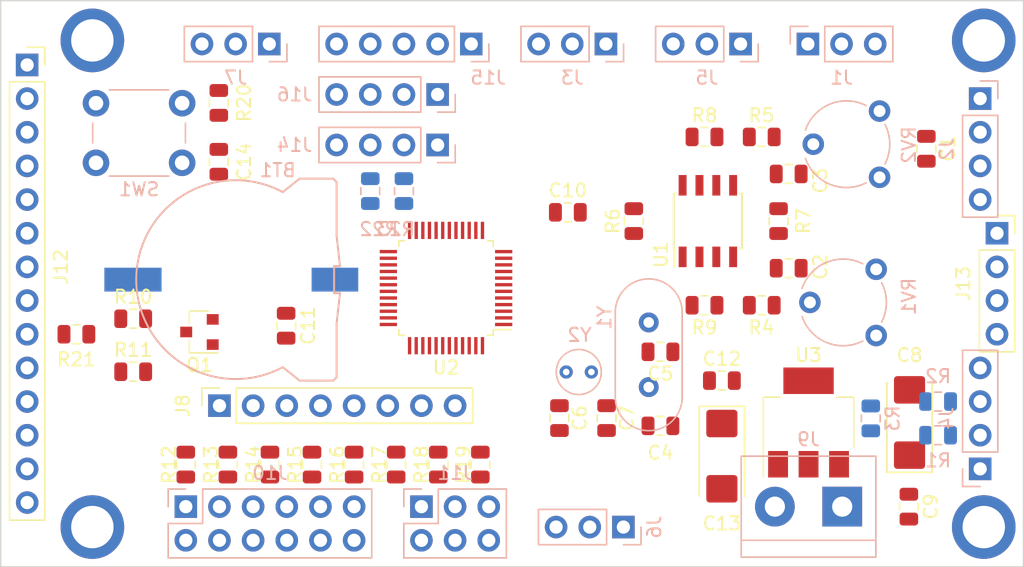
<source format=kicad_pcb>
(kicad_pcb (version 20171130) (host pcbnew 5.0.1)

  (general
    (thickness 1.6)
    (drawings 4)
    (tracks 4)
    (zones 0)
    (modules 63)
    (nets 69)
  )

  (page A4)
  (layers
    (0 F.Cu signal)
    (31 B.Cu signal)
    (32 B.Adhes user hide)
    (33 F.Adhes user hide)
    (34 B.Paste user hide)
    (35 F.Paste user hide)
    (36 B.SilkS user)
    (37 F.SilkS user)
    (38 B.Mask user hide)
    (39 F.Mask user hide)
    (40 Dwgs.User user)
    (41 Cmts.User user)
    (42 Eco1.User user)
    (43 Eco2.User user hide)
    (44 Edge.Cuts user)
    (45 Margin user hide)
    (46 B.CrtYd user)
    (47 F.CrtYd user)
    (48 B.Fab user hide)
    (49 F.Fab user hide)
  )

  (setup
    (last_trace_width 0.25)
    (trace_clearance 0.2)
    (zone_clearance 0.508)
    (zone_45_only no)
    (trace_min 0.2)
    (segment_width 0.2)
    (edge_width 0.1)
    (via_size 0.8)
    (via_drill 0.4)
    (via_min_size 0.4)
    (via_min_drill 0.3)
    (uvia_size 0.3)
    (uvia_drill 0.1)
    (uvias_allowed no)
    (uvia_min_size 0.2)
    (uvia_min_drill 0.1)
    (pcb_text_width 0.3)
    (pcb_text_size 1.5 1.5)
    (mod_edge_width 0.15)
    (mod_text_size 1 1)
    (mod_text_width 0.15)
    (pad_size 1.5 1.5)
    (pad_drill 0.6)
    (pad_to_mask_clearance 0)
    (solder_mask_min_width 0.25)
    (aux_axis_origin 0 0)
    (grid_origin 159.16 116.95)
    (visible_elements FFFFFF7F)
    (pcbplotparams
      (layerselection 0x010fc_ffffffff)
      (usegerberextensions false)
      (usegerberattributes false)
      (usegerberadvancedattributes false)
      (creategerberjobfile false)
      (excludeedgelayer true)
      (linewidth 0.100000)
      (plotframeref false)
      (viasonmask false)
      (mode 1)
      (useauxorigin false)
      (hpglpennumber 1)
      (hpglpenspeed 20)
      (hpglpendiameter 15.000000)
      (psnegative false)
      (psa4output false)
      (plotreference true)
      (plotvalue true)
      (plotinvisibletext false)
      (padsonsilk false)
      (subtractmaskfromsilk false)
      (outputformat 1)
      (mirror false)
      (drillshape 1)
      (scaleselection 1)
      (outputdirectory ""))
  )

  (net 0 "")
  (net 1 GNDD)
  (net 2 /VBAT)
  (net 3 +3V3)
  (net 4 "Net-(C3-Pad2)")
  (net 5 "Net-(C3-Pad1)")
  (net 6 /OSC_IN)
  (net 7 /OSC_OUT)
  (net 8 /OSC32_IN)
  (net 9 /OSC32_OUT)
  (net 10 +5V)
  (net 11 /NRST)
  (net 12 /IN_L)
  (net 13 /IN_R)
  (net 14 /MUTE)
  (net 15 /STBY)
  (net 16 /RX2)
  (net 17 /TX2)
  (net 18 /TX3)
  (net 19 /RX3)
  (net 20 /IR)
  (net 21 /BOOT0)
  (net 22 /BTN_0)
  (net 23 /BTN_1)
  (net 24 /BTN_2)
  (net 25 /BTN_3)
  (net 26 /BTN_4)
  (net 27 /BTN_5)
  (net 28 /ENC_A)
  (net 29 /ENC_B)
  (net 30 /SD_CS)
  (net 31 /SDA)
  (net 32 /SCL)
  (net 33 /HW_RST)
  (net 34 /DB0)
  (net 35 /DB1)
  (net 36 /DB2)
  (net 37 /DB3)
  (net 38 /DB4)
  (net 39 /DB5)
  (net 40 /DB6)
  (net 41 /DB7)
  (net 42 /BCKL)
  (net 43 /RS)
  (net 44 /WR)
  (net 45 /CS)
  (net 46 /SCK)
  (net 47 /USB_DM)
  (net 48 /USB_DP)
  (net 49 "Net-(R4-Pad2)")
  (net 50 "Net-(R5-Pad2)")
  (net 51 "Net-(R6-Pad2)")
  (net 52 /SP_R)
  (net 53 /SP_L)
  (net 54 /RX1)
  (net 55 /TX1)
  (net 56 /SD_MOSI)
  (net 57 /SD_MISO)
  (net 58 /SD_SCK)
  (net 59 /USB_P)
  (net 60 /USB_M)
  (net 61 "Net-(C1-Pad2)")
  (net 62 "Net-(C1-Pad1)")
  (net 63 "Net-(J12-Pad12)")
  (net 64 "Net-(J12-Pad11)")
  (net 65 "Net-(J12-Pad10)")
  (net 66 "Net-(J12-Pad9)")
  (net 67 "Net-(J12-Pad14)")
  (net 68 "Net-(J12-Pad13)")

  (net_class Default "Это класс цепей по умолчанию."
    (clearance 0.2)
    (trace_width 0.25)
    (via_dia 0.8)
    (via_drill 0.4)
    (uvia_dia 0.3)
    (uvia_drill 0.1)
    (add_net +3V3)
    (add_net +5V)
    (add_net /BCKL)
    (add_net /BOOT0)
    (add_net /BTN_0)
    (add_net /BTN_1)
    (add_net /BTN_2)
    (add_net /BTN_3)
    (add_net /BTN_4)
    (add_net /BTN_5)
    (add_net /CS)
    (add_net /DB0)
    (add_net /DB1)
    (add_net /DB2)
    (add_net /DB3)
    (add_net /DB4)
    (add_net /DB5)
    (add_net /DB6)
    (add_net /DB7)
    (add_net /ENC_A)
    (add_net /ENC_B)
    (add_net /HW_RST)
    (add_net /IN_L)
    (add_net /IN_R)
    (add_net /IR)
    (add_net /MUTE)
    (add_net /NRST)
    (add_net /OSC32_IN)
    (add_net /OSC32_OUT)
    (add_net /OSC_IN)
    (add_net /OSC_OUT)
    (add_net /RS)
    (add_net /RX1)
    (add_net /RX2)
    (add_net /RX3)
    (add_net /SCK)
    (add_net /SCL)
    (add_net /SDA)
    (add_net /SD_CS)
    (add_net /SD_MISO)
    (add_net /SD_MOSI)
    (add_net /SD_SCK)
    (add_net /SP_L)
    (add_net /SP_R)
    (add_net /STBY)
    (add_net /TX1)
    (add_net /TX2)
    (add_net /TX3)
    (add_net /USB_DM)
    (add_net /USB_DP)
    (add_net /USB_M)
    (add_net /USB_P)
    (add_net /VBAT)
    (add_net /WR)
    (add_net GNDD)
    (add_net "Net-(C1-Pad1)")
    (add_net "Net-(C1-Pad2)")
    (add_net "Net-(C3-Pad1)")
    (add_net "Net-(C3-Pad2)")
    (add_net "Net-(J12-Pad10)")
    (add_net "Net-(J12-Pad11)")
    (add_net "Net-(J12-Pad12)")
    (add_net "Net-(J12-Pad13)")
    (add_net "Net-(J12-Pad14)")
    (add_net "Net-(J12-Pad9)")
    (add_net "Net-(R4-Pad2)")
    (add_net "Net-(R5-Pad2)")
    (add_net "Net-(R6-Pad2)")
  )

  (module Connector_PinSocket_2.54mm:PinSocket_1x08_P2.54mm_Vertical (layer F.Cu) (tedit 5A19A420) (tstamp 5C74BF7F)
    (at 117.25 109.33 90)
    (descr "Through hole straight socket strip, 1x08, 2.54mm pitch, single row (from Kicad 4.0.7), script generated")
    (tags "Through hole socket strip THT 1x08 2.54mm single row")
    (path /5CCCFA38)
    (fp_text reference J8 (at 0 -2.77 90) (layer F.SilkS)
      (effects (font (size 1 1) (thickness 0.15)))
    )
    (fp_text value LCD_DATA (at 0 20.55 90) (layer F.Fab)
      (effects (font (size 1 1) (thickness 0.15)))
    )
    (fp_line (start -1.27 -1.27) (end 0.635 -1.27) (layer F.Fab) (width 0.1))
    (fp_line (start 0.635 -1.27) (end 1.27 -0.635) (layer F.Fab) (width 0.1))
    (fp_line (start 1.27 -0.635) (end 1.27 19.05) (layer F.Fab) (width 0.1))
    (fp_line (start 1.27 19.05) (end -1.27 19.05) (layer F.Fab) (width 0.1))
    (fp_line (start -1.27 19.05) (end -1.27 -1.27) (layer F.Fab) (width 0.1))
    (fp_line (start -1.33 1.27) (end 1.33 1.27) (layer F.SilkS) (width 0.12))
    (fp_line (start -1.33 1.27) (end -1.33 19.11) (layer F.SilkS) (width 0.12))
    (fp_line (start -1.33 19.11) (end 1.33 19.11) (layer F.SilkS) (width 0.12))
    (fp_line (start 1.33 1.27) (end 1.33 19.11) (layer F.SilkS) (width 0.12))
    (fp_line (start 1.33 -1.33) (end 1.33 0) (layer F.SilkS) (width 0.12))
    (fp_line (start 0 -1.33) (end 1.33 -1.33) (layer F.SilkS) (width 0.12))
    (fp_line (start -1.8 -1.8) (end 1.75 -1.8) (layer F.CrtYd) (width 0.05))
    (fp_line (start 1.75 -1.8) (end 1.75 19.55) (layer F.CrtYd) (width 0.05))
    (fp_line (start 1.75 19.55) (end -1.8 19.55) (layer F.CrtYd) (width 0.05))
    (fp_line (start -1.8 19.55) (end -1.8 -1.8) (layer F.CrtYd) (width 0.05))
    (fp_text user %R (at 0 8.89 180) (layer F.Fab)
      (effects (font (size 1 1) (thickness 0.15)))
    )
    (pad 1 thru_hole rect (at 0 0 90) (size 1.7 1.7) (drill 1) (layers *.Cu *.Mask)
      (net 34 /DB0))
    (pad 2 thru_hole oval (at 0 2.54 90) (size 1.7 1.7) (drill 1) (layers *.Cu *.Mask)
      (net 35 /DB1))
    (pad 3 thru_hole oval (at 0 5.08 90) (size 1.7 1.7) (drill 1) (layers *.Cu *.Mask)
      (net 36 /DB2))
    (pad 4 thru_hole oval (at 0 7.62 90) (size 1.7 1.7) (drill 1) (layers *.Cu *.Mask)
      (net 37 /DB3))
    (pad 5 thru_hole oval (at 0 10.16 90) (size 1.7 1.7) (drill 1) (layers *.Cu *.Mask)
      (net 38 /DB4))
    (pad 6 thru_hole oval (at 0 12.7 90) (size 1.7 1.7) (drill 1) (layers *.Cu *.Mask)
      (net 39 /DB5))
    (pad 7 thru_hole oval (at 0 15.24 90) (size 1.7 1.7) (drill 1) (layers *.Cu *.Mask)
      (net 40 /DB6))
    (pad 8 thru_hole oval (at 0 17.78 90) (size 1.7 1.7) (drill 1) (layers *.Cu *.Mask)
      (net 41 /DB7))
    (model ${KISYS3DMOD}/Connector_PinSocket_2.54mm.3dshapes/PinSocket_1x08_P2.54mm_Vertical.wrl
      (at (xyz 0 0 0))
      (scale (xyz 1 1 1))
      (rotate (xyz 0 0 0))
    )
  )

  (module Connector_PinHeader_2.54mm:PinHeader_2x06_P2.54mm_Vertical (layer B.Cu) (tedit 5C72BA90) (tstamp 5C71A885)
    (at 114.71 116.95 270)
    (descr "Through hole straight pin header, 2x06, 2.54mm pitch, double rows")
    (tags "Through hole pin header THT 2x06 2.54mm double row")
    (path /5C3D33A1)
    (fp_text reference J10 (at -2.54 -6.35) (layer B.SilkS)
      (effects (font (size 1 1) (thickness 0.15)) (justify mirror))
    )
    (fp_text value Buttons (at 1.27 -15.03 270) (layer B.Fab)
      (effects (font (size 1 1) (thickness 0.15)) (justify mirror))
    )
    (fp_text user %R (at 1.27 -6.35 180) (layer B.Fab)
      (effects (font (size 1 1) (thickness 0.15)) (justify mirror))
    )
    (fp_line (start 4.35 1.8) (end -1.8 1.8) (layer B.CrtYd) (width 0.05))
    (fp_line (start 4.35 -14.5) (end 4.35 1.8) (layer B.CrtYd) (width 0.05))
    (fp_line (start -1.8 -14.5) (end 4.35 -14.5) (layer B.CrtYd) (width 0.05))
    (fp_line (start -1.8 1.8) (end -1.8 -14.5) (layer B.CrtYd) (width 0.05))
    (fp_line (start -1.33 1.33) (end 0 1.33) (layer B.SilkS) (width 0.12))
    (fp_line (start -1.33 0) (end -1.33 1.33) (layer B.SilkS) (width 0.12))
    (fp_line (start 1.27 1.33) (end 3.87 1.33) (layer B.SilkS) (width 0.12))
    (fp_line (start 1.27 -1.27) (end 1.27 1.33) (layer B.SilkS) (width 0.12))
    (fp_line (start -1.33 -1.27) (end 1.27 -1.27) (layer B.SilkS) (width 0.12))
    (fp_line (start 3.87 1.33) (end 3.87 -14.03) (layer B.SilkS) (width 0.12))
    (fp_line (start -1.33 -1.27) (end -1.33 -14.03) (layer B.SilkS) (width 0.12))
    (fp_line (start -1.33 -14.03) (end 3.87 -14.03) (layer B.SilkS) (width 0.12))
    (fp_line (start -1.27 0) (end 0 1.27) (layer B.Fab) (width 0.1))
    (fp_line (start -1.27 -13.97) (end -1.27 0) (layer B.Fab) (width 0.1))
    (fp_line (start 3.81 -13.97) (end -1.27 -13.97) (layer B.Fab) (width 0.1))
    (fp_line (start 3.81 1.27) (end 3.81 -13.97) (layer B.Fab) (width 0.1))
    (fp_line (start 0 1.27) (end 3.81 1.27) (layer B.Fab) (width 0.1))
    (pad 12 thru_hole oval (at 2.54 -12.7 270) (size 1.7 1.7) (drill 1) (layers *.Cu *.Mask)
      (net 1 GNDD))
    (pad 11 thru_hole oval (at 0 -12.7 270) (size 1.7 1.7) (drill 1) (layers *.Cu *.Mask)
      (net 27 /BTN_5))
    (pad 10 thru_hole oval (at 2.54 -10.16 270) (size 1.7 1.7) (drill 1) (layers *.Cu *.Mask)
      (net 1 GNDD))
    (pad 9 thru_hole oval (at 0 -10.16 270) (size 1.7 1.7) (drill 1) (layers *.Cu *.Mask)
      (net 26 /BTN_4))
    (pad 8 thru_hole oval (at 2.54 -7.62 270) (size 1.7 1.7) (drill 1) (layers *.Cu *.Mask)
      (net 1 GNDD))
    (pad 7 thru_hole oval (at 0 -7.62 270) (size 1.7 1.7) (drill 1) (layers *.Cu *.Mask)
      (net 25 /BTN_3))
    (pad 6 thru_hole oval (at 2.54 -5.08 270) (size 1.7 1.7) (drill 1) (layers *.Cu *.Mask)
      (net 1 GNDD))
    (pad 5 thru_hole oval (at 0 -5.08 270) (size 1.7 1.7) (drill 1) (layers *.Cu *.Mask)
      (net 24 /BTN_2))
    (pad 4 thru_hole oval (at 2.54 -2.54 270) (size 1.7 1.7) (drill 1) (layers *.Cu *.Mask)
      (net 1 GNDD))
    (pad 3 thru_hole oval (at 0 -2.54 270) (size 1.7 1.7) (drill 1) (layers *.Cu *.Mask)
      (net 23 /BTN_1))
    (pad 2 thru_hole oval (at 2.54 0 270) (size 1.7 1.7) (drill 1) (layers *.Cu *.Mask)
      (net 1 GNDD))
    (pad 1 thru_hole rect (at 0 0 270) (size 1.7 1.7) (drill 1) (layers *.Cu *.Mask)
      (net 22 /BTN_0))
    (model ${KISYS3DMOD}/Connector_PinHeader_2.54mm.3dshapes/PinHeader_2x06_P2.54mm_Vertical.wrl
      (at (xyz 0 0 0))
      (scale (xyz 1 1 1))
      (rotate (xyz 0 0 0))
    )
  )

  (module Connector_PinHeader_2.54mm:PinHeader_2x03_P2.54mm_Vertical (layer B.Cu) (tedit 5C72BA3D) (tstamp 5C71A8A6)
    (at 132.49 116.95 270)
    (descr "Through hole straight pin header, 2x03, 2.54mm pitch, double rows")
    (tags "Through hole pin header THT 2x03 2.54mm double row")
    (path /5C3D396A)
    (fp_text reference J11 (at -2.54 -2.54) (layer B.SilkS)
      (effects (font (size 1 1) (thickness 0.15)) (justify mirror))
    )
    (fp_text value Encoder (at 1.27 -7.41 270) (layer B.Fab)
      (effects (font (size 1 1) (thickness 0.15)) (justify mirror))
    )
    (fp_text user %R (at 1.27 -2.54 180) (layer B.Fab)
      (effects (font (size 1 1) (thickness 0.15)) (justify mirror))
    )
    (fp_line (start 4.35 1.8) (end -1.8 1.8) (layer B.CrtYd) (width 0.05))
    (fp_line (start 4.35 -6.85) (end 4.35 1.8) (layer B.CrtYd) (width 0.05))
    (fp_line (start -1.8 -6.85) (end 4.35 -6.85) (layer B.CrtYd) (width 0.05))
    (fp_line (start -1.8 1.8) (end -1.8 -6.85) (layer B.CrtYd) (width 0.05))
    (fp_line (start -1.33 1.33) (end 0 1.33) (layer B.SilkS) (width 0.12))
    (fp_line (start -1.33 0) (end -1.33 1.33) (layer B.SilkS) (width 0.12))
    (fp_line (start 1.27 1.33) (end 3.87 1.33) (layer B.SilkS) (width 0.12))
    (fp_line (start 1.27 -1.27) (end 1.27 1.33) (layer B.SilkS) (width 0.12))
    (fp_line (start -1.33 -1.27) (end 1.27 -1.27) (layer B.SilkS) (width 0.12))
    (fp_line (start 3.87 1.33) (end 3.87 -6.41) (layer B.SilkS) (width 0.12))
    (fp_line (start -1.33 -1.27) (end -1.33 -6.41) (layer B.SilkS) (width 0.12))
    (fp_line (start -1.33 -6.41) (end 3.87 -6.41) (layer B.SilkS) (width 0.12))
    (fp_line (start -1.27 0) (end 0 1.27) (layer B.Fab) (width 0.1))
    (fp_line (start -1.27 -6.35) (end -1.27 0) (layer B.Fab) (width 0.1))
    (fp_line (start 3.81 -6.35) (end -1.27 -6.35) (layer B.Fab) (width 0.1))
    (fp_line (start 3.81 1.27) (end 3.81 -6.35) (layer B.Fab) (width 0.1))
    (fp_line (start 0 1.27) (end 3.81 1.27) (layer B.Fab) (width 0.1))
    (pad 6 thru_hole oval (at 2.54 -5.08 270) (size 1.7 1.7) (drill 1) (layers *.Cu *.Mask)
      (net 1 GNDD))
    (pad 5 thru_hole oval (at 0 -5.08 270) (size 1.7 1.7) (drill 1) (layers *.Cu *.Mask)
      (net 29 /ENC_B))
    (pad 4 thru_hole oval (at 2.54 -2.54 270) (size 1.7 1.7) (drill 1) (layers *.Cu *.Mask)
      (net 1 GNDD))
    (pad 3 thru_hole oval (at 0 -2.54 270) (size 1.7 1.7) (drill 1) (layers *.Cu *.Mask)
      (net 28 /ENC_A))
    (pad 2 thru_hole oval (at 2.54 0 270) (size 1.7 1.7) (drill 1) (layers *.Cu *.Mask)
      (net 1 GNDD))
    (pad 1 thru_hole rect (at 0 0 270) (size 1.7 1.7) (drill 1) (layers *.Cu *.Mask)
      (net 27 /BTN_5))
    (model ${KISYS3DMOD}/Connector_PinHeader_2.54mm.3dshapes/PinHeader_2x03_P2.54mm_Vertical.wrl
      (at (xyz 0 0 0))
      (scale (xyz 1 1 1))
      (rotate (xyz 0 0 0))
    )
  )

  (module Connector_PinSocket_2.54mm:PinSocket_1x14_P2.54mm_Vertical (layer F.Cu) (tedit 5C72BA0A) (tstamp 5C7F125B)
    (at 102.74 83.62)
    (descr "Through hole straight socket strip, 1x14, 2.54mm pitch, single row (from Kicad 4.0.7), script generated")
    (tags "Through hole socket strip THT 1x14 2.54mm single row")
    (path /5C9A687A)
    (fp_text reference J12 (at 2.54 15.24 90) (layer F.SilkS)
      (effects (font (size 1 1) (thickness 0.15)))
    )
    (fp_text value LCD_CTRL (at 0 35.79) (layer F.Fab)
      (effects (font (size 1 1) (thickness 0.15)))
    )
    (fp_text user %R (at 0 16.51 90) (layer F.Fab)
      (effects (font (size 1 1) (thickness 0.15)))
    )
    (fp_line (start -1.8 34.8) (end -1.8 -1.8) (layer F.CrtYd) (width 0.05))
    (fp_line (start 1.75 34.8) (end -1.8 34.8) (layer F.CrtYd) (width 0.05))
    (fp_line (start 1.75 -1.8) (end 1.75 34.8) (layer F.CrtYd) (width 0.05))
    (fp_line (start -1.8 -1.8) (end 1.75 -1.8) (layer F.CrtYd) (width 0.05))
    (fp_line (start 0 -1.33) (end 1.33 -1.33) (layer F.SilkS) (width 0.12))
    (fp_line (start 1.33 -1.33) (end 1.33 0) (layer F.SilkS) (width 0.12))
    (fp_line (start 1.33 1.27) (end 1.33 34.35) (layer F.SilkS) (width 0.12))
    (fp_line (start -1.33 34.35) (end 1.33 34.35) (layer F.SilkS) (width 0.12))
    (fp_line (start -1.33 1.27) (end -1.33 34.35) (layer F.SilkS) (width 0.12))
    (fp_line (start -1.33 1.27) (end 1.33 1.27) (layer F.SilkS) (width 0.12))
    (fp_line (start -1.27 34.29) (end -1.27 -1.27) (layer F.Fab) (width 0.1))
    (fp_line (start 1.27 34.29) (end -1.27 34.29) (layer F.Fab) (width 0.1))
    (fp_line (start 1.27 -0.635) (end 1.27 34.29) (layer F.Fab) (width 0.1))
    (fp_line (start 0.635 -1.27) (end 1.27 -0.635) (layer F.Fab) (width 0.1))
    (fp_line (start -1.27 -1.27) (end 0.635 -1.27) (layer F.Fab) (width 0.1))
    (pad 14 thru_hole oval (at 0 33.02) (size 1.7 1.7) (drill 1) (layers *.Cu *.Mask)
      (net 67 "Net-(J12-Pad14)"))
    (pad 13 thru_hole oval (at 0 30.48) (size 1.7 1.7) (drill 1) (layers *.Cu *.Mask)
      (net 68 "Net-(J12-Pad13)"))
    (pad 12 thru_hole oval (at 0 27.94) (size 1.7 1.7) (drill 1) (layers *.Cu *.Mask)
      (net 63 "Net-(J12-Pad12)"))
    (pad 11 thru_hole oval (at 0 25.4) (size 1.7 1.7) (drill 1) (layers *.Cu *.Mask)
      (net 64 "Net-(J12-Pad11)"))
    (pad 10 thru_hole oval (at 0 22.86) (size 1.7 1.7) (drill 1) (layers *.Cu *.Mask)
      (net 65 "Net-(J12-Pad10)"))
    (pad 9 thru_hole oval (at 0 20.32) (size 1.7 1.7) (drill 1) (layers *.Cu *.Mask)
      (net 66 "Net-(J12-Pad9)"))
    (pad 8 thru_hole oval (at 0 17.78) (size 1.7 1.7) (drill 1) (layers *.Cu *.Mask)
      (net 42 /BCKL))
    (pad 7 thru_hole oval (at 0 15.24) (size 1.7 1.7) (drill 1) (layers *.Cu *.Mask)
      (net 46 /SCK))
    (pad 6 thru_hole oval (at 0 12.7) (size 1.7 1.7) (drill 1) (layers *.Cu *.Mask)
      (net 44 /WR))
    (pad 5 thru_hole oval (at 0 10.16) (size 1.7 1.7) (drill 1) (layers *.Cu *.Mask)
      (net 43 /RS))
    (pad 4 thru_hole oval (at 0 7.62) (size 1.7 1.7) (drill 1) (layers *.Cu *.Mask)
      (net 11 /NRST))
    (pad 3 thru_hole oval (at 0 5.08) (size 1.7 1.7) (drill 1) (layers *.Cu *.Mask)
      (net 45 /CS))
    (pad 2 thru_hole oval (at 0 2.54) (size 1.7 1.7) (drill 1) (layers *.Cu *.Mask)
      (net 1 GNDD))
    (pad 1 thru_hole rect (at 0 0) (size 1.7 1.7) (drill 1) (layers *.Cu *.Mask)
      (net 3 +3V3))
    (model ${KISYS3DMOD}/Connector_PinSocket_2.54mm.3dshapes/PinSocket_1x14_P2.54mm_Vertical.wrl
      (at (xyz 0 0 0))
      (scale (xyz 1 1 1))
      (rotate (xyz 0 0 0))
    )
  )

  (module Connector_PinSocket_2.54mm:PinSocket_1x04_P2.54mm_Vertical (layer F.Cu) (tedit 5C72BA67) (tstamp 5C71A86E)
    (at 175.92 96.32)
    (descr "Through hole straight socket strip, 1x04, 2.54mm pitch, single row (from Kicad 4.0.7), script generated")
    (tags "Through hole socket strip THT 1x04 2.54mm single row")
    (path /5CE30DC8)
    (fp_text reference J13 (at -2.54 3.81 90) (layer F.SilkS)
      (effects (font (size 1 1) (thickness 0.15)))
    )
    (fp_text value SPI (at 0 10.39) (layer F.Fab)
      (effects (font (size 1 1) (thickness 0.15)))
    )
    (fp_text user %R (at 0 3.81 90) (layer F.Fab)
      (effects (font (size 1 1) (thickness 0.15)))
    )
    (fp_line (start -1.8 9.4) (end -1.8 -1.8) (layer F.CrtYd) (width 0.05))
    (fp_line (start 1.75 9.4) (end -1.8 9.4) (layer F.CrtYd) (width 0.05))
    (fp_line (start 1.75 -1.8) (end 1.75 9.4) (layer F.CrtYd) (width 0.05))
    (fp_line (start -1.8 -1.8) (end 1.75 -1.8) (layer F.CrtYd) (width 0.05))
    (fp_line (start 0 -1.33) (end 1.33 -1.33) (layer F.SilkS) (width 0.12))
    (fp_line (start 1.33 -1.33) (end 1.33 0) (layer F.SilkS) (width 0.12))
    (fp_line (start 1.33 1.27) (end 1.33 8.95) (layer F.SilkS) (width 0.12))
    (fp_line (start -1.33 8.95) (end 1.33 8.95) (layer F.SilkS) (width 0.12))
    (fp_line (start -1.33 1.27) (end -1.33 8.95) (layer F.SilkS) (width 0.12))
    (fp_line (start -1.33 1.27) (end 1.33 1.27) (layer F.SilkS) (width 0.12))
    (fp_line (start -1.27 8.89) (end -1.27 -1.27) (layer F.Fab) (width 0.1))
    (fp_line (start 1.27 8.89) (end -1.27 8.89) (layer F.Fab) (width 0.1))
    (fp_line (start 1.27 -0.635) (end 1.27 8.89) (layer F.Fab) (width 0.1))
    (fp_line (start 0.635 -1.27) (end 1.27 -0.635) (layer F.Fab) (width 0.1))
    (fp_line (start -1.27 -1.27) (end 0.635 -1.27) (layer F.Fab) (width 0.1))
    (pad 4 thru_hole oval (at 0 7.62) (size 1.7 1.7) (drill 1) (layers *.Cu *.Mask)
      (net 58 /SD_SCK))
    (pad 3 thru_hole oval (at 0 5.08) (size 1.7 1.7) (drill 1) (layers *.Cu *.Mask)
      (net 57 /SD_MISO))
    (pad 2 thru_hole oval (at 0 2.54) (size 1.7 1.7) (drill 1) (layers *.Cu *.Mask)
      (net 56 /SD_MOSI))
    (pad 1 thru_hole rect (at 0 0) (size 1.7 1.7) (drill 1) (layers *.Cu *.Mask)
      (net 30 /SD_CS))
    (model ${KISYS3DMOD}/Connector_PinSocket_2.54mm.3dshapes/PinSocket_1x04_P2.54mm_Vertical.wrl
      (at (xyz 0 0 0))
      (scale (xyz 1 1 1))
      (rotate (xyz 0 0 0))
    )
  )

  (module Connector_PinHeader_2.54mm:PinHeader_1x03_P2.54mm_Vertical (layer B.Cu) (tedit 59FED5CC) (tstamp 5C72F4AF)
    (at 147.73 118.49 90)
    (descr "Through hole straight pin header, 1x03, 2.54mm pitch, single row")
    (tags "Through hole pin header THT 1x03 2.54mm single row")
    (path /5C758977)
    (fp_text reference J6 (at 0 2.33 90) (layer B.SilkS)
      (effects (font (size 1 1) (thickness 0.15)) (justify mirror))
    )
    (fp_text value UART3 (at 0 -7.41 90) (layer B.Fab)
      (effects (font (size 1 1) (thickness 0.15)) (justify mirror))
    )
    (fp_text user %R (at 0 -2.54) (layer B.Fab)
      (effects (font (size 1 1) (thickness 0.15)) (justify mirror))
    )
    (fp_line (start 1.8 1.8) (end -1.8 1.8) (layer B.CrtYd) (width 0.05))
    (fp_line (start 1.8 -6.85) (end 1.8 1.8) (layer B.CrtYd) (width 0.05))
    (fp_line (start -1.8 -6.85) (end 1.8 -6.85) (layer B.CrtYd) (width 0.05))
    (fp_line (start -1.8 1.8) (end -1.8 -6.85) (layer B.CrtYd) (width 0.05))
    (fp_line (start -1.33 1.33) (end 0 1.33) (layer B.SilkS) (width 0.12))
    (fp_line (start -1.33 0) (end -1.33 1.33) (layer B.SilkS) (width 0.12))
    (fp_line (start -1.33 -1.27) (end 1.33 -1.27) (layer B.SilkS) (width 0.12))
    (fp_line (start 1.33 -1.27) (end 1.33 -6.41) (layer B.SilkS) (width 0.12))
    (fp_line (start -1.33 -1.27) (end -1.33 -6.41) (layer B.SilkS) (width 0.12))
    (fp_line (start -1.33 -6.41) (end 1.33 -6.41) (layer B.SilkS) (width 0.12))
    (fp_line (start -1.27 0.635) (end -0.635 1.27) (layer B.Fab) (width 0.1))
    (fp_line (start -1.27 -6.35) (end -1.27 0.635) (layer B.Fab) (width 0.1))
    (fp_line (start 1.27 -6.35) (end -1.27 -6.35) (layer B.Fab) (width 0.1))
    (fp_line (start 1.27 1.27) (end 1.27 -6.35) (layer B.Fab) (width 0.1))
    (fp_line (start -0.635 1.27) (end 1.27 1.27) (layer B.Fab) (width 0.1))
    (pad 3 thru_hole oval (at 0 -5.08 90) (size 1.7 1.7) (drill 1) (layers *.Cu *.Mask)
      (net 1 GNDD))
    (pad 2 thru_hole oval (at 0 -2.54 90) (size 1.7 1.7) (drill 1) (layers *.Cu *.Mask)
      (net 19 /RX3))
    (pad 1 thru_hole rect (at 0 0 90) (size 1.7 1.7) (drill 1) (layers *.Cu *.Mask)
      (net 18 /TX3))
    (model ${KISYS3DMOD}/Connector_PinHeader_2.54mm.3dshapes/PinHeader_1x03_P2.54mm_Vertical.wrl
      (at (xyz 0 0 0))
      (scale (xyz 1 1 1))
      (rotate (xyz 0 0 0))
    )
  )

  (module Connector_PinHeader_2.54mm:PinHeader_1x03_P2.54mm_Vertical (layer B.Cu) (tedit 59FED5CC) (tstamp 5C72F499)
    (at 156.57 82.04 90)
    (descr "Through hole straight pin header, 1x03, 2.54mm pitch, single row")
    (tags "Through hole pin header THT 1x03 2.54mm single row")
    (path /5C7587CD)
    (fp_text reference J5 (at -2.54 -2.54 180) (layer B.SilkS)
      (effects (font (size 1 1) (thickness 0.15)) (justify mirror))
    )
    (fp_text value UART2 (at 0 -7.41 90) (layer B.Fab)
      (effects (font (size 1 1) (thickness 0.15)) (justify mirror))
    )
    (fp_line (start -0.635 1.27) (end 1.27 1.27) (layer B.Fab) (width 0.1))
    (fp_line (start 1.27 1.27) (end 1.27 -6.35) (layer B.Fab) (width 0.1))
    (fp_line (start 1.27 -6.35) (end -1.27 -6.35) (layer B.Fab) (width 0.1))
    (fp_line (start -1.27 -6.35) (end -1.27 0.635) (layer B.Fab) (width 0.1))
    (fp_line (start -1.27 0.635) (end -0.635 1.27) (layer B.Fab) (width 0.1))
    (fp_line (start -1.33 -6.41) (end 1.33 -6.41) (layer B.SilkS) (width 0.12))
    (fp_line (start -1.33 -1.27) (end -1.33 -6.41) (layer B.SilkS) (width 0.12))
    (fp_line (start 1.33 -1.27) (end 1.33 -6.41) (layer B.SilkS) (width 0.12))
    (fp_line (start -1.33 -1.27) (end 1.33 -1.27) (layer B.SilkS) (width 0.12))
    (fp_line (start -1.33 0) (end -1.33 1.33) (layer B.SilkS) (width 0.12))
    (fp_line (start -1.33 1.33) (end 0 1.33) (layer B.SilkS) (width 0.12))
    (fp_line (start -1.8 1.8) (end -1.8 -6.85) (layer B.CrtYd) (width 0.05))
    (fp_line (start -1.8 -6.85) (end 1.8 -6.85) (layer B.CrtYd) (width 0.05))
    (fp_line (start 1.8 -6.85) (end 1.8 1.8) (layer B.CrtYd) (width 0.05))
    (fp_line (start 1.8 1.8) (end -1.8 1.8) (layer B.CrtYd) (width 0.05))
    (fp_text user %R (at 0 -2.54) (layer B.Fab)
      (effects (font (size 1 1) (thickness 0.15)) (justify mirror))
    )
    (pad 1 thru_hole rect (at 0 0 90) (size 1.7 1.7) (drill 1) (layers *.Cu *.Mask)
      (net 17 /TX2))
    (pad 2 thru_hole oval (at 0 -2.54 90) (size 1.7 1.7) (drill 1) (layers *.Cu *.Mask)
      (net 16 /RX2))
    (pad 3 thru_hole oval (at 0 -5.08 90) (size 1.7 1.7) (drill 1) (layers *.Cu *.Mask)
      (net 1 GNDD))
    (model ${KISYS3DMOD}/Connector_PinHeader_2.54mm.3dshapes/PinHeader_1x03_P2.54mm_Vertical.wrl
      (at (xyz 0 0 0))
      (scale (xyz 1 1 1))
      (rotate (xyz 0 0 0))
    )
  )

  (module Connector_PinHeader_2.54mm:PinHeader_1x03_P2.54mm_Vertical (layer B.Cu) (tedit 59FED5CC) (tstamp 5C72D788)
    (at 161.65 82.04 270)
    (descr "Through hole straight pin header, 1x03, 2.54mm pitch, single row")
    (tags "Through hole pin header THT 1x03 2.54mm single row")
    (path /5C87F322)
    (fp_text reference J1 (at 2.54 -2.54) (layer B.SilkS)
      (effects (font (size 1 1) (thickness 0.15)) (justify mirror))
    )
    (fp_text value SP (at 0 -7.41 270) (layer B.Fab)
      (effects (font (size 1 1) (thickness 0.15)) (justify mirror))
    )
    (fp_line (start -0.635 1.27) (end 1.27 1.27) (layer B.Fab) (width 0.1))
    (fp_line (start 1.27 1.27) (end 1.27 -6.35) (layer B.Fab) (width 0.1))
    (fp_line (start 1.27 -6.35) (end -1.27 -6.35) (layer B.Fab) (width 0.1))
    (fp_line (start -1.27 -6.35) (end -1.27 0.635) (layer B.Fab) (width 0.1))
    (fp_line (start -1.27 0.635) (end -0.635 1.27) (layer B.Fab) (width 0.1))
    (fp_line (start -1.33 -6.41) (end 1.33 -6.41) (layer B.SilkS) (width 0.12))
    (fp_line (start -1.33 -1.27) (end -1.33 -6.41) (layer B.SilkS) (width 0.12))
    (fp_line (start 1.33 -1.27) (end 1.33 -6.41) (layer B.SilkS) (width 0.12))
    (fp_line (start -1.33 -1.27) (end 1.33 -1.27) (layer B.SilkS) (width 0.12))
    (fp_line (start -1.33 0) (end -1.33 1.33) (layer B.SilkS) (width 0.12))
    (fp_line (start -1.33 1.33) (end 0 1.33) (layer B.SilkS) (width 0.12))
    (fp_line (start -1.8 1.8) (end -1.8 -6.85) (layer B.CrtYd) (width 0.05))
    (fp_line (start -1.8 -6.85) (end 1.8 -6.85) (layer B.CrtYd) (width 0.05))
    (fp_line (start 1.8 -6.85) (end 1.8 1.8) (layer B.CrtYd) (width 0.05))
    (fp_line (start 1.8 1.8) (end -1.8 1.8) (layer B.CrtYd) (width 0.05))
    (fp_text user %R (at 0 -2.54 180) (layer B.Fab)
      (effects (font (size 1 1) (thickness 0.15)) (justify mirror))
    )
    (pad 1 thru_hole rect (at 0 0 270) (size 1.7 1.7) (drill 1) (layers *.Cu *.Mask)
      (net 12 /IN_L))
    (pad 2 thru_hole oval (at 0 -2.54 270) (size 1.7 1.7) (drill 1) (layers *.Cu *.Mask)
      (net 1 GNDD))
    (pad 3 thru_hole oval (at 0 -5.08 270) (size 1.7 1.7) (drill 1) (layers *.Cu *.Mask)
      (net 13 /IN_R))
    (model ${KISYS3DMOD}/Connector_PinHeader_2.54mm.3dshapes/PinHeader_1x03_P2.54mm_Vertical.wrl
      (at (xyz 0 0 0))
      (scale (xyz 1 1 1))
      (rotate (xyz 0 0 0))
    )
  )

  (module Capacitor_SMD:C_0805_2012Metric (layer F.Cu) (tedit 5B36C52B) (tstamp 5C71AA74)
    (at 150.524 105.266 180)
    (descr "Capacitor SMD 0805 (2012 Metric), square (rectangular) end terminal, IPC_7351 nominal, (Body size source: https://docs.google.com/spreadsheets/d/1BsfQQcO9C6DZCsRaXUlFlo91Tg2WpOkGARC1WS5S8t0/edit?usp=sharing), generated with kicad-footprint-generator")
    (tags capacitor)
    (path /5CBDA9CE)
    (attr smd)
    (fp_text reference C5 (at 0 -1.65 180) (layer F.SilkS)
      (effects (font (size 1 1) (thickness 0.15)))
    )
    (fp_text value 20p (at 0 1.65 180) (layer F.Fab)
      (effects (font (size 1 1) (thickness 0.15)))
    )
    (fp_text user %R (at 0 0 180) (layer F.Fab)
      (effects (font (size 0.5 0.5) (thickness 0.08)))
    )
    (fp_line (start 1.68 0.95) (end -1.68 0.95) (layer F.CrtYd) (width 0.05))
    (fp_line (start 1.68 -0.95) (end 1.68 0.95) (layer F.CrtYd) (width 0.05))
    (fp_line (start -1.68 -0.95) (end 1.68 -0.95) (layer F.CrtYd) (width 0.05))
    (fp_line (start -1.68 0.95) (end -1.68 -0.95) (layer F.CrtYd) (width 0.05))
    (fp_line (start -0.258578 0.71) (end 0.258578 0.71) (layer F.SilkS) (width 0.12))
    (fp_line (start -0.258578 -0.71) (end 0.258578 -0.71) (layer F.SilkS) (width 0.12))
    (fp_line (start 1 0.6) (end -1 0.6) (layer F.Fab) (width 0.1))
    (fp_line (start 1 -0.6) (end 1 0.6) (layer F.Fab) (width 0.1))
    (fp_line (start -1 -0.6) (end 1 -0.6) (layer F.Fab) (width 0.1))
    (fp_line (start -1 0.6) (end -1 -0.6) (layer F.Fab) (width 0.1))
    (pad 2 smd roundrect (at 0.9375 0 180) (size 0.975 1.4) (layers F.Cu F.Paste F.Mask) (roundrect_rratio 0.25)
      (net 7 /OSC_OUT))
    (pad 1 smd roundrect (at -0.9375 0 180) (size 0.975 1.4) (layers F.Cu F.Paste F.Mask) (roundrect_rratio 0.25)
      (net 1 GNDD))
    (model ${KISYS3DMOD}/Capacitor_SMD.3dshapes/C_0805_2012Metric.wrl
      (at (xyz 0 0 0))
      (scale (xyz 1 1 1))
      (rotate (xyz 0 0 0))
    )
  )

  (module Capacitor_SMD:C_0805_2012Metric (layer F.Cu) (tedit 5B36C52B) (tstamp 5C71AA64)
    (at 170.59 89.9475 270)
    (descr "Capacitor SMD 0805 (2012 Metric), square (rectangular) end terminal, IPC_7351 nominal, (Body size source: https://docs.google.com/spreadsheets/d/1BsfQQcO9C6DZCsRaXUlFlo91Tg2WpOkGARC1WS5S8t0/edit?usp=sharing), generated with kicad-footprint-generator")
    (tags capacitor)
    (path /5C1CAA4F)
    (attr smd)
    (fp_text reference C1 (at 0 -1.65 270) (layer F.SilkS)
      (effects (font (size 1 1) (thickness 0.15)))
    )
    (fp_text value 2.2 (at 0 1.65 270) (layer F.Fab)
      (effects (font (size 1 1) (thickness 0.15)))
    )
    (fp_text user %R (at 0 0 270) (layer F.Fab)
      (effects (font (size 0.5 0.5) (thickness 0.08)))
    )
    (fp_line (start 1.68 0.95) (end -1.68 0.95) (layer F.CrtYd) (width 0.05))
    (fp_line (start 1.68 -0.95) (end 1.68 0.95) (layer F.CrtYd) (width 0.05))
    (fp_line (start -1.68 -0.95) (end 1.68 -0.95) (layer F.CrtYd) (width 0.05))
    (fp_line (start -1.68 0.95) (end -1.68 -0.95) (layer F.CrtYd) (width 0.05))
    (fp_line (start -0.258578 0.71) (end 0.258578 0.71) (layer F.SilkS) (width 0.12))
    (fp_line (start -0.258578 -0.71) (end 0.258578 -0.71) (layer F.SilkS) (width 0.12))
    (fp_line (start 1 0.6) (end -1 0.6) (layer F.Fab) (width 0.1))
    (fp_line (start 1 -0.6) (end 1 0.6) (layer F.Fab) (width 0.1))
    (fp_line (start -1 -0.6) (end 1 -0.6) (layer F.Fab) (width 0.1))
    (fp_line (start -1 0.6) (end -1 -0.6) (layer F.Fab) (width 0.1))
    (pad 2 smd roundrect (at 0.9375 0 270) (size 0.975 1.4) (layers F.Cu F.Paste F.Mask) (roundrect_rratio 0.25)
      (net 61 "Net-(C1-Pad2)"))
    (pad 1 smd roundrect (at -0.9375 0 270) (size 0.975 1.4) (layers F.Cu F.Paste F.Mask) (roundrect_rratio 0.25)
      (net 62 "Net-(C1-Pad1)"))
    (model ${KISYS3DMOD}/Capacitor_SMD.3dshapes/C_0805_2012Metric.wrl
      (at (xyz 0 0 0))
      (scale (xyz 1 1 1))
      (rotate (xyz 0 0 0))
    )
  )

  (module Capacitor_SMD:C_0805_2012Metric (layer F.Cu) (tedit 5B36C52B) (tstamp 5C7FAFA0)
    (at 117.2 90.93 270)
    (descr "Capacitor SMD 0805 (2012 Metric), square (rectangular) end terminal, IPC_7351 nominal, (Body size source: https://docs.google.com/spreadsheets/d/1BsfQQcO9C6DZCsRaXUlFlo91Tg2WpOkGARC1WS5S8t0/edit?usp=sharing), generated with kicad-footprint-generator")
    (tags capacitor)
    (path /5C89E0D9)
    (attr smd)
    (fp_text reference C14 (at 0 -1.905 270) (layer F.SilkS)
      (effects (font (size 1 1) (thickness 0.15)))
    )
    (fp_text value 1.0 (at 0 1.65 270) (layer F.Fab)
      (effects (font (size 1 1) (thickness 0.15)))
    )
    (fp_text user %R (at 0 0 270) (layer F.Fab)
      (effects (font (size 0.5 0.5) (thickness 0.08)))
    )
    (fp_line (start 1.68 0.95) (end -1.68 0.95) (layer F.CrtYd) (width 0.05))
    (fp_line (start 1.68 -0.95) (end 1.68 0.95) (layer F.CrtYd) (width 0.05))
    (fp_line (start -1.68 -0.95) (end 1.68 -0.95) (layer F.CrtYd) (width 0.05))
    (fp_line (start -1.68 0.95) (end -1.68 -0.95) (layer F.CrtYd) (width 0.05))
    (fp_line (start -0.258578 0.71) (end 0.258578 0.71) (layer F.SilkS) (width 0.12))
    (fp_line (start -0.258578 -0.71) (end 0.258578 -0.71) (layer F.SilkS) (width 0.12))
    (fp_line (start 1 0.6) (end -1 0.6) (layer F.Fab) (width 0.1))
    (fp_line (start 1 -0.6) (end 1 0.6) (layer F.Fab) (width 0.1))
    (fp_line (start -1 -0.6) (end 1 -0.6) (layer F.Fab) (width 0.1))
    (fp_line (start -1 0.6) (end -1 -0.6) (layer F.Fab) (width 0.1))
    (pad 2 smd roundrect (at 0.9375 0 270) (size 0.975 1.4) (layers F.Cu F.Paste F.Mask) (roundrect_rratio 0.25)
      (net 11 /NRST))
    (pad 1 smd roundrect (at -0.9375 0 270) (size 0.975 1.4) (layers F.Cu F.Paste F.Mask) (roundrect_rratio 0.25)
      (net 1 GNDD))
    (model ${KISYS3DMOD}/Capacitor_SMD.3dshapes/C_0805_2012Metric.wrl
      (at (xyz 0 0 0))
      (scale (xyz 1 1 1))
      (rotate (xyz 0 0 0))
    )
  )

  (module Capacitor_SMD:C_0805_2012Metric (layer F.Cu) (tedit 5B36C52B) (tstamp 5C7F986D)
    (at 160.199368 98.958192)
    (descr "Capacitor SMD 0805 (2012 Metric), square (rectangular) end terminal, IPC_7351 nominal, (Body size source: https://docs.google.com/spreadsheets/d/1BsfQQcO9C6DZCsRaXUlFlo91Tg2WpOkGARC1WS5S8t0/edit?usp=sharing), generated with kicad-footprint-generator")
    (tags capacitor)
    (path /5C5521B6)
    (attr smd)
    (fp_text reference C2 (at 2.385632 -0.098192 90) (layer F.SilkS)
      (effects (font (size 1 1) (thickness 0.15)))
    )
    (fp_text value 0.22 (at 0 1.65) (layer F.Fab)
      (effects (font (size 1 1) (thickness 0.15)))
    )
    (fp_text user %R (at 0 0) (layer F.Fab)
      (effects (font (size 0.5 0.5) (thickness 0.08)))
    )
    (fp_line (start 1.68 0.95) (end -1.68 0.95) (layer F.CrtYd) (width 0.05))
    (fp_line (start 1.68 -0.95) (end 1.68 0.95) (layer F.CrtYd) (width 0.05))
    (fp_line (start -1.68 -0.95) (end 1.68 -0.95) (layer F.CrtYd) (width 0.05))
    (fp_line (start -1.68 0.95) (end -1.68 -0.95) (layer F.CrtYd) (width 0.05))
    (fp_line (start -0.258578 0.71) (end 0.258578 0.71) (layer F.SilkS) (width 0.12))
    (fp_line (start -0.258578 -0.71) (end 0.258578 -0.71) (layer F.SilkS) (width 0.12))
    (fp_line (start 1 0.6) (end -1 0.6) (layer F.Fab) (width 0.1))
    (fp_line (start 1 -0.6) (end 1 0.6) (layer F.Fab) (width 0.1))
    (fp_line (start -1 -0.6) (end 1 -0.6) (layer F.Fab) (width 0.1))
    (fp_line (start -1 0.6) (end -1 -0.6) (layer F.Fab) (width 0.1))
    (pad 2 smd roundrect (at 0.9375 0) (size 0.975 1.4) (layers F.Cu F.Paste F.Mask) (roundrect_rratio 0.25)
      (net 1 GNDD))
    (pad 1 smd roundrect (at -0.9375 0) (size 0.975 1.4) (layers F.Cu F.Paste F.Mask) (roundrect_rratio 0.25)
      (net 3 +3V3))
    (model ${KISYS3DMOD}/Capacitor_SMD.3dshapes/C_0805_2012Metric.wrl
      (at (xyz 0 0 0))
      (scale (xyz 1 1 1))
      (rotate (xyz 0 0 0))
    )
  )

  (module Capacitor_SMD:C_0805_2012Metric (layer F.Cu) (tedit 5B36C52B) (tstamp 5C7F9984)
    (at 160.199368 91.846192)
    (descr "Capacitor SMD 0805 (2012 Metric), square (rectangular) end terminal, IPC_7351 nominal, (Body size source: https://docs.google.com/spreadsheets/d/1BsfQQcO9C6DZCsRaXUlFlo91Tg2WpOkGARC1WS5S8t0/edit?usp=sharing), generated with kicad-footprint-generator")
    (tags capacitor)
    (path /5C19B1FC)
    (attr smd)
    (fp_text reference C3 (at 2.385632 0.508 90) (layer F.SilkS)
      (effects (font (size 1 1) (thickness 0.15)))
    )
    (fp_text value 2.2 (at 0 1.65) (layer F.Fab)
      (effects (font (size 1 1) (thickness 0.15)))
    )
    (fp_text user %R (at 0 0) (layer F.Fab)
      (effects (font (size 0.5 0.5) (thickness 0.08)))
    )
    (fp_line (start 1.68 0.95) (end -1.68 0.95) (layer F.CrtYd) (width 0.05))
    (fp_line (start 1.68 -0.95) (end 1.68 0.95) (layer F.CrtYd) (width 0.05))
    (fp_line (start -1.68 -0.95) (end 1.68 -0.95) (layer F.CrtYd) (width 0.05))
    (fp_line (start -1.68 0.95) (end -1.68 -0.95) (layer F.CrtYd) (width 0.05))
    (fp_line (start -0.258578 0.71) (end 0.258578 0.71) (layer F.SilkS) (width 0.12))
    (fp_line (start -0.258578 -0.71) (end 0.258578 -0.71) (layer F.SilkS) (width 0.12))
    (fp_line (start 1 0.6) (end -1 0.6) (layer F.Fab) (width 0.1))
    (fp_line (start 1 -0.6) (end 1 0.6) (layer F.Fab) (width 0.1))
    (fp_line (start -1 -0.6) (end 1 -0.6) (layer F.Fab) (width 0.1))
    (fp_line (start -1 0.6) (end -1 -0.6) (layer F.Fab) (width 0.1))
    (pad 2 smd roundrect (at 0.9375 0) (size 0.975 1.4) (layers F.Cu F.Paste F.Mask) (roundrect_rratio 0.25)
      (net 4 "Net-(C3-Pad2)"))
    (pad 1 smd roundrect (at -0.9375 0) (size 0.975 1.4) (layers F.Cu F.Paste F.Mask) (roundrect_rratio 0.25)
      (net 5 "Net-(C3-Pad1)"))
    (model ${KISYS3DMOD}/Capacitor_SMD.3dshapes/C_0805_2012Metric.wrl
      (at (xyz 0 0 0))
      (scale (xyz 1 1 1))
      (rotate (xyz 0 0 0))
    )
  )

  (module Capacitor_SMD:C_0805_2012Metric (layer F.Cu) (tedit 5B36C52B) (tstamp 5C71AA24)
    (at 150.524 110.854)
    (descr "Capacitor SMD 0805 (2012 Metric), square (rectangular) end terminal, IPC_7351 nominal, (Body size source: https://docs.google.com/spreadsheets/d/1BsfQQcO9C6DZCsRaXUlFlo91Tg2WpOkGARC1WS5S8t0/edit?usp=sharing), generated with kicad-footprint-generator")
    (tags capacitor)
    (path /5CBDA9D5)
    (attr smd)
    (fp_text reference C4 (at 0 2.032) (layer F.SilkS)
      (effects (font (size 1 1) (thickness 0.15)))
    )
    (fp_text value 20p (at 0 1.65) (layer F.Fab)
      (effects (font (size 1 1) (thickness 0.15)))
    )
    (fp_text user %R (at 0 0) (layer F.Fab)
      (effects (font (size 0.5 0.5) (thickness 0.08)))
    )
    (fp_line (start 1.68 0.95) (end -1.68 0.95) (layer F.CrtYd) (width 0.05))
    (fp_line (start 1.68 -0.95) (end 1.68 0.95) (layer F.CrtYd) (width 0.05))
    (fp_line (start -1.68 -0.95) (end 1.68 -0.95) (layer F.CrtYd) (width 0.05))
    (fp_line (start -1.68 0.95) (end -1.68 -0.95) (layer F.CrtYd) (width 0.05))
    (fp_line (start -0.258578 0.71) (end 0.258578 0.71) (layer F.SilkS) (width 0.12))
    (fp_line (start -0.258578 -0.71) (end 0.258578 -0.71) (layer F.SilkS) (width 0.12))
    (fp_line (start 1 0.6) (end -1 0.6) (layer F.Fab) (width 0.1))
    (fp_line (start 1 -0.6) (end 1 0.6) (layer F.Fab) (width 0.1))
    (fp_line (start -1 -0.6) (end 1 -0.6) (layer F.Fab) (width 0.1))
    (fp_line (start -1 0.6) (end -1 -0.6) (layer F.Fab) (width 0.1))
    (pad 2 smd roundrect (at 0.9375 0) (size 0.975 1.4) (layers F.Cu F.Paste F.Mask) (roundrect_rratio 0.25)
      (net 1 GNDD))
    (pad 1 smd roundrect (at -0.9375 0) (size 0.975 1.4) (layers F.Cu F.Paste F.Mask) (roundrect_rratio 0.25)
      (net 6 /OSC_IN))
    (model ${KISYS3DMOD}/Capacitor_SMD.3dshapes/C_0805_2012Metric.wrl
      (at (xyz 0 0 0))
      (scale (xyz 1 1 1))
      (rotate (xyz 0 0 0))
    )
  )

  (module Capacitor_SMD:C_0805_2012Metric (layer F.Cu) (tedit 5B36C52B) (tstamp 5C71AA14)
    (at 142.904 110.2675 270)
    (descr "Capacitor SMD 0805 (2012 Metric), square (rectangular) end terminal, IPC_7351 nominal, (Body size source: https://docs.google.com/spreadsheets/d/1BsfQQcO9C6DZCsRaXUlFlo91Tg2WpOkGARC1WS5S8t0/edit?usp=sharing), generated with kicad-footprint-generator")
    (tags capacitor)
    (path /5C12CD53)
    (attr smd)
    (fp_text reference C6 (at 0 -1.524 90) (layer F.SilkS)
      (effects (font (size 1 1) (thickness 0.15)))
    )
    (fp_text value 6p2 (at 0 1.65 270) (layer F.Fab)
      (effects (font (size 1 1) (thickness 0.15)))
    )
    (fp_text user %R (at 0 0 270) (layer F.Fab)
      (effects (font (size 0.5 0.5) (thickness 0.08)))
    )
    (fp_line (start 1.68 0.95) (end -1.68 0.95) (layer F.CrtYd) (width 0.05))
    (fp_line (start 1.68 -0.95) (end 1.68 0.95) (layer F.CrtYd) (width 0.05))
    (fp_line (start -1.68 -0.95) (end 1.68 -0.95) (layer F.CrtYd) (width 0.05))
    (fp_line (start -1.68 0.95) (end -1.68 -0.95) (layer F.CrtYd) (width 0.05))
    (fp_line (start -0.258578 0.71) (end 0.258578 0.71) (layer F.SilkS) (width 0.12))
    (fp_line (start -0.258578 -0.71) (end 0.258578 -0.71) (layer F.SilkS) (width 0.12))
    (fp_line (start 1 0.6) (end -1 0.6) (layer F.Fab) (width 0.1))
    (fp_line (start 1 -0.6) (end 1 0.6) (layer F.Fab) (width 0.1))
    (fp_line (start -1 -0.6) (end 1 -0.6) (layer F.Fab) (width 0.1))
    (fp_line (start -1 0.6) (end -1 -0.6) (layer F.Fab) (width 0.1))
    (pad 2 smd roundrect (at 0.9375 0 270) (size 0.975 1.4) (layers F.Cu F.Paste F.Mask) (roundrect_rratio 0.25)
      (net 1 GNDD))
    (pad 1 smd roundrect (at -0.9375 0 270) (size 0.975 1.4) (layers F.Cu F.Paste F.Mask) (roundrect_rratio 0.25)
      (net 8 /OSC32_IN))
    (model ${KISYS3DMOD}/Capacitor_SMD.3dshapes/C_0805_2012Metric.wrl
      (at (xyz 0 0 0))
      (scale (xyz 1 1 1))
      (rotate (xyz 0 0 0))
    )
  )

  (module Capacitor_SMD:C_0805_2012Metric (layer F.Cu) (tedit 5B36C52B) (tstamp 5C71AA04)
    (at 169.27 116.95 270)
    (descr "Capacitor SMD 0805 (2012 Metric), square (rectangular) end terminal, IPC_7351 nominal, (Body size source: https://docs.google.com/spreadsheets/d/1BsfQQcO9C6DZCsRaXUlFlo91Tg2WpOkGARC1WS5S8t0/edit?usp=sharing), generated with kicad-footprint-generator")
    (tags capacitor)
    (path /5C99887D)
    (attr smd)
    (fp_text reference C9 (at 0 -1.65 270) (layer F.SilkS)
      (effects (font (size 1 1) (thickness 0.15)))
    )
    (fp_text value 0.1 (at 0 1.65 270) (layer F.Fab)
      (effects (font (size 1 1) (thickness 0.15)))
    )
    (fp_text user %R (at 0 0 270) (layer F.Fab)
      (effects (font (size 0.5 0.5) (thickness 0.08)))
    )
    (fp_line (start 1.68 0.95) (end -1.68 0.95) (layer F.CrtYd) (width 0.05))
    (fp_line (start 1.68 -0.95) (end 1.68 0.95) (layer F.CrtYd) (width 0.05))
    (fp_line (start -1.68 -0.95) (end 1.68 -0.95) (layer F.CrtYd) (width 0.05))
    (fp_line (start -1.68 0.95) (end -1.68 -0.95) (layer F.CrtYd) (width 0.05))
    (fp_line (start -0.258578 0.71) (end 0.258578 0.71) (layer F.SilkS) (width 0.12))
    (fp_line (start -0.258578 -0.71) (end 0.258578 -0.71) (layer F.SilkS) (width 0.12))
    (fp_line (start 1 0.6) (end -1 0.6) (layer F.Fab) (width 0.1))
    (fp_line (start 1 -0.6) (end 1 0.6) (layer F.Fab) (width 0.1))
    (fp_line (start -1 -0.6) (end 1 -0.6) (layer F.Fab) (width 0.1))
    (fp_line (start -1 0.6) (end -1 -0.6) (layer F.Fab) (width 0.1))
    (pad 2 smd roundrect (at 0.9375 0 270) (size 0.975 1.4) (layers F.Cu F.Paste F.Mask) (roundrect_rratio 0.25)
      (net 10 +5V))
    (pad 1 smd roundrect (at -0.9375 0 270) (size 0.975 1.4) (layers F.Cu F.Paste F.Mask) (roundrect_rratio 0.25)
      (net 1 GNDD))
    (model ${KISYS3DMOD}/Capacitor_SMD.3dshapes/C_0805_2012Metric.wrl
      (at (xyz 0 0 0))
      (scale (xyz 1 1 1))
      (rotate (xyz 0 0 0))
    )
  )

  (module Capacitor_SMD:C_0805_2012Metric (layer F.Cu) (tedit 5B36C52B) (tstamp 5C71A9F4)
    (at 143.5375 94.74)
    (descr "Capacitor SMD 0805 (2012 Metric), square (rectangular) end terminal, IPC_7351 nominal, (Body size source: https://docs.google.com/spreadsheets/d/1BsfQQcO9C6DZCsRaXUlFlo91Tg2WpOkGARC1WS5S8t0/edit?usp=sharing), generated with kicad-footprint-generator")
    (tags capacitor)
    (path /5D905B28)
    (attr smd)
    (fp_text reference C10 (at 0 -1.65) (layer F.SilkS)
      (effects (font (size 1 1) (thickness 0.15)))
    )
    (fp_text value 0.1 (at 0 1.65) (layer F.Fab)
      (effects (font (size 1 1) (thickness 0.15)))
    )
    (fp_text user %R (at 0 0) (layer F.Fab)
      (effects (font (size 0.5 0.5) (thickness 0.08)))
    )
    (fp_line (start 1.68 0.95) (end -1.68 0.95) (layer F.CrtYd) (width 0.05))
    (fp_line (start 1.68 -0.95) (end 1.68 0.95) (layer F.CrtYd) (width 0.05))
    (fp_line (start -1.68 -0.95) (end 1.68 -0.95) (layer F.CrtYd) (width 0.05))
    (fp_line (start -1.68 0.95) (end -1.68 -0.95) (layer F.CrtYd) (width 0.05))
    (fp_line (start -0.258578 0.71) (end 0.258578 0.71) (layer F.SilkS) (width 0.12))
    (fp_line (start -0.258578 -0.71) (end 0.258578 -0.71) (layer F.SilkS) (width 0.12))
    (fp_line (start 1 0.6) (end -1 0.6) (layer F.Fab) (width 0.1))
    (fp_line (start 1 -0.6) (end 1 0.6) (layer F.Fab) (width 0.1))
    (fp_line (start -1 -0.6) (end 1 -0.6) (layer F.Fab) (width 0.1))
    (fp_line (start -1 0.6) (end -1 -0.6) (layer F.Fab) (width 0.1))
    (pad 2 smd roundrect (at 0.9375 0) (size 0.975 1.4) (layers F.Cu F.Paste F.Mask) (roundrect_rratio 0.25)
      (net 3 +3V3))
    (pad 1 smd roundrect (at -0.9375 0) (size 0.975 1.4) (layers F.Cu F.Paste F.Mask) (roundrect_rratio 0.25)
      (net 1 GNDD))
    (model ${KISYS3DMOD}/Capacitor_SMD.3dshapes/C_0805_2012Metric.wrl
      (at (xyz 0 0 0))
      (scale (xyz 1 1 1))
      (rotate (xyz 0 0 0))
    )
  )

  (module Capacitor_SMD:C_0805_2012Metric (layer F.Cu) (tedit 5B36C52B) (tstamp 5C71A9E4)
    (at 122.28 103.2975 270)
    (descr "Capacitor SMD 0805 (2012 Metric), square (rectangular) end terminal, IPC_7351 nominal, (Body size source: https://docs.google.com/spreadsheets/d/1BsfQQcO9C6DZCsRaXUlFlo91Tg2WpOkGARC1WS5S8t0/edit?usp=sharing), generated with kicad-footprint-generator")
    (tags capacitor)
    (path /5D934755)
    (attr smd)
    (fp_text reference C11 (at 0 -1.65 270) (layer F.SilkS)
      (effects (font (size 1 1) (thickness 0.15)))
    )
    (fp_text value 0.1 (at 0 1.65 270) (layer F.Fab)
      (effects (font (size 1 1) (thickness 0.15)))
    )
    (fp_text user %R (at 0 0 270) (layer F.Fab)
      (effects (font (size 0.5 0.5) (thickness 0.08)))
    )
    (fp_line (start 1.68 0.95) (end -1.68 0.95) (layer F.CrtYd) (width 0.05))
    (fp_line (start 1.68 -0.95) (end 1.68 0.95) (layer F.CrtYd) (width 0.05))
    (fp_line (start -1.68 -0.95) (end 1.68 -0.95) (layer F.CrtYd) (width 0.05))
    (fp_line (start -1.68 0.95) (end -1.68 -0.95) (layer F.CrtYd) (width 0.05))
    (fp_line (start -0.258578 0.71) (end 0.258578 0.71) (layer F.SilkS) (width 0.12))
    (fp_line (start -0.258578 -0.71) (end 0.258578 -0.71) (layer F.SilkS) (width 0.12))
    (fp_line (start 1 0.6) (end -1 0.6) (layer F.Fab) (width 0.1))
    (fp_line (start 1 -0.6) (end 1 0.6) (layer F.Fab) (width 0.1))
    (fp_line (start -1 -0.6) (end 1 -0.6) (layer F.Fab) (width 0.1))
    (fp_line (start -1 0.6) (end -1 -0.6) (layer F.Fab) (width 0.1))
    (pad 2 smd roundrect (at 0.9375 0 270) (size 0.975 1.4) (layers F.Cu F.Paste F.Mask) (roundrect_rratio 0.25)
      (net 3 +3V3))
    (pad 1 smd roundrect (at -0.9375 0 270) (size 0.975 1.4) (layers F.Cu F.Paste F.Mask) (roundrect_rratio 0.25)
      (net 1 GNDD))
    (model ${KISYS3DMOD}/Capacitor_SMD.3dshapes/C_0805_2012Metric.wrl
      (at (xyz 0 0 0))
      (scale (xyz 1 1 1))
      (rotate (xyz 0 0 0))
    )
  )

  (module Capacitor_SMD:C_0805_2012Metric (layer F.Cu) (tedit 5B36C52B) (tstamp 5C71A9D4)
    (at 155.16 107.44)
    (descr "Capacitor SMD 0805 (2012 Metric), square (rectangular) end terminal, IPC_7351 nominal, (Body size source: https://docs.google.com/spreadsheets/d/1BsfQQcO9C6DZCsRaXUlFlo91Tg2WpOkGARC1WS5S8t0/edit?usp=sharing), generated with kicad-footprint-generator")
    (tags capacitor)
    (path /5C9A6853)
    (attr smd)
    (fp_text reference C12 (at 0 -1.65) (layer F.SilkS)
      (effects (font (size 1 1) (thickness 0.15)))
    )
    (fp_text value 0.1 (at 0 1.65) (layer F.Fab)
      (effects (font (size 1 1) (thickness 0.15)))
    )
    (fp_text user %R (at 0 0) (layer F.Fab)
      (effects (font (size 0.5 0.5) (thickness 0.08)))
    )
    (fp_line (start 1.68 0.95) (end -1.68 0.95) (layer F.CrtYd) (width 0.05))
    (fp_line (start 1.68 -0.95) (end 1.68 0.95) (layer F.CrtYd) (width 0.05))
    (fp_line (start -1.68 -0.95) (end 1.68 -0.95) (layer F.CrtYd) (width 0.05))
    (fp_line (start -1.68 0.95) (end -1.68 -0.95) (layer F.CrtYd) (width 0.05))
    (fp_line (start -0.258578 0.71) (end 0.258578 0.71) (layer F.SilkS) (width 0.12))
    (fp_line (start -0.258578 -0.71) (end 0.258578 -0.71) (layer F.SilkS) (width 0.12))
    (fp_line (start 1 0.6) (end -1 0.6) (layer F.Fab) (width 0.1))
    (fp_line (start 1 -0.6) (end 1 0.6) (layer F.Fab) (width 0.1))
    (fp_line (start -1 -0.6) (end 1 -0.6) (layer F.Fab) (width 0.1))
    (fp_line (start -1 0.6) (end -1 -0.6) (layer F.Fab) (width 0.1))
    (pad 2 smd roundrect (at 0.9375 0) (size 0.975 1.4) (layers F.Cu F.Paste F.Mask) (roundrect_rratio 0.25)
      (net 3 +3V3))
    (pad 1 smd roundrect (at -0.9375 0) (size 0.975 1.4) (layers F.Cu F.Paste F.Mask) (roundrect_rratio 0.25)
      (net 1 GNDD))
    (model ${KISYS3DMOD}/Capacitor_SMD.3dshapes/C_0805_2012Metric.wrl
      (at (xyz 0 0 0))
      (scale (xyz 1 1 1))
      (rotate (xyz 0 0 0))
    )
  )

  (module Capacitor_SMD:C_0805_2012Metric (layer F.Cu) (tedit 5B36C52B) (tstamp 5C71A9C4)
    (at 146.46 110.2675 90)
    (descr "Capacitor SMD 0805 (2012 Metric), square (rectangular) end terminal, IPC_7351 nominal, (Body size source: https://docs.google.com/spreadsheets/d/1BsfQQcO9C6DZCsRaXUlFlo91Tg2WpOkGARC1WS5S8t0/edit?usp=sharing), generated with kicad-footprint-generator")
    (tags capacitor)
    (path /5C12CD09)
    (attr smd)
    (fp_text reference C7 (at 0 1.524 270) (layer F.SilkS)
      (effects (font (size 1 1) (thickness 0.15)))
    )
    (fp_text value 6p2 (at 0 1.65 90) (layer F.Fab)
      (effects (font (size 1 1) (thickness 0.15)))
    )
    (fp_text user %R (at 0 0 90) (layer F.Fab)
      (effects (font (size 0.5 0.5) (thickness 0.08)))
    )
    (fp_line (start 1.68 0.95) (end -1.68 0.95) (layer F.CrtYd) (width 0.05))
    (fp_line (start 1.68 -0.95) (end 1.68 0.95) (layer F.CrtYd) (width 0.05))
    (fp_line (start -1.68 -0.95) (end 1.68 -0.95) (layer F.CrtYd) (width 0.05))
    (fp_line (start -1.68 0.95) (end -1.68 -0.95) (layer F.CrtYd) (width 0.05))
    (fp_line (start -0.258578 0.71) (end 0.258578 0.71) (layer F.SilkS) (width 0.12))
    (fp_line (start -0.258578 -0.71) (end 0.258578 -0.71) (layer F.SilkS) (width 0.12))
    (fp_line (start 1 0.6) (end -1 0.6) (layer F.Fab) (width 0.1))
    (fp_line (start 1 -0.6) (end 1 0.6) (layer F.Fab) (width 0.1))
    (fp_line (start -1 -0.6) (end 1 -0.6) (layer F.Fab) (width 0.1))
    (fp_line (start -1 0.6) (end -1 -0.6) (layer F.Fab) (width 0.1))
    (pad 2 smd roundrect (at 0.9375 0 90) (size 0.975 1.4) (layers F.Cu F.Paste F.Mask) (roundrect_rratio 0.25)
      (net 9 /OSC32_OUT))
    (pad 1 smd roundrect (at -0.9375 0 90) (size 0.975 1.4) (layers F.Cu F.Paste F.Mask) (roundrect_rratio 0.25)
      (net 1 GNDD))
    (model ${KISYS3DMOD}/Capacitor_SMD.3dshapes/C_0805_2012Metric.wrl
      (at (xyz 0 0 0))
      (scale (xyz 1 1 1))
      (rotate (xyz 0 0 0))
    )
  )

  (module Connector_PinHeader_2.54mm:PinHeader_1x05_P2.54mm_Vertical (layer B.Cu) (tedit 59FED5CC) (tstamp 5C71A8DC)
    (at 136.25 82.04 90)
    (descr "Through hole straight pin header, 1x05, 2.54mm pitch, single row")
    (tags "Through hole pin header THT 1x05 2.54mm single row")
    (path /5D48492A)
    (fp_text reference J15 (at -2.54 1.27) (layer B.SilkS)
      (effects (font (size 1 1) (thickness 0.15)) (justify mirror))
    )
    (fp_text value I2C (at 0 -12.49 90) (layer B.Fab)
      (effects (font (size 1 1) (thickness 0.15)) (justify mirror))
    )
    (fp_text user %R (at 0 -5.08) (layer B.Fab)
      (effects (font (size 1 1) (thickness 0.15)) (justify mirror))
    )
    (fp_line (start 1.8 1.8) (end -1.8 1.8) (layer B.CrtYd) (width 0.05))
    (fp_line (start 1.8 -11.95) (end 1.8 1.8) (layer B.CrtYd) (width 0.05))
    (fp_line (start -1.8 -11.95) (end 1.8 -11.95) (layer B.CrtYd) (width 0.05))
    (fp_line (start -1.8 1.8) (end -1.8 -11.95) (layer B.CrtYd) (width 0.05))
    (fp_line (start -1.33 1.33) (end 0 1.33) (layer B.SilkS) (width 0.12))
    (fp_line (start -1.33 0) (end -1.33 1.33) (layer B.SilkS) (width 0.12))
    (fp_line (start -1.33 -1.27) (end 1.33 -1.27) (layer B.SilkS) (width 0.12))
    (fp_line (start 1.33 -1.27) (end 1.33 -11.49) (layer B.SilkS) (width 0.12))
    (fp_line (start -1.33 -1.27) (end -1.33 -11.49) (layer B.SilkS) (width 0.12))
    (fp_line (start -1.33 -11.49) (end 1.33 -11.49) (layer B.SilkS) (width 0.12))
    (fp_line (start -1.27 0.635) (end -0.635 1.27) (layer B.Fab) (width 0.1))
    (fp_line (start -1.27 -11.43) (end -1.27 0.635) (layer B.Fab) (width 0.1))
    (fp_line (start 1.27 -11.43) (end -1.27 -11.43) (layer B.Fab) (width 0.1))
    (fp_line (start 1.27 1.27) (end 1.27 -11.43) (layer B.Fab) (width 0.1))
    (fp_line (start -0.635 1.27) (end 1.27 1.27) (layer B.Fab) (width 0.1))
    (pad 5 thru_hole oval (at 0 -10.16 90) (size 1.7 1.7) (drill 1) (layers *.Cu *.Mask)
      (net 1 GNDD))
    (pad 4 thru_hole oval (at 0 -7.62 90) (size 1.7 1.7) (drill 1) (layers *.Cu *.Mask)
      (net 33 /HW_RST))
    (pad 3 thru_hole oval (at 0 -5.08 90) (size 1.7 1.7) (drill 1) (layers *.Cu *.Mask)
      (net 31 /SDA))
    (pad 2 thru_hole oval (at 0 -2.54 90) (size 1.7 1.7) (drill 1) (layers *.Cu *.Mask)
      (net 32 /SCL))
    (pad 1 thru_hole rect (at 0 0 90) (size 1.7 1.7) (drill 1) (layers *.Cu *.Mask)
      (net 10 +5V))
    (model ${KISYS3DMOD}/Connector_PinHeader_2.54mm.3dshapes/PinHeader_1x05_P2.54mm_Vertical.wrl
      (at (xyz 0 0 0))
      (scale (xyz 1 1 1))
      (rotate (xyz 0 0 0))
    )
  )

  (module Resistor_SMD:R_0805_2012Metric (layer B.Cu) (tedit 5B36C52B) (tstamp 5C71A688)
    (at 171.475 109.02 180)
    (descr "Resistor SMD 0805 (2012 Metric), square (rectangular) end terminal, IPC_7351 nominal, (Body size source: https://docs.google.com/spreadsheets/d/1BsfQQcO9C6DZCsRaXUlFlo91Tg2WpOkGARC1WS5S8t0/edit?usp=sharing), generated with kicad-footprint-generator")
    (tags resistor)
    (path /5C57D246)
    (attr smd)
    (fp_text reference R2 (at 0 1.905 180) (layer B.SilkS)
      (effects (font (size 1 1) (thickness 0.15)) (justify mirror))
    )
    (fp_text value 22 (at 0 -1.65 180) (layer B.Fab)
      (effects (font (size 1 1) (thickness 0.15)) (justify mirror))
    )
    (fp_text user %R (at 0 0 180) (layer B.Fab)
      (effects (font (size 0.5 0.5) (thickness 0.08)) (justify mirror))
    )
    (fp_line (start 1.68 -0.95) (end -1.68 -0.95) (layer B.CrtYd) (width 0.05))
    (fp_line (start 1.68 0.95) (end 1.68 -0.95) (layer B.CrtYd) (width 0.05))
    (fp_line (start -1.68 0.95) (end 1.68 0.95) (layer B.CrtYd) (width 0.05))
    (fp_line (start -1.68 -0.95) (end -1.68 0.95) (layer B.CrtYd) (width 0.05))
    (fp_line (start -0.258578 -0.71) (end 0.258578 -0.71) (layer B.SilkS) (width 0.12))
    (fp_line (start -0.258578 0.71) (end 0.258578 0.71) (layer B.SilkS) (width 0.12))
    (fp_line (start 1 -0.6) (end -1 -0.6) (layer B.Fab) (width 0.1))
    (fp_line (start 1 0.6) (end 1 -0.6) (layer B.Fab) (width 0.1))
    (fp_line (start -1 0.6) (end 1 0.6) (layer B.Fab) (width 0.1))
    (fp_line (start -1 -0.6) (end -1 0.6) (layer B.Fab) (width 0.1))
    (pad 2 smd roundrect (at 0.9375 0 180) (size 0.975 1.4) (layers B.Cu B.Paste B.Mask) (roundrect_rratio 0.25)
      (net 48 /USB_DP))
    (pad 1 smd roundrect (at -0.9375 0 180) (size 0.975 1.4) (layers B.Cu B.Paste B.Mask) (roundrect_rratio 0.25)
      (net 59 /USB_P))
    (model ${KISYS3DMOD}/Resistor_SMD.3dshapes/R_0805_2012Metric.wrl
      (at (xyz 0 0 0))
      (scale (xyz 1 1 1))
      (rotate (xyz 0 0 0))
    )
  )

  (module Resistor_SMD:R_0805_2012Metric (layer F.Cu) (tedit 5B36C52B) (tstamp 5C7F99E4)
    (at 153.849368 89.052192 180)
    (descr "Resistor SMD 0805 (2012 Metric), square (rectangular) end terminal, IPC_7351 nominal, (Body size source: https://docs.google.com/spreadsheets/d/1BsfQQcO9C6DZCsRaXUlFlo91Tg2WpOkGARC1WS5S8t0/edit?usp=sharing), generated with kicad-footprint-generator")
    (tags resistor)
    (path /5C1CAA65)
    (attr smd)
    (fp_text reference R8 (at 0 1.622192 180) (layer F.SilkS)
      (effects (font (size 1 1) (thickness 0.15)))
    )
    (fp_text value 220k (at 0 1.65 180) (layer F.Fab)
      (effects (font (size 1 1) (thickness 0.15)))
    )
    (fp_text user %R (at 0 0 180) (layer F.Fab)
      (effects (font (size 0.5 0.5) (thickness 0.08)))
    )
    (fp_line (start 1.68 0.95) (end -1.68 0.95) (layer F.CrtYd) (width 0.05))
    (fp_line (start 1.68 -0.95) (end 1.68 0.95) (layer F.CrtYd) (width 0.05))
    (fp_line (start -1.68 -0.95) (end 1.68 -0.95) (layer F.CrtYd) (width 0.05))
    (fp_line (start -1.68 0.95) (end -1.68 -0.95) (layer F.CrtYd) (width 0.05))
    (fp_line (start -0.258578 0.71) (end 0.258578 0.71) (layer F.SilkS) (width 0.12))
    (fp_line (start -0.258578 -0.71) (end 0.258578 -0.71) (layer F.SilkS) (width 0.12))
    (fp_line (start 1 0.6) (end -1 0.6) (layer F.Fab) (width 0.1))
    (fp_line (start 1 -0.6) (end 1 0.6) (layer F.Fab) (width 0.1))
    (fp_line (start -1 -0.6) (end 1 -0.6) (layer F.Fab) (width 0.1))
    (fp_line (start -1 0.6) (end -1 -0.6) (layer F.Fab) (width 0.1))
    (pad 2 smd roundrect (at 0.9375 0 180) (size 0.975 1.4) (layers F.Cu F.Paste F.Mask) (roundrect_rratio 0.25)
      (net 52 /SP_R))
    (pad 1 smd roundrect (at -0.9375 0 180) (size 0.975 1.4) (layers F.Cu F.Paste F.Mask) (roundrect_rratio 0.25)
      (net 50 "Net-(R5-Pad2)"))
    (model ${KISYS3DMOD}/Resistor_SMD.3dshapes/R_0805_2012Metric.wrl
      (at (xyz 0 0 0))
      (scale (xyz 1 1 1))
      (rotate (xyz 0 0 0))
    )
  )

  (module Resistor_SMD:R_0805_2012Metric (layer F.Cu) (tedit 5B36C52B) (tstamp 5C7F98F1)
    (at 153.849368 101.752192 180)
    (descr "Resistor SMD 0805 (2012 Metric), square (rectangular) end terminal, IPC_7351 nominal, (Body size source: https://docs.google.com/spreadsheets/d/1BsfQQcO9C6DZCsRaXUlFlo91Tg2WpOkGARC1WS5S8t0/edit?usp=sharing), generated with kicad-footprint-generator")
    (tags resistor)
    (path /5C1B03FD)
    (attr smd)
    (fp_text reference R9 (at 0 -1.687808 180) (layer F.SilkS)
      (effects (font (size 1 1) (thickness 0.15)))
    )
    (fp_text value 220k (at 0 1.65 180) (layer F.Fab)
      (effects (font (size 1 1) (thickness 0.15)))
    )
    (fp_text user %R (at 0 0 180) (layer F.Fab)
      (effects (font (size 0.5 0.5) (thickness 0.08)))
    )
    (fp_line (start 1.68 0.95) (end -1.68 0.95) (layer F.CrtYd) (width 0.05))
    (fp_line (start 1.68 -0.95) (end 1.68 0.95) (layer F.CrtYd) (width 0.05))
    (fp_line (start -1.68 -0.95) (end 1.68 -0.95) (layer F.CrtYd) (width 0.05))
    (fp_line (start -1.68 0.95) (end -1.68 -0.95) (layer F.CrtYd) (width 0.05))
    (fp_line (start -0.258578 0.71) (end 0.258578 0.71) (layer F.SilkS) (width 0.12))
    (fp_line (start -0.258578 -0.71) (end 0.258578 -0.71) (layer F.SilkS) (width 0.12))
    (fp_line (start 1 0.6) (end -1 0.6) (layer F.Fab) (width 0.1))
    (fp_line (start 1 -0.6) (end 1 0.6) (layer F.Fab) (width 0.1))
    (fp_line (start -1 -0.6) (end 1 -0.6) (layer F.Fab) (width 0.1))
    (fp_line (start -1 0.6) (end -1 -0.6) (layer F.Fab) (width 0.1))
    (pad 2 smd roundrect (at 0.9375 0 180) (size 0.975 1.4) (layers F.Cu F.Paste F.Mask) (roundrect_rratio 0.25)
      (net 53 /SP_L))
    (pad 1 smd roundrect (at -0.9375 0 180) (size 0.975 1.4) (layers F.Cu F.Paste F.Mask) (roundrect_rratio 0.25)
      (net 49 "Net-(R4-Pad2)"))
    (model ${KISYS3DMOD}/Resistor_SMD.3dshapes/R_0805_2012Metric.wrl
      (at (xyz 0 0 0))
      (scale (xyz 1 1 1))
      (rotate (xyz 0 0 0))
    )
  )

  (module Resistor_SMD:R_0805_2012Metric (layer F.Cu) (tedit 5B36C52B) (tstamp 5C71A658)
    (at 110.74 102.77)
    (descr "Resistor SMD 0805 (2012 Metric), square (rectangular) end terminal, IPC_7351 nominal, (Body size source: https://docs.google.com/spreadsheets/d/1BsfQQcO9C6DZCsRaXUlFlo91Tg2WpOkGARC1WS5S8t0/edit?usp=sharing), generated with kicad-footprint-generator")
    (tags resistor)
    (path /5C628F07)
    (attr smd)
    (fp_text reference R10 (at 0 -1.65) (layer F.SilkS)
      (effects (font (size 1 1) (thickness 0.15)))
    )
    (fp_text value 100k (at 0 1.65) (layer F.Fab)
      (effects (font (size 1 1) (thickness 0.15)))
    )
    (fp_text user %R (at 0 0) (layer F.Fab)
      (effects (font (size 0.5 0.5) (thickness 0.08)))
    )
    (fp_line (start 1.68 0.95) (end -1.68 0.95) (layer F.CrtYd) (width 0.05))
    (fp_line (start 1.68 -0.95) (end 1.68 0.95) (layer F.CrtYd) (width 0.05))
    (fp_line (start -1.68 -0.95) (end 1.68 -0.95) (layer F.CrtYd) (width 0.05))
    (fp_line (start -1.68 0.95) (end -1.68 -0.95) (layer F.CrtYd) (width 0.05))
    (fp_line (start -0.258578 0.71) (end 0.258578 0.71) (layer F.SilkS) (width 0.12))
    (fp_line (start -0.258578 -0.71) (end 0.258578 -0.71) (layer F.SilkS) (width 0.12))
    (fp_line (start 1 0.6) (end -1 0.6) (layer F.Fab) (width 0.1))
    (fp_line (start 1 -0.6) (end 1 0.6) (layer F.Fab) (width 0.1))
    (fp_line (start -1 -0.6) (end 1 -0.6) (layer F.Fab) (width 0.1))
    (fp_line (start -1 0.6) (end -1 -0.6) (layer F.Fab) (width 0.1))
    (pad 2 smd roundrect (at 0.9375 0) (size 0.975 1.4) (layers F.Cu F.Paste F.Mask) (roundrect_rratio 0.25)
      (net 21 /BOOT0))
    (pad 1 smd roundrect (at -0.9375 0) (size 0.975 1.4) (layers F.Cu F.Paste F.Mask) (roundrect_rratio 0.25)
      (net 3 +3V3))
    (model ${KISYS3DMOD}/Resistor_SMD.3dshapes/R_0805_2012Metric.wrl
      (at (xyz 0 0 0))
      (scale (xyz 1 1 1))
      (rotate (xyz 0 0 0))
    )
  )

  (module Resistor_SMD:R_0805_2012Metric (layer F.Cu) (tedit 5B36C52B) (tstamp 5C71A648)
    (at 110.74 106.77)
    (descr "Resistor SMD 0805 (2012 Metric), square (rectangular) end terminal, IPC_7351 nominal, (Body size source: https://docs.google.com/spreadsheets/d/1BsfQQcO9C6DZCsRaXUlFlo91Tg2WpOkGARC1WS5S8t0/edit?usp=sharing), generated with kicad-footprint-generator")
    (tags resistor)
    (path /5C5EED39)
    (attr smd)
    (fp_text reference R11 (at 0 -1.65) (layer F.SilkS)
      (effects (font (size 1 1) (thickness 0.15)))
    )
    (fp_text value 100k (at 0 1.65) (layer F.Fab)
      (effects (font (size 1 1) (thickness 0.15)))
    )
    (fp_text user %R (at 0 0) (layer F.Fab)
      (effects (font (size 0.5 0.5) (thickness 0.08)))
    )
    (fp_line (start 1.68 0.95) (end -1.68 0.95) (layer F.CrtYd) (width 0.05))
    (fp_line (start 1.68 -0.95) (end 1.68 0.95) (layer F.CrtYd) (width 0.05))
    (fp_line (start -1.68 -0.95) (end 1.68 -0.95) (layer F.CrtYd) (width 0.05))
    (fp_line (start -1.68 0.95) (end -1.68 -0.95) (layer F.CrtYd) (width 0.05))
    (fp_line (start -0.258578 0.71) (end 0.258578 0.71) (layer F.SilkS) (width 0.12))
    (fp_line (start -0.258578 -0.71) (end 0.258578 -0.71) (layer F.SilkS) (width 0.12))
    (fp_line (start 1 0.6) (end -1 0.6) (layer F.Fab) (width 0.1))
    (fp_line (start 1 -0.6) (end 1 0.6) (layer F.Fab) (width 0.1))
    (fp_line (start -1 -0.6) (end 1 -0.6) (layer F.Fab) (width 0.1))
    (fp_line (start -1 0.6) (end -1 -0.6) (layer F.Fab) (width 0.1))
    (pad 2 smd roundrect (at 0.9375 0) (size 0.975 1.4) (layers F.Cu F.Paste F.Mask) (roundrect_rratio 0.25)
      (net 36 /DB2))
    (pad 1 smd roundrect (at -0.9375 0) (size 0.975 1.4) (layers F.Cu F.Paste F.Mask) (roundrect_rratio 0.25)
      (net 3 +3V3))
    (model ${KISYS3DMOD}/Resistor_SMD.3dshapes/R_0805_2012Metric.wrl
      (at (xyz 0 0 0))
      (scale (xyz 1 1 1))
      (rotate (xyz 0 0 0))
    )
  )

  (module Resistor_SMD:R_0805_2012Metric (layer F.Cu) (tedit 5B36C52B) (tstamp 5C71A638)
    (at 114.71 113.775 90)
    (descr "Resistor SMD 0805 (2012 Metric), square (rectangular) end terminal, IPC_7351 nominal, (Body size source: https://docs.google.com/spreadsheets/d/1BsfQQcO9C6DZCsRaXUlFlo91Tg2WpOkGARC1WS5S8t0/edit?usp=sharing), generated with kicad-footprint-generator")
    (tags resistor)
    (path /5C1D2997)
    (attr smd)
    (fp_text reference R12 (at 0 -1.27 90) (layer F.SilkS)
      (effects (font (size 1 1) (thickness 0.15)))
    )
    (fp_text value 1k (at 0 1.65 90) (layer F.Fab)
      (effects (font (size 1 1) (thickness 0.15)))
    )
    (fp_text user %R (at 0 0 90) (layer F.Fab)
      (effects (font (size 0.5 0.5) (thickness 0.08)))
    )
    (fp_line (start 1.68 0.95) (end -1.68 0.95) (layer F.CrtYd) (width 0.05))
    (fp_line (start 1.68 -0.95) (end 1.68 0.95) (layer F.CrtYd) (width 0.05))
    (fp_line (start -1.68 -0.95) (end 1.68 -0.95) (layer F.CrtYd) (width 0.05))
    (fp_line (start -1.68 0.95) (end -1.68 -0.95) (layer F.CrtYd) (width 0.05))
    (fp_line (start -0.258578 0.71) (end 0.258578 0.71) (layer F.SilkS) (width 0.12))
    (fp_line (start -0.258578 -0.71) (end 0.258578 -0.71) (layer F.SilkS) (width 0.12))
    (fp_line (start 1 0.6) (end -1 0.6) (layer F.Fab) (width 0.1))
    (fp_line (start 1 -0.6) (end 1 0.6) (layer F.Fab) (width 0.1))
    (fp_line (start -1 -0.6) (end 1 -0.6) (layer F.Fab) (width 0.1))
    (fp_line (start -1 0.6) (end -1 -0.6) (layer F.Fab) (width 0.1))
    (pad 2 smd roundrect (at 0.9375 0 90) (size 0.975 1.4) (layers F.Cu F.Paste F.Mask) (roundrect_rratio 0.25)
      (net 34 /DB0))
    (pad 1 smd roundrect (at -0.9375 0 90) (size 0.975 1.4) (layers F.Cu F.Paste F.Mask) (roundrect_rratio 0.25)
      (net 22 /BTN_0))
    (model ${KISYS3DMOD}/Resistor_SMD.3dshapes/R_0805_2012Metric.wrl
      (at (xyz 0 0 0))
      (scale (xyz 1 1 1))
      (rotate (xyz 0 0 0))
    )
  )

  (module Resistor_SMD:R_0805_2012Metric (layer F.Cu) (tedit 5B36C52B) (tstamp 5C71A628)
    (at 117.885 113.775 90)
    (descr "Resistor SMD 0805 (2012 Metric), square (rectangular) end terminal, IPC_7351 nominal, (Body size source: https://docs.google.com/spreadsheets/d/1BsfQQcO9C6DZCsRaXUlFlo91Tg2WpOkGARC1WS5S8t0/edit?usp=sharing), generated with kicad-footprint-generator")
    (tags resistor)
    (path /5C1D2991)
    (attr smd)
    (fp_text reference R13 (at 0 -1.27 90) (layer F.SilkS)
      (effects (font (size 1 1) (thickness 0.15)))
    )
    (fp_text value 1k (at 0 1.65 90) (layer F.Fab)
      (effects (font (size 1 1) (thickness 0.15)))
    )
    (fp_text user %R (at 0 0 90) (layer F.Fab)
      (effects (font (size 0.5 0.5) (thickness 0.08)))
    )
    (fp_line (start 1.68 0.95) (end -1.68 0.95) (layer F.CrtYd) (width 0.05))
    (fp_line (start 1.68 -0.95) (end 1.68 0.95) (layer F.CrtYd) (width 0.05))
    (fp_line (start -1.68 -0.95) (end 1.68 -0.95) (layer F.CrtYd) (width 0.05))
    (fp_line (start -1.68 0.95) (end -1.68 -0.95) (layer F.CrtYd) (width 0.05))
    (fp_line (start -0.258578 0.71) (end 0.258578 0.71) (layer F.SilkS) (width 0.12))
    (fp_line (start -0.258578 -0.71) (end 0.258578 -0.71) (layer F.SilkS) (width 0.12))
    (fp_line (start 1 0.6) (end -1 0.6) (layer F.Fab) (width 0.1))
    (fp_line (start 1 -0.6) (end 1 0.6) (layer F.Fab) (width 0.1))
    (fp_line (start -1 -0.6) (end 1 -0.6) (layer F.Fab) (width 0.1))
    (fp_line (start -1 0.6) (end -1 -0.6) (layer F.Fab) (width 0.1))
    (pad 2 smd roundrect (at 0.9375 0 90) (size 0.975 1.4) (layers F.Cu F.Paste F.Mask) (roundrect_rratio 0.25)
      (net 35 /DB1))
    (pad 1 smd roundrect (at -0.9375 0 90) (size 0.975 1.4) (layers F.Cu F.Paste F.Mask) (roundrect_rratio 0.25)
      (net 23 /BTN_1))
    (model ${KISYS3DMOD}/Resistor_SMD.3dshapes/R_0805_2012Metric.wrl
      (at (xyz 0 0 0))
      (scale (xyz 1 1 1))
      (rotate (xyz 0 0 0))
    )
  )

  (module Resistor_SMD:R_0805_2012Metric (layer F.Cu) (tedit 5B36C52B) (tstamp 5C71A618)
    (at 121.06 113.775 90)
    (descr "Resistor SMD 0805 (2012 Metric), square (rectangular) end terminal, IPC_7351 nominal, (Body size source: https://docs.google.com/spreadsheets/d/1BsfQQcO9C6DZCsRaXUlFlo91Tg2WpOkGARC1WS5S8t0/edit?usp=sharing), generated with kicad-footprint-generator")
    (tags resistor)
    (path /5C1D01B7)
    (attr smd)
    (fp_text reference R14 (at 0 -1.27 270) (layer F.SilkS)
      (effects (font (size 1 1) (thickness 0.15)))
    )
    (fp_text value 1k (at 0 1.65 90) (layer F.Fab)
      (effects (font (size 1 1) (thickness 0.15)))
    )
    (fp_text user %R (at 0 0 90) (layer F.Fab)
      (effects (font (size 0.5 0.5) (thickness 0.08)))
    )
    (fp_line (start 1.68 0.95) (end -1.68 0.95) (layer F.CrtYd) (width 0.05))
    (fp_line (start 1.68 -0.95) (end 1.68 0.95) (layer F.CrtYd) (width 0.05))
    (fp_line (start -1.68 -0.95) (end 1.68 -0.95) (layer F.CrtYd) (width 0.05))
    (fp_line (start -1.68 0.95) (end -1.68 -0.95) (layer F.CrtYd) (width 0.05))
    (fp_line (start -0.258578 0.71) (end 0.258578 0.71) (layer F.SilkS) (width 0.12))
    (fp_line (start -0.258578 -0.71) (end 0.258578 -0.71) (layer F.SilkS) (width 0.12))
    (fp_line (start 1 0.6) (end -1 0.6) (layer F.Fab) (width 0.1))
    (fp_line (start 1 -0.6) (end 1 0.6) (layer F.Fab) (width 0.1))
    (fp_line (start -1 -0.6) (end 1 -0.6) (layer F.Fab) (width 0.1))
    (fp_line (start -1 0.6) (end -1 -0.6) (layer F.Fab) (width 0.1))
    (pad 2 smd roundrect (at 0.9375 0 90) (size 0.975 1.4) (layers F.Cu F.Paste F.Mask) (roundrect_rratio 0.25)
      (net 36 /DB2))
    (pad 1 smd roundrect (at -0.9375 0 90) (size 0.975 1.4) (layers F.Cu F.Paste F.Mask) (roundrect_rratio 0.25)
      (net 24 /BTN_2))
    (model ${KISYS3DMOD}/Resistor_SMD.3dshapes/R_0805_2012Metric.wrl
      (at (xyz 0 0 0))
      (scale (xyz 1 1 1))
      (rotate (xyz 0 0 0))
    )
  )

  (module Resistor_SMD:R_0805_2012Metric (layer F.Cu) (tedit 5B36C52B) (tstamp 5C71A608)
    (at 124.235 113.775 90)
    (descr "Resistor SMD 0805 (2012 Metric), square (rectangular) end terminal, IPC_7351 nominal, (Body size source: https://docs.google.com/spreadsheets/d/1BsfQQcO9C6DZCsRaXUlFlo91Tg2WpOkGARC1WS5S8t0/edit?usp=sharing), generated with kicad-footprint-generator")
    (tags resistor)
    (path /5C1D01B1)
    (attr smd)
    (fp_text reference R15 (at 0 -1.27 270) (layer F.SilkS)
      (effects (font (size 1 1) (thickness 0.15)))
    )
    (fp_text value 1k (at 0 1.65 90) (layer F.Fab)
      (effects (font (size 1 1) (thickness 0.15)))
    )
    (fp_text user %R (at 0 0 90) (layer F.Fab)
      (effects (font (size 0.5 0.5) (thickness 0.08)))
    )
    (fp_line (start 1.68 0.95) (end -1.68 0.95) (layer F.CrtYd) (width 0.05))
    (fp_line (start 1.68 -0.95) (end 1.68 0.95) (layer F.CrtYd) (width 0.05))
    (fp_line (start -1.68 -0.95) (end 1.68 -0.95) (layer F.CrtYd) (width 0.05))
    (fp_line (start -1.68 0.95) (end -1.68 -0.95) (layer F.CrtYd) (width 0.05))
    (fp_line (start -0.258578 0.71) (end 0.258578 0.71) (layer F.SilkS) (width 0.12))
    (fp_line (start -0.258578 -0.71) (end 0.258578 -0.71) (layer F.SilkS) (width 0.12))
    (fp_line (start 1 0.6) (end -1 0.6) (layer F.Fab) (width 0.1))
    (fp_line (start 1 -0.6) (end 1 0.6) (layer F.Fab) (width 0.1))
    (fp_line (start -1 -0.6) (end 1 -0.6) (layer F.Fab) (width 0.1))
    (fp_line (start -1 0.6) (end -1 -0.6) (layer F.Fab) (width 0.1))
    (pad 2 smd roundrect (at 0.9375 0 90) (size 0.975 1.4) (layers F.Cu F.Paste F.Mask) (roundrect_rratio 0.25)
      (net 37 /DB3))
    (pad 1 smd roundrect (at -0.9375 0 90) (size 0.975 1.4) (layers F.Cu F.Paste F.Mask) (roundrect_rratio 0.25)
      (net 25 /BTN_3))
    (model ${KISYS3DMOD}/Resistor_SMD.3dshapes/R_0805_2012Metric.wrl
      (at (xyz 0 0 0))
      (scale (xyz 1 1 1))
      (rotate (xyz 0 0 0))
    )
  )

  (module Resistor_SMD:R_0805_2012Metric (layer F.Cu) (tedit 5B36C52B) (tstamp 5C71A5F8)
    (at 127.41 113.775 90)
    (descr "Resistor SMD 0805 (2012 Metric), square (rectangular) end terminal, IPC_7351 nominal, (Body size source: https://docs.google.com/spreadsheets/d/1BsfQQcO9C6DZCsRaXUlFlo91Tg2WpOkGARC1WS5S8t0/edit?usp=sharing), generated with kicad-footprint-generator")
    (tags resistor)
    (path /5C1E1923)
    (attr smd)
    (fp_text reference R16 (at 0 -1.27 90) (layer F.SilkS)
      (effects (font (size 1 1) (thickness 0.15)))
    )
    (fp_text value 1k (at 0 1.65 90) (layer F.Fab)
      (effects (font (size 1 1) (thickness 0.15)))
    )
    (fp_text user %R (at 0 0 90) (layer F.Fab)
      (effects (font (size 0.5 0.5) (thickness 0.08)))
    )
    (fp_line (start 1.68 0.95) (end -1.68 0.95) (layer F.CrtYd) (width 0.05))
    (fp_line (start 1.68 -0.95) (end 1.68 0.95) (layer F.CrtYd) (width 0.05))
    (fp_line (start -1.68 -0.95) (end 1.68 -0.95) (layer F.CrtYd) (width 0.05))
    (fp_line (start -1.68 0.95) (end -1.68 -0.95) (layer F.CrtYd) (width 0.05))
    (fp_line (start -0.258578 0.71) (end 0.258578 0.71) (layer F.SilkS) (width 0.12))
    (fp_line (start -0.258578 -0.71) (end 0.258578 -0.71) (layer F.SilkS) (width 0.12))
    (fp_line (start 1 0.6) (end -1 0.6) (layer F.Fab) (width 0.1))
    (fp_line (start 1 -0.6) (end 1 0.6) (layer F.Fab) (width 0.1))
    (fp_line (start -1 -0.6) (end 1 -0.6) (layer F.Fab) (width 0.1))
    (fp_line (start -1 0.6) (end -1 -0.6) (layer F.Fab) (width 0.1))
    (pad 2 smd roundrect (at 0.9375 0 90) (size 0.975 1.4) (layers F.Cu F.Paste F.Mask) (roundrect_rratio 0.25)
      (net 38 /DB4))
    (pad 1 smd roundrect (at -0.9375 0 90) (size 0.975 1.4) (layers F.Cu F.Paste F.Mask) (roundrect_rratio 0.25)
      (net 26 /BTN_4))
    (model ${KISYS3DMOD}/Resistor_SMD.3dshapes/R_0805_2012Metric.wrl
      (at (xyz 0 0 0))
      (scale (xyz 1 1 1))
      (rotate (xyz 0 0 0))
    )
  )

  (module Resistor_SMD:R_0805_2012Metric (layer B.Cu) (tedit 5B36C52B) (tstamp 5C71A5E8)
    (at 171.475 111.56 180)
    (descr "Resistor SMD 0805 (2012 Metric), square (rectangular) end terminal, IPC_7351 nominal, (Body size source: https://docs.google.com/spreadsheets/d/1BsfQQcO9C6DZCsRaXUlFlo91Tg2WpOkGARC1WS5S8t0/edit?usp=sharing), generated with kicad-footprint-generator")
    (tags resistor)
    (path /5C57D103)
    (attr smd)
    (fp_text reference R1 (at 0 -1.905 180) (layer B.SilkS)
      (effects (font (size 1 1) (thickness 0.15)) (justify mirror))
    )
    (fp_text value 22 (at 0 -1.65 180) (layer B.Fab)
      (effects (font (size 1 1) (thickness 0.15)) (justify mirror))
    )
    (fp_text user %R (at 0 0 180) (layer B.Fab)
      (effects (font (size 0.5 0.5) (thickness 0.08)) (justify mirror))
    )
    (fp_line (start 1.68 -0.95) (end -1.68 -0.95) (layer B.CrtYd) (width 0.05))
    (fp_line (start 1.68 0.95) (end 1.68 -0.95) (layer B.CrtYd) (width 0.05))
    (fp_line (start -1.68 0.95) (end 1.68 0.95) (layer B.CrtYd) (width 0.05))
    (fp_line (start -1.68 -0.95) (end -1.68 0.95) (layer B.CrtYd) (width 0.05))
    (fp_line (start -0.258578 -0.71) (end 0.258578 -0.71) (layer B.SilkS) (width 0.12))
    (fp_line (start -0.258578 0.71) (end 0.258578 0.71) (layer B.SilkS) (width 0.12))
    (fp_line (start 1 -0.6) (end -1 -0.6) (layer B.Fab) (width 0.1))
    (fp_line (start 1 0.6) (end 1 -0.6) (layer B.Fab) (width 0.1))
    (fp_line (start -1 0.6) (end 1 0.6) (layer B.Fab) (width 0.1))
    (fp_line (start -1 -0.6) (end -1 0.6) (layer B.Fab) (width 0.1))
    (pad 2 smd roundrect (at 0.9375 0 180) (size 0.975 1.4) (layers B.Cu B.Paste B.Mask) (roundrect_rratio 0.25)
      (net 47 /USB_DM))
    (pad 1 smd roundrect (at -0.9375 0 180) (size 0.975 1.4) (layers B.Cu B.Paste B.Mask) (roundrect_rratio 0.25)
      (net 60 /USB_M))
    (model ${KISYS3DMOD}/Resistor_SMD.3dshapes/R_0805_2012Metric.wrl
      (at (xyz 0 0 0))
      (scale (xyz 1 1 1))
      (rotate (xyz 0 0 0))
    )
  )

  (module Resistor_SMD:R_0805_2012Metric (layer B.Cu) (tedit 5B36C52B) (tstamp 5C71A5D8)
    (at 166.395 110.29 90)
    (descr "Resistor SMD 0805 (2012 Metric), square (rectangular) end terminal, IPC_7351 nominal, (Body size source: https://docs.google.com/spreadsheets/d/1BsfQQcO9C6DZCsRaXUlFlo91Tg2WpOkGARC1WS5S8t0/edit?usp=sharing), generated with kicad-footprint-generator")
    (tags resistor)
    (path /5C61B09F)
    (attr smd)
    (fp_text reference R3 (at 0 1.65 90) (layer B.SilkS)
      (effects (font (size 1 1) (thickness 0.15)) (justify mirror))
    )
    (fp_text value 1.5k (at 0 -1.65 90) (layer B.Fab)
      (effects (font (size 1 1) (thickness 0.15)) (justify mirror))
    )
    (fp_text user %R (at 0 0 90) (layer B.Fab)
      (effects (font (size 0.5 0.5) (thickness 0.08)) (justify mirror))
    )
    (fp_line (start 1.68 -0.95) (end -1.68 -0.95) (layer B.CrtYd) (width 0.05))
    (fp_line (start 1.68 0.95) (end 1.68 -0.95) (layer B.CrtYd) (width 0.05))
    (fp_line (start -1.68 0.95) (end 1.68 0.95) (layer B.CrtYd) (width 0.05))
    (fp_line (start -1.68 -0.95) (end -1.68 0.95) (layer B.CrtYd) (width 0.05))
    (fp_line (start -0.258578 -0.71) (end 0.258578 -0.71) (layer B.SilkS) (width 0.12))
    (fp_line (start -0.258578 0.71) (end 0.258578 0.71) (layer B.SilkS) (width 0.12))
    (fp_line (start 1 -0.6) (end -1 -0.6) (layer B.Fab) (width 0.1))
    (fp_line (start 1 0.6) (end 1 -0.6) (layer B.Fab) (width 0.1))
    (fp_line (start -1 0.6) (end 1 0.6) (layer B.Fab) (width 0.1))
    (fp_line (start -1 -0.6) (end -1 0.6) (layer B.Fab) (width 0.1))
    (pad 2 smd roundrect (at 0.9375 0 90) (size 0.975 1.4) (layers B.Cu B.Paste B.Mask) (roundrect_rratio 0.25)
      (net 48 /USB_DP))
    (pad 1 smd roundrect (at -0.9375 0 90) (size 0.975 1.4) (layers B.Cu B.Paste B.Mask) (roundrect_rratio 0.25)
      (net 10 +5V))
    (model ${KISYS3DMOD}/Resistor_SMD.3dshapes/R_0805_2012Metric.wrl
      (at (xyz 0 0 0))
      (scale (xyz 1 1 1))
      (rotate (xyz 0 0 0))
    )
  )

  (module Resistor_SMD:R_0805_2012Metric (layer F.Cu) (tedit 5B36C52B) (tstamp 5C7F980A)
    (at 158.167368 101.752192 180)
    (descr "Resistor SMD 0805 (2012 Metric), square (rectangular) end terminal, IPC_7351 nominal, (Body size source: https://docs.google.com/spreadsheets/d/1BsfQQcO9C6DZCsRaXUlFlo91Tg2WpOkGARC1WS5S8t0/edit?usp=sharing), generated with kicad-footprint-generator")
    (tags resistor)
    (path /5C18A86C)
    (attr smd)
    (fp_text reference R4 (at 0.027368 -1.687808 180) (layer F.SilkS)
      (effects (font (size 1 1) (thickness 0.15)))
    )
    (fp_text value 22k (at 0 1.65 180) (layer F.Fab)
      (effects (font (size 1 1) (thickness 0.15)))
    )
    (fp_text user %R (at 0 0 180) (layer F.Fab)
      (effects (font (size 0.5 0.5) (thickness 0.08)))
    )
    (fp_line (start 1.68 0.95) (end -1.68 0.95) (layer F.CrtYd) (width 0.05))
    (fp_line (start 1.68 -0.95) (end 1.68 0.95) (layer F.CrtYd) (width 0.05))
    (fp_line (start -1.68 -0.95) (end 1.68 -0.95) (layer F.CrtYd) (width 0.05))
    (fp_line (start -1.68 0.95) (end -1.68 -0.95) (layer F.CrtYd) (width 0.05))
    (fp_line (start -0.258578 0.71) (end 0.258578 0.71) (layer F.SilkS) (width 0.12))
    (fp_line (start -0.258578 -0.71) (end 0.258578 -0.71) (layer F.SilkS) (width 0.12))
    (fp_line (start 1 0.6) (end -1 0.6) (layer F.Fab) (width 0.1))
    (fp_line (start 1 -0.6) (end 1 0.6) (layer F.Fab) (width 0.1))
    (fp_line (start -1 -0.6) (end 1 -0.6) (layer F.Fab) (width 0.1))
    (fp_line (start -1 0.6) (end -1 -0.6) (layer F.Fab) (width 0.1))
    (pad 2 smd roundrect (at 0.9375 0 180) (size 0.975 1.4) (layers F.Cu F.Paste F.Mask) (roundrect_rratio 0.25)
      (net 49 "Net-(R4-Pad2)"))
    (pad 1 smd roundrect (at -0.9375 0 180) (size 0.975 1.4) (layers F.Cu F.Paste F.Mask) (roundrect_rratio 0.25)
      (net 5 "Net-(C3-Pad1)"))
    (model ${KISYS3DMOD}/Resistor_SMD.3dshapes/R_0805_2012Metric.wrl
      (at (xyz 0 0 0))
      (scale (xyz 1 1 1))
      (rotate (xyz 0 0 0))
    )
  )

  (module Resistor_SMD:R_0805_2012Metric (layer F.Cu) (tedit 5B36C52B) (tstamp 5C7F9A14)
    (at 158.167368 89.052192 180)
    (descr "Resistor SMD 0805 (2012 Metric), square (rectangular) end terminal, IPC_7351 nominal, (Body size source: https://docs.google.com/spreadsheets/d/1BsfQQcO9C6DZCsRaXUlFlo91Tg2WpOkGARC1WS5S8t0/edit?usp=sharing), generated with kicad-footprint-generator")
    (tags resistor)
    (path /5C1CAA46)
    (attr smd)
    (fp_text reference R5 (at 0.027368 1.622192 180) (layer F.SilkS)
      (effects (font (size 1 1) (thickness 0.15)))
    )
    (fp_text value 22k (at 0 1.65 180) (layer F.Fab)
      (effects (font (size 1 1) (thickness 0.15)))
    )
    (fp_text user %R (at 0 0 180) (layer F.Fab)
      (effects (font (size 0.5 0.5) (thickness 0.08)))
    )
    (fp_line (start 1.68 0.95) (end -1.68 0.95) (layer F.CrtYd) (width 0.05))
    (fp_line (start 1.68 -0.95) (end 1.68 0.95) (layer F.CrtYd) (width 0.05))
    (fp_line (start -1.68 -0.95) (end 1.68 -0.95) (layer F.CrtYd) (width 0.05))
    (fp_line (start -1.68 0.95) (end -1.68 -0.95) (layer F.CrtYd) (width 0.05))
    (fp_line (start -0.258578 0.71) (end 0.258578 0.71) (layer F.SilkS) (width 0.12))
    (fp_line (start -0.258578 -0.71) (end 0.258578 -0.71) (layer F.SilkS) (width 0.12))
    (fp_line (start 1 0.6) (end -1 0.6) (layer F.Fab) (width 0.1))
    (fp_line (start 1 -0.6) (end 1 0.6) (layer F.Fab) (width 0.1))
    (fp_line (start -1 -0.6) (end 1 -0.6) (layer F.Fab) (width 0.1))
    (fp_line (start -1 0.6) (end -1 -0.6) (layer F.Fab) (width 0.1))
    (pad 2 smd roundrect (at 0.9375 0 180) (size 0.975 1.4) (layers F.Cu F.Paste F.Mask) (roundrect_rratio 0.25)
      (net 50 "Net-(R5-Pad2)"))
    (pad 1 smd roundrect (at -0.9375 0 180) (size 0.975 1.4) (layers F.Cu F.Paste F.Mask) (roundrect_rratio 0.25)
      (net 62 "Net-(C1-Pad1)"))
    (model ${KISYS3DMOD}/Resistor_SMD.3dshapes/R_0805_2012Metric.wrl
      (at (xyz 0 0 0))
      (scale (xyz 1 1 1))
      (rotate (xyz 0 0 0))
    )
  )

  (module Resistor_SMD:R_0805_2012Metric (layer F.Cu) (tedit 5B36C52B) (tstamp 5C7F99B4)
    (at 148.515368 95.402192 270)
    (descr "Resistor SMD 0805 (2012 Metric), square (rectangular) end terminal, IPC_7351 nominal, (Body size source: https://docs.google.com/spreadsheets/d/1BsfQQcO9C6DZCsRaXUlFlo91Tg2WpOkGARC1WS5S8t0/edit?usp=sharing), generated with kicad-footprint-generator")
    (tags resistor)
    (path /5C19A62C)
    (attr smd)
    (fp_text reference R6 (at 0 1.595368 270) (layer F.SilkS)
      (effects (font (size 1 1) (thickness 0.15)))
    )
    (fp_text value 22k (at 0 1.65 270) (layer F.Fab)
      (effects (font (size 1 1) (thickness 0.15)))
    )
    (fp_text user %R (at 0 0 270) (layer F.Fab)
      (effects (font (size 0.5 0.5) (thickness 0.08)))
    )
    (fp_line (start 1.68 0.95) (end -1.68 0.95) (layer F.CrtYd) (width 0.05))
    (fp_line (start 1.68 -0.95) (end 1.68 0.95) (layer F.CrtYd) (width 0.05))
    (fp_line (start -1.68 -0.95) (end 1.68 -0.95) (layer F.CrtYd) (width 0.05))
    (fp_line (start -1.68 0.95) (end -1.68 -0.95) (layer F.CrtYd) (width 0.05))
    (fp_line (start -0.258578 0.71) (end 0.258578 0.71) (layer F.SilkS) (width 0.12))
    (fp_line (start -0.258578 -0.71) (end 0.258578 -0.71) (layer F.SilkS) (width 0.12))
    (fp_line (start 1 0.6) (end -1 0.6) (layer F.Fab) (width 0.1))
    (fp_line (start 1 -0.6) (end 1 0.6) (layer F.Fab) (width 0.1))
    (fp_line (start -1 -0.6) (end 1 -0.6) (layer F.Fab) (width 0.1))
    (fp_line (start -1 0.6) (end -1 -0.6) (layer F.Fab) (width 0.1))
    (pad 2 smd roundrect (at 0.9375 0 270) (size 0.975 1.4) (layers F.Cu F.Paste F.Mask) (roundrect_rratio 0.25)
      (net 51 "Net-(R6-Pad2)"))
    (pad 1 smd roundrect (at -0.9375 0 270) (size 0.975 1.4) (layers F.Cu F.Paste F.Mask) (roundrect_rratio 0.25)
      (net 3 +3V3))
    (model ${KISYS3DMOD}/Resistor_SMD.3dshapes/R_0805_2012Metric.wrl
      (at (xyz 0 0 0))
      (scale (xyz 1 1 1))
      (rotate (xyz 0 0 0))
    )
  )

  (module Resistor_SMD:R_0805_2012Metric (layer F.Cu) (tedit 5B36C52B) (tstamp 5C7F348F)
    (at 130.585 113.775 90)
    (descr "Resistor SMD 0805 (2012 Metric), square (rectangular) end terminal, IPC_7351 nominal, (Body size source: https://docs.google.com/spreadsheets/d/1BsfQQcO9C6DZCsRaXUlFlo91Tg2WpOkGARC1WS5S8t0/edit?usp=sharing), generated with kicad-footprint-generator")
    (tags resistor)
    (path /5C1E191D)
    (attr smd)
    (fp_text reference R17 (at 0 -1.27 90) (layer F.SilkS)
      (effects (font (size 1 1) (thickness 0.15)))
    )
    (fp_text value 1k (at 0 1.65 90) (layer F.Fab)
      (effects (font (size 1 1) (thickness 0.15)))
    )
    (fp_text user %R (at 0 0 90) (layer F.Fab)
      (effects (font (size 0.5 0.5) (thickness 0.08)))
    )
    (fp_line (start 1.68 0.95) (end -1.68 0.95) (layer F.CrtYd) (width 0.05))
    (fp_line (start 1.68 -0.95) (end 1.68 0.95) (layer F.CrtYd) (width 0.05))
    (fp_line (start -1.68 -0.95) (end 1.68 -0.95) (layer F.CrtYd) (width 0.05))
    (fp_line (start -1.68 0.95) (end -1.68 -0.95) (layer F.CrtYd) (width 0.05))
    (fp_line (start -0.258578 0.71) (end 0.258578 0.71) (layer F.SilkS) (width 0.12))
    (fp_line (start -0.258578 -0.71) (end 0.258578 -0.71) (layer F.SilkS) (width 0.12))
    (fp_line (start 1 0.6) (end -1 0.6) (layer F.Fab) (width 0.1))
    (fp_line (start 1 -0.6) (end 1 0.6) (layer F.Fab) (width 0.1))
    (fp_line (start -1 -0.6) (end 1 -0.6) (layer F.Fab) (width 0.1))
    (fp_line (start -1 0.6) (end -1 -0.6) (layer F.Fab) (width 0.1))
    (pad 2 smd roundrect (at 0.9375 0 90) (size 0.975 1.4) (layers F.Cu F.Paste F.Mask) (roundrect_rratio 0.25)
      (net 39 /DB5))
    (pad 1 smd roundrect (at -0.9375 0 90) (size 0.975 1.4) (layers F.Cu F.Paste F.Mask) (roundrect_rratio 0.25)
      (net 27 /BTN_5))
    (model ${KISYS3DMOD}/Resistor_SMD.3dshapes/R_0805_2012Metric.wrl
      (at (xyz 0 0 0))
      (scale (xyz 1 1 1))
      (rotate (xyz 0 0 0))
    )
  )

  (module Resistor_SMD:R_0805_2012Metric (layer B.Cu) (tedit 5B36C52B) (tstamp 5C71A588)
    (at 128.63 93.1375 90)
    (descr "Resistor SMD 0805 (2012 Metric), square (rectangular) end terminal, IPC_7351 nominal, (Body size source: https://docs.google.com/spreadsheets/d/1BsfQQcO9C6DZCsRaXUlFlo91Tg2WpOkGARC1WS5S8t0/edit?usp=sharing), generated with kicad-footprint-generator")
    (tags resistor)
    (path /5C166181)
    (attr smd)
    (fp_text reference R22 (at -2.8725 0.635 180) (layer B.SilkS)
      (effects (font (size 1 1) (thickness 0.15)) (justify mirror))
    )
    (fp_text value 4.7k (at 0 -1.65 90) (layer B.Fab)
      (effects (font (size 1 1) (thickness 0.15)) (justify mirror))
    )
    (fp_text user %R (at 0 0 90) (layer B.Fab)
      (effects (font (size 0.5 0.5) (thickness 0.08)) (justify mirror))
    )
    (fp_line (start 1.68 -0.95) (end -1.68 -0.95) (layer B.CrtYd) (width 0.05))
    (fp_line (start 1.68 0.95) (end 1.68 -0.95) (layer B.CrtYd) (width 0.05))
    (fp_line (start -1.68 0.95) (end 1.68 0.95) (layer B.CrtYd) (width 0.05))
    (fp_line (start -1.68 -0.95) (end -1.68 0.95) (layer B.CrtYd) (width 0.05))
    (fp_line (start -0.258578 -0.71) (end 0.258578 -0.71) (layer B.SilkS) (width 0.12))
    (fp_line (start -0.258578 0.71) (end 0.258578 0.71) (layer B.SilkS) (width 0.12))
    (fp_line (start 1 -0.6) (end -1 -0.6) (layer B.Fab) (width 0.1))
    (fp_line (start 1 0.6) (end 1 -0.6) (layer B.Fab) (width 0.1))
    (fp_line (start -1 0.6) (end 1 0.6) (layer B.Fab) (width 0.1))
    (fp_line (start -1 -0.6) (end -1 0.6) (layer B.Fab) (width 0.1))
    (pad 2 smd roundrect (at 0.9375 0 90) (size 0.975 1.4) (layers B.Cu B.Paste B.Mask) (roundrect_rratio 0.25)
      (net 31 /SDA))
    (pad 1 smd roundrect (at -0.9375 0 90) (size 0.975 1.4) (layers B.Cu B.Paste B.Mask) (roundrect_rratio 0.25)
      (net 10 +5V))
    (model ${KISYS3DMOD}/Resistor_SMD.3dshapes/R_0805_2012Metric.wrl
      (at (xyz 0 0 0))
      (scale (xyz 1 1 1))
      (rotate (xyz 0 0 0))
    )
  )

  (module Resistor_SMD:R_0805_2012Metric (layer B.Cu) (tedit 5C72BB37) (tstamp 5C71A578)
    (at 131.17 93.1375 90)
    (descr "Resistor SMD 0805 (2012 Metric), square (rectangular) end terminal, IPC_7351 nominal, (Body size source: https://docs.google.com/spreadsheets/d/1BsfQQcO9C6DZCsRaXUlFlo91Tg2WpOkGARC1WS5S8t0/edit?usp=sharing), generated with kicad-footprint-generator")
    (tags resistor)
    (path /5C16F733)
    (attr smd)
    (fp_text reference R23 (at -2.8725 -0.635 180) (layer B.SilkS)
      (effects (font (size 1 1) (thickness 0.15)) (justify mirror))
    )
    (fp_text value 4.7k (at 0 -1.65 90) (layer B.Fab)
      (effects (font (size 1 1) (thickness 0.15)) (justify mirror))
    )
    (fp_text user %R (at 0 0 90) (layer B.Fab)
      (effects (font (size 0.5 0.5) (thickness 0.08)) (justify mirror))
    )
    (fp_line (start 1.68 -0.95) (end -1.68 -0.95) (layer B.CrtYd) (width 0.05))
    (fp_line (start 1.68 0.95) (end 1.68 -0.95) (layer B.CrtYd) (width 0.05))
    (fp_line (start -1.68 0.95) (end 1.68 0.95) (layer B.CrtYd) (width 0.05))
    (fp_line (start -1.68 -0.95) (end -1.68 0.95) (layer B.CrtYd) (width 0.05))
    (fp_line (start -0.258578 -0.71) (end 0.258578 -0.71) (layer B.SilkS) (width 0.12))
    (fp_line (start -0.258578 0.71) (end 0.258578 0.71) (layer B.SilkS) (width 0.12))
    (fp_line (start 1 -0.6) (end -1 -0.6) (layer B.Fab) (width 0.1))
    (fp_line (start 1 0.6) (end 1 -0.6) (layer B.Fab) (width 0.1))
    (fp_line (start -1 0.6) (end 1 0.6) (layer B.Fab) (width 0.1))
    (fp_line (start -1 -0.6) (end -1 0.6) (layer B.Fab) (width 0.1))
    (pad 2 smd roundrect (at 0.9375 0 90) (size 0.975 1.4) (layers B.Cu B.Paste B.Mask) (roundrect_rratio 0.25)
      (net 32 /SCL))
    (pad 1 smd roundrect (at -0.9375 0 90) (size 0.975 1.4) (layers B.Cu B.Paste B.Mask) (roundrect_rratio 0.25)
      (net 10 +5V))
    (model ${KISYS3DMOD}/Resistor_SMD.3dshapes/R_0805_2012Metric.wrl
      (at (xyz 0 0 0))
      (scale (xyz 1 1 1))
      (rotate (xyz 0 0 0))
    )
  )

  (module Resistor_SMD:R_0805_2012Metric (layer F.Cu) (tedit 5B36C52B) (tstamp 5C71A577)
    (at 117.2 86.485 270)
    (descr "Resistor SMD 0805 (2012 Metric), square (rectangular) end terminal, IPC_7351 nominal, (Body size source: https://docs.google.com/spreadsheets/d/1BsfQQcO9C6DZCsRaXUlFlo91Tg2WpOkGARC1WS5S8t0/edit?usp=sharing), generated with kicad-footprint-generator")
    (tags resistor)
    (path /5CAD3D99)
    (attr smd)
    (fp_text reference R20 (at 0 -1.905 270) (layer F.SilkS)
      (effects (font (size 1 1) (thickness 0.15)))
    )
    (fp_text value 4.7k (at 0 1.65 270) (layer F.Fab)
      (effects (font (size 1 1) (thickness 0.15)))
    )
    (fp_text user %R (at 0 0 270) (layer F.Fab)
      (effects (font (size 0.5 0.5) (thickness 0.08)))
    )
    (fp_line (start 1.68 0.95) (end -1.68 0.95) (layer F.CrtYd) (width 0.05))
    (fp_line (start 1.68 -0.95) (end 1.68 0.95) (layer F.CrtYd) (width 0.05))
    (fp_line (start -1.68 -0.95) (end 1.68 -0.95) (layer F.CrtYd) (width 0.05))
    (fp_line (start -1.68 0.95) (end -1.68 -0.95) (layer F.CrtYd) (width 0.05))
    (fp_line (start -0.258578 0.71) (end 0.258578 0.71) (layer F.SilkS) (width 0.12))
    (fp_line (start -0.258578 -0.71) (end 0.258578 -0.71) (layer F.SilkS) (width 0.12))
    (fp_line (start 1 0.6) (end -1 0.6) (layer F.Fab) (width 0.1))
    (fp_line (start 1 -0.6) (end 1 0.6) (layer F.Fab) (width 0.1))
    (fp_line (start -1 -0.6) (end 1 -0.6) (layer F.Fab) (width 0.1))
    (fp_line (start -1 0.6) (end -1 -0.6) (layer F.Fab) (width 0.1))
    (pad 2 smd roundrect (at 0.9375 0 270) (size 0.975 1.4) (layers F.Cu F.Paste F.Mask) (roundrect_rratio 0.25)
      (net 66 "Net-(J12-Pad9)"))
    (pad 1 smd roundrect (at -0.9375 0 270) (size 0.975 1.4) (layers F.Cu F.Paste F.Mask) (roundrect_rratio 0.25)
      (net 3 +3V3))
    (model ${KISYS3DMOD}/Resistor_SMD.3dshapes/R_0805_2012Metric.wrl
      (at (xyz 0 0 0))
      (scale (xyz 1 1 1))
      (rotate (xyz 0 0 0))
    )
  )

  (module Resistor_SMD:R_0805_2012Metric (layer F.Cu) (tedit 5B36C52B) (tstamp 5C71A557)
    (at 136.935 113.775 90)
    (descr "Resistor SMD 0805 (2012 Metric), square (rectangular) end terminal, IPC_7351 nominal, (Body size source: https://docs.google.com/spreadsheets/d/1BsfQQcO9C6DZCsRaXUlFlo91Tg2WpOkGARC1WS5S8t0/edit?usp=sharing), generated with kicad-footprint-generator")
    (tags resistor)
    (path /5C1D0086)
    (attr smd)
    (fp_text reference R19 (at 0 -1.27 90) (layer F.SilkS)
      (effects (font (size 1 1) (thickness 0.15)))
    )
    (fp_text value 1k (at 0 1.65 90) (layer F.Fab)
      (effects (font (size 1 1) (thickness 0.15)))
    )
    (fp_text user %R (at 0 0 90) (layer F.Fab)
      (effects (font (size 0.5 0.5) (thickness 0.08)))
    )
    (fp_line (start 1.68 0.95) (end -1.68 0.95) (layer F.CrtYd) (width 0.05))
    (fp_line (start 1.68 -0.95) (end 1.68 0.95) (layer F.CrtYd) (width 0.05))
    (fp_line (start -1.68 -0.95) (end 1.68 -0.95) (layer F.CrtYd) (width 0.05))
    (fp_line (start -1.68 0.95) (end -1.68 -0.95) (layer F.CrtYd) (width 0.05))
    (fp_line (start -0.258578 0.71) (end 0.258578 0.71) (layer F.SilkS) (width 0.12))
    (fp_line (start -0.258578 -0.71) (end 0.258578 -0.71) (layer F.SilkS) (width 0.12))
    (fp_line (start 1 0.6) (end -1 0.6) (layer F.Fab) (width 0.1))
    (fp_line (start 1 -0.6) (end 1 0.6) (layer F.Fab) (width 0.1))
    (fp_line (start -1 -0.6) (end 1 -0.6) (layer F.Fab) (width 0.1))
    (fp_line (start -1 0.6) (end -1 -0.6) (layer F.Fab) (width 0.1))
    (pad 2 smd roundrect (at 0.9375 0 90) (size 0.975 1.4) (layers F.Cu F.Paste F.Mask) (roundrect_rratio 0.25)
      (net 41 /DB7))
    (pad 1 smd roundrect (at -0.9375 0 90) (size 0.975 1.4) (layers F.Cu F.Paste F.Mask) (roundrect_rratio 0.25)
      (net 29 /ENC_B))
    (model ${KISYS3DMOD}/Resistor_SMD.3dshapes/R_0805_2012Metric.wrl
      (at (xyz 0 0 0))
      (scale (xyz 1 1 1))
      (rotate (xyz 0 0 0))
    )
  )

  (module Resistor_SMD:R_0805_2012Metric (layer F.Cu) (tedit 5B36C52B) (tstamp 5C71A547)
    (at 133.76 113.775 90)
    (descr "Resistor SMD 0805 (2012 Metric), square (rectangular) end terminal, IPC_7351 nominal, (Body size source: https://docs.google.com/spreadsheets/d/1BsfQQcO9C6DZCsRaXUlFlo91Tg2WpOkGARC1WS5S8t0/edit?usp=sharing), generated with kicad-footprint-generator")
    (tags resistor)
    (path /5C1D00F4)
    (attr smd)
    (fp_text reference R18 (at 0 -1.27 90) (layer F.SilkS)
      (effects (font (size 1 1) (thickness 0.15)))
    )
    (fp_text value 1k (at 0 1.65 90) (layer F.Fab)
      (effects (font (size 1 1) (thickness 0.15)))
    )
    (fp_text user %R (at 0 0 90) (layer F.Fab)
      (effects (font (size 0.5 0.5) (thickness 0.08)))
    )
    (fp_line (start 1.68 0.95) (end -1.68 0.95) (layer F.CrtYd) (width 0.05))
    (fp_line (start 1.68 -0.95) (end 1.68 0.95) (layer F.CrtYd) (width 0.05))
    (fp_line (start -1.68 -0.95) (end 1.68 -0.95) (layer F.CrtYd) (width 0.05))
    (fp_line (start -1.68 0.95) (end -1.68 -0.95) (layer F.CrtYd) (width 0.05))
    (fp_line (start -0.258578 0.71) (end 0.258578 0.71) (layer F.SilkS) (width 0.12))
    (fp_line (start -0.258578 -0.71) (end 0.258578 -0.71) (layer F.SilkS) (width 0.12))
    (fp_line (start 1 0.6) (end -1 0.6) (layer F.Fab) (width 0.1))
    (fp_line (start 1 -0.6) (end 1 0.6) (layer F.Fab) (width 0.1))
    (fp_line (start -1 -0.6) (end 1 -0.6) (layer F.Fab) (width 0.1))
    (fp_line (start -1 0.6) (end -1 -0.6) (layer F.Fab) (width 0.1))
    (pad 2 smd roundrect (at 0.9375 0 90) (size 0.975 1.4) (layers F.Cu F.Paste F.Mask) (roundrect_rratio 0.25)
      (net 40 /DB6))
    (pad 1 smd roundrect (at -0.9375 0 90) (size 0.975 1.4) (layers F.Cu F.Paste F.Mask) (roundrect_rratio 0.25)
      (net 28 /ENC_A))
    (model ${KISYS3DMOD}/Resistor_SMD.3dshapes/R_0805_2012Metric.wrl
      (at (xyz 0 0 0))
      (scale (xyz 1 1 1))
      (rotate (xyz 0 0 0))
    )
  )

  (module Resistor_SMD:R_0805_2012Metric (layer F.Cu) (tedit 5B36C52B) (tstamp 5C7F9954)
    (at 159.437368 95.402192 270)
    (descr "Resistor SMD 0805 (2012 Metric), square (rectangular) end terminal, IPC_7351 nominal, (Body size source: https://docs.google.com/spreadsheets/d/1BsfQQcO9C6DZCsRaXUlFlo91Tg2WpOkGARC1WS5S8t0/edit?usp=sharing), generated with kicad-footprint-generator")
    (tags resistor)
    (path /5C18283C)
    (attr smd)
    (fp_text reference R7 (at 0 -1.877632 270) (layer F.SilkS)
      (effects (font (size 1 1) (thickness 0.15)))
    )
    (fp_text value 22k (at 0 1.65 270) (layer F.Fab)
      (effects (font (size 1 1) (thickness 0.15)))
    )
    (fp_text user %R (at 0 0 270) (layer F.Fab)
      (effects (font (size 0.5 0.5) (thickness 0.08)))
    )
    (fp_line (start 1.68 0.95) (end -1.68 0.95) (layer F.CrtYd) (width 0.05))
    (fp_line (start 1.68 -0.95) (end 1.68 0.95) (layer F.CrtYd) (width 0.05))
    (fp_line (start -1.68 -0.95) (end 1.68 -0.95) (layer F.CrtYd) (width 0.05))
    (fp_line (start -1.68 0.95) (end -1.68 -0.95) (layer F.CrtYd) (width 0.05))
    (fp_line (start -0.258578 0.71) (end 0.258578 0.71) (layer F.SilkS) (width 0.12))
    (fp_line (start -0.258578 -0.71) (end 0.258578 -0.71) (layer F.SilkS) (width 0.12))
    (fp_line (start 1 0.6) (end -1 0.6) (layer F.Fab) (width 0.1))
    (fp_line (start 1 -0.6) (end 1 0.6) (layer F.Fab) (width 0.1))
    (fp_line (start -1 -0.6) (end 1 -0.6) (layer F.Fab) (width 0.1))
    (fp_line (start -1 0.6) (end -1 -0.6) (layer F.Fab) (width 0.1))
    (pad 2 smd roundrect (at 0.9375 0 270) (size 0.975 1.4) (layers F.Cu F.Paste F.Mask) (roundrect_rratio 0.25)
      (net 1 GNDD))
    (pad 1 smd roundrect (at -0.9375 0 270) (size 0.975 1.4) (layers F.Cu F.Paste F.Mask) (roundrect_rratio 0.25)
      (net 51 "Net-(R6-Pad2)"))
    (model ${KISYS3DMOD}/Resistor_SMD.3dshapes/R_0805_2012Metric.wrl
      (at (xyz 0 0 0))
      (scale (xyz 1 1 1))
      (rotate (xyz 0 0 0))
    )
  )

  (module Capacitor_Tantalum_SMD:CP_EIA-6032-28_Kemet-C (layer F.Cu) (tedit 5B301BBE) (tstamp 5C6DD64E)
    (at 169.32 110.6 90)
    (descr "Tantalum Capacitor SMD Kemet-C (6032-28 Metric), IPC_7351 nominal, (Body size from: http://www.kemet.com/Lists/ProductCatalog/Attachments/253/KEM_TC101_STD.pdf), generated with kicad-footprint-generator")
    (tags "capacitor tantalum")
    (path /5C9A678D)
    (attr smd)
    (fp_text reference C8 (at 5.08 0 180) (layer F.SilkS)
      (effects (font (size 1 1) (thickness 0.15)))
    )
    (fp_text value 22.0 (at 0 2.55 90) (layer F.Fab)
      (effects (font (size 1 1) (thickness 0.15)))
    )
    (fp_text user %R (at 0 0 90) (layer F.Fab)
      (effects (font (size 1 1) (thickness 0.15)))
    )
    (fp_line (start 3.75 1.85) (end -3.75 1.85) (layer F.CrtYd) (width 0.05))
    (fp_line (start 3.75 -1.85) (end 3.75 1.85) (layer F.CrtYd) (width 0.05))
    (fp_line (start -3.75 -1.85) (end 3.75 -1.85) (layer F.CrtYd) (width 0.05))
    (fp_line (start -3.75 1.85) (end -3.75 -1.85) (layer F.CrtYd) (width 0.05))
    (fp_line (start -3.76 1.71) (end 3 1.71) (layer F.SilkS) (width 0.12))
    (fp_line (start -3.76 -1.71) (end -3.76 1.71) (layer F.SilkS) (width 0.12))
    (fp_line (start 3 -1.71) (end -3.76 -1.71) (layer F.SilkS) (width 0.12))
    (fp_line (start 3 1.6) (end 3 -1.6) (layer F.Fab) (width 0.1))
    (fp_line (start -3 1.6) (end 3 1.6) (layer F.Fab) (width 0.1))
    (fp_line (start -3 -0.8) (end -3 1.6) (layer F.Fab) (width 0.1))
    (fp_line (start -2.2 -1.6) (end -3 -0.8) (layer F.Fab) (width 0.1))
    (fp_line (start 3 -1.6) (end -2.2 -1.6) (layer F.Fab) (width 0.1))
    (pad 2 smd roundrect (at 2.4625 0 90) (size 2.075 2.35) (layers F.Cu F.Paste F.Mask) (roundrect_rratio 0.120482)
      (net 1 GNDD))
    (pad 1 smd roundrect (at -2.4625 0 90) (size 2.075 2.35) (layers F.Cu F.Paste F.Mask) (roundrect_rratio 0.120482)
      (net 10 +5V))
    (model ${KISYS3DMOD}/Capacitor_Tantalum_SMD.3dshapes/CP_EIA-6032-28_Kemet-C.wrl
      (at (xyz 0 0 0))
      (scale (xyz 1 1 1))
      (rotate (xyz 0 0 0))
    )
  )

  (module Capacitor_Tantalum_SMD:CP_EIA-6032-28_Kemet-C (layer F.Cu) (tedit 5B301BBE) (tstamp 5C6DD6A5)
    (at 155.16 113.14 270)
    (descr "Tantalum Capacitor SMD Kemet-C (6032-28 Metric), IPC_7351 nominal, (Body size from: http://www.kemet.com/Lists/ProductCatalog/Attachments/253/KEM_TC101_STD.pdf), generated with kicad-footprint-generator")
    (tags "capacitor tantalum")
    (path /5C9A68FF)
    (attr smd)
    (fp_text reference C13 (at 5.08 0) (layer F.SilkS)
      (effects (font (size 1 1) (thickness 0.15)))
    )
    (fp_text value 22.0 (at 0 2.55 270) (layer F.Fab)
      (effects (font (size 1 1) (thickness 0.15)))
    )
    (fp_text user %R (at 0 0 270) (layer F.Fab)
      (effects (font (size 1 1) (thickness 0.15)))
    )
    (fp_line (start 3.75 1.85) (end -3.75 1.85) (layer F.CrtYd) (width 0.05))
    (fp_line (start 3.75 -1.85) (end 3.75 1.85) (layer F.CrtYd) (width 0.05))
    (fp_line (start -3.75 -1.85) (end 3.75 -1.85) (layer F.CrtYd) (width 0.05))
    (fp_line (start -3.75 1.85) (end -3.75 -1.85) (layer F.CrtYd) (width 0.05))
    (fp_line (start -3.76 1.71) (end 3 1.71) (layer F.SilkS) (width 0.12))
    (fp_line (start -3.76 -1.71) (end -3.76 1.71) (layer F.SilkS) (width 0.12))
    (fp_line (start 3 -1.71) (end -3.76 -1.71) (layer F.SilkS) (width 0.12))
    (fp_line (start 3 1.6) (end 3 -1.6) (layer F.Fab) (width 0.1))
    (fp_line (start -3 1.6) (end 3 1.6) (layer F.Fab) (width 0.1))
    (fp_line (start -3 -0.8) (end -3 1.6) (layer F.Fab) (width 0.1))
    (fp_line (start -2.2 -1.6) (end -3 -0.8) (layer F.Fab) (width 0.1))
    (fp_line (start 3 -1.6) (end -2.2 -1.6) (layer F.Fab) (width 0.1))
    (pad 2 smd roundrect (at 2.4625 0 270) (size 2.075 2.35) (layers F.Cu F.Paste F.Mask) (roundrect_rratio 0.120482)
      (net 1 GNDD))
    (pad 1 smd roundrect (at -2.4625 0 270) (size 2.075 2.35) (layers F.Cu F.Paste F.Mask) (roundrect_rratio 0.120482)
      (net 3 +3V3))
    (model ${KISYS3DMOD}/Capacitor_Tantalum_SMD.3dshapes/CP_EIA-6032-28_Kemet-C.wrl
      (at (xyz 0 0 0))
      (scale (xyz 1 1 1))
      (rotate (xyz 0 0 0))
    )
  )

  (module Connector_PinHeader_2.54mm:PinHeader_1x04_P2.54mm_Vertical (layer B.Cu) (tedit 59FED5CC) (tstamp 5C6DD6E5)
    (at 174.65 86.16 180)
    (descr "Through hole straight pin header, 1x04, 2.54mm pitch, single row")
    (tags "Through hole pin header THT 1x04 2.54mm single row")
    (path /5D6B946E)
    (fp_text reference J2 (at 2.54 -3.81 270) (layer B.SilkS)
      (effects (font (size 1 1) (thickness 0.15)) (justify mirror))
    )
    (fp_text value MUTE_STBY (at 0 -9.95 180) (layer B.Fab)
      (effects (font (size 1 1) (thickness 0.15)) (justify mirror))
    )
    (fp_text user %R (at 0 -3.81 90) (layer B.Fab)
      (effects (font (size 1 1) (thickness 0.15)) (justify mirror))
    )
    (fp_line (start 1.8 1.8) (end -1.8 1.8) (layer B.CrtYd) (width 0.05))
    (fp_line (start 1.8 -9.4) (end 1.8 1.8) (layer B.CrtYd) (width 0.05))
    (fp_line (start -1.8 -9.4) (end 1.8 -9.4) (layer B.CrtYd) (width 0.05))
    (fp_line (start -1.8 1.8) (end -1.8 -9.4) (layer B.CrtYd) (width 0.05))
    (fp_line (start -1.33 1.33) (end 0 1.33) (layer B.SilkS) (width 0.12))
    (fp_line (start -1.33 0) (end -1.33 1.33) (layer B.SilkS) (width 0.12))
    (fp_line (start -1.33 -1.27) (end 1.33 -1.27) (layer B.SilkS) (width 0.12))
    (fp_line (start 1.33 -1.27) (end 1.33 -8.95) (layer B.SilkS) (width 0.12))
    (fp_line (start -1.33 -1.27) (end -1.33 -8.95) (layer B.SilkS) (width 0.12))
    (fp_line (start -1.33 -8.95) (end 1.33 -8.95) (layer B.SilkS) (width 0.12))
    (fp_line (start -1.27 0.635) (end -0.635 1.27) (layer B.Fab) (width 0.1))
    (fp_line (start -1.27 -8.89) (end -1.27 0.635) (layer B.Fab) (width 0.1))
    (fp_line (start 1.27 -8.89) (end -1.27 -8.89) (layer B.Fab) (width 0.1))
    (fp_line (start 1.27 1.27) (end 1.27 -8.89) (layer B.Fab) (width 0.1))
    (fp_line (start -0.635 1.27) (end 1.27 1.27) (layer B.Fab) (width 0.1))
    (pad 4 thru_hole oval (at 0 -7.62 180) (size 1.7 1.7) (drill 1) (layers *.Cu *.Mask)
      (net 1 GNDD))
    (pad 3 thru_hole oval (at 0 -5.08 180) (size 1.7 1.7) (drill 1) (layers *.Cu *.Mask)
      (net 15 /STBY))
    (pad 2 thru_hole oval (at 0 -2.54 180) (size 1.7 1.7) (drill 1) (layers *.Cu *.Mask)
      (net 14 /MUTE))
    (pad 1 thru_hole rect (at 0 0 180) (size 1.7 1.7) (drill 1) (layers *.Cu *.Mask)
      (net 3 +3V3))
    (model ${KISYS3DMOD}/Connector_PinHeader_2.54mm.3dshapes/PinHeader_1x04_P2.54mm_Vertical.wrl
      (at (xyz 0 0 0))
      (scale (xyz 1 1 1))
      (rotate (xyz 0 0 0))
    )
  )

  (module Connector_PinHeader_2.54mm:PinHeader_1x04_P2.54mm_Vertical (layer B.Cu) (tedit 59FED5CC) (tstamp 5C6DD715)
    (at 174.65 114.1)
    (descr "Through hole straight pin header, 1x04, 2.54mm pitch, single row")
    (tags "Through hole pin header THT 1x04 2.54mm single row")
    (path /5D6B9120)
    (fp_text reference J4 (at -2.54 -3.81 90) (layer B.SilkS)
      (effects (font (size 1 1) (thickness 0.15)) (justify mirror))
    )
    (fp_text value USB (at 0 -9.95) (layer B.Fab)
      (effects (font (size 1 1) (thickness 0.15)) (justify mirror))
    )
    (fp_text user %R (at 0 -3.81 -90) (layer B.Fab)
      (effects (font (size 1 1) (thickness 0.15)) (justify mirror))
    )
    (fp_line (start 1.8 1.8) (end -1.8 1.8) (layer B.CrtYd) (width 0.05))
    (fp_line (start 1.8 -9.4) (end 1.8 1.8) (layer B.CrtYd) (width 0.05))
    (fp_line (start -1.8 -9.4) (end 1.8 -9.4) (layer B.CrtYd) (width 0.05))
    (fp_line (start -1.8 1.8) (end -1.8 -9.4) (layer B.CrtYd) (width 0.05))
    (fp_line (start -1.33 1.33) (end 0 1.33) (layer B.SilkS) (width 0.12))
    (fp_line (start -1.33 0) (end -1.33 1.33) (layer B.SilkS) (width 0.12))
    (fp_line (start -1.33 -1.27) (end 1.33 -1.27) (layer B.SilkS) (width 0.12))
    (fp_line (start 1.33 -1.27) (end 1.33 -8.95) (layer B.SilkS) (width 0.12))
    (fp_line (start -1.33 -1.27) (end -1.33 -8.95) (layer B.SilkS) (width 0.12))
    (fp_line (start -1.33 -8.95) (end 1.33 -8.95) (layer B.SilkS) (width 0.12))
    (fp_line (start -1.27 0.635) (end -0.635 1.27) (layer B.Fab) (width 0.1))
    (fp_line (start -1.27 -8.89) (end -1.27 0.635) (layer B.Fab) (width 0.1))
    (fp_line (start 1.27 -8.89) (end -1.27 -8.89) (layer B.Fab) (width 0.1))
    (fp_line (start 1.27 1.27) (end 1.27 -8.89) (layer B.Fab) (width 0.1))
    (fp_line (start -0.635 1.27) (end 1.27 1.27) (layer B.Fab) (width 0.1))
    (pad 4 thru_hole oval (at 0 -7.62) (size 1.7 1.7) (drill 1) (layers *.Cu *.Mask)
      (net 1 GNDD))
    (pad 3 thru_hole oval (at 0 -5.08) (size 1.7 1.7) (drill 1) (layers *.Cu *.Mask)
      (net 59 /USB_P))
    (pad 2 thru_hole oval (at 0 -2.54) (size 1.7 1.7) (drill 1) (layers *.Cu *.Mask)
      (net 60 /USB_M))
    (pad 1 thru_hole rect (at 0 0) (size 1.7 1.7) (drill 1) (layers *.Cu *.Mask)
      (net 10 +5V))
    (model ${KISYS3DMOD}/Connector_PinHeader_2.54mm.3dshapes/PinHeader_1x04_P2.54mm_Vertical.wrl
      (at (xyz 0 0 0))
      (scale (xyz 1 1 1))
      (rotate (xyz 0 0 0))
    )
  )

  (module Connector_PinHeader_2.54mm:PinHeader_1x03_P2.54mm_Vertical (layer B.Cu) (tedit 59FED5CC) (tstamp 5C6DD75C)
    (at 121.01 82.04 90)
    (descr "Through hole straight pin header, 1x03, 2.54mm pitch, single row")
    (tags "Through hole pin header THT 1x03 2.54mm single row")
    (path /5DD7E4BF)
    (fp_text reference J7 (at -2.54 -2.54) (layer B.SilkS)
      (effects (font (size 1 1) (thickness 0.15)) (justify mirror))
    )
    (fp_text value RC (at 0 -7.41 90) (layer B.Fab)
      (effects (font (size 1 1) (thickness 0.15)) (justify mirror))
    )
    (fp_text user %R (at 0 -2.54) (layer B.Fab)
      (effects (font (size 1 1) (thickness 0.15)) (justify mirror))
    )
    (fp_line (start 1.8 1.8) (end -1.8 1.8) (layer B.CrtYd) (width 0.05))
    (fp_line (start 1.8 -6.85) (end 1.8 1.8) (layer B.CrtYd) (width 0.05))
    (fp_line (start -1.8 -6.85) (end 1.8 -6.85) (layer B.CrtYd) (width 0.05))
    (fp_line (start -1.8 1.8) (end -1.8 -6.85) (layer B.CrtYd) (width 0.05))
    (fp_line (start -1.33 1.33) (end 0 1.33) (layer B.SilkS) (width 0.12))
    (fp_line (start -1.33 0) (end -1.33 1.33) (layer B.SilkS) (width 0.12))
    (fp_line (start -1.33 -1.27) (end 1.33 -1.27) (layer B.SilkS) (width 0.12))
    (fp_line (start 1.33 -1.27) (end 1.33 -6.41) (layer B.SilkS) (width 0.12))
    (fp_line (start -1.33 -1.27) (end -1.33 -6.41) (layer B.SilkS) (width 0.12))
    (fp_line (start -1.33 -6.41) (end 1.33 -6.41) (layer B.SilkS) (width 0.12))
    (fp_line (start -1.27 0.635) (end -0.635 1.27) (layer B.Fab) (width 0.1))
    (fp_line (start -1.27 -6.35) (end -1.27 0.635) (layer B.Fab) (width 0.1))
    (fp_line (start 1.27 -6.35) (end -1.27 -6.35) (layer B.Fab) (width 0.1))
    (fp_line (start 1.27 1.27) (end 1.27 -6.35) (layer B.Fab) (width 0.1))
    (fp_line (start -0.635 1.27) (end 1.27 1.27) (layer B.Fab) (width 0.1))
    (pad 3 thru_hole oval (at 0 -5.08 90) (size 1.7 1.7) (drill 1) (layers *.Cu *.Mask)
      (net 1 GNDD))
    (pad 2 thru_hole oval (at 0 -2.54 90) (size 1.7 1.7) (drill 1) (layers *.Cu *.Mask)
      (net 3 +3V3))
    (pad 1 thru_hole rect (at 0 0 90) (size 1.7 1.7) (drill 1) (layers *.Cu *.Mask)
      (net 20 /IR))
    (model ${KISYS3DMOD}/Connector_PinHeader_2.54mm.3dshapes/PinHeader_1x03_P2.54mm_Vertical.wrl
      (at (xyz 0 0 0))
      (scale (xyz 1 1 1))
      (rotate (xyz 0 0 0))
    )
  )

  (module TerminalBlock:TerminalBlock_bornier-2_P5.08mm (layer B.Cu) (tedit 59FF03AB) (tstamp 5C6DD787)
    (at 164.24 116.95 180)
    (descr "simple 2-pin terminal block, pitch 5.08mm, revamped version of bornier2")
    (tags "terminal block bornier2")
    (path /5DA090D4)
    (fp_text reference J9 (at 2.54 5.08 180) (layer B.SilkS)
      (effects (font (size 1 1) (thickness 0.15)) (justify mirror))
    )
    (fp_text value 5V (at 2.54 -5.08 180) (layer B.Fab)
      (effects (font (size 1 1) (thickness 0.15)) (justify mirror))
    )
    (fp_line (start 7.79 -4) (end -2.71 -4) (layer B.CrtYd) (width 0.05))
    (fp_line (start 7.79 -4) (end 7.79 4) (layer B.CrtYd) (width 0.05))
    (fp_line (start -2.71 4) (end -2.71 -4) (layer B.CrtYd) (width 0.05))
    (fp_line (start -2.71 4) (end 7.79 4) (layer B.CrtYd) (width 0.05))
    (fp_line (start -2.54 -3.81) (end 7.62 -3.81) (layer B.SilkS) (width 0.12))
    (fp_line (start -2.54 3.81) (end -2.54 -3.81) (layer B.SilkS) (width 0.12))
    (fp_line (start 7.62 3.81) (end -2.54 3.81) (layer B.SilkS) (width 0.12))
    (fp_line (start 7.62 -3.81) (end 7.62 3.81) (layer B.SilkS) (width 0.12))
    (fp_line (start 7.62 -2.54) (end -2.54 -2.54) (layer B.SilkS) (width 0.12))
    (fp_line (start 7.54 3.75) (end -2.46 3.75) (layer B.Fab) (width 0.1))
    (fp_line (start 7.54 -3.75) (end 7.54 3.75) (layer B.Fab) (width 0.1))
    (fp_line (start -2.46 -3.75) (end 7.54 -3.75) (layer B.Fab) (width 0.1))
    (fp_line (start -2.46 3.75) (end -2.46 -3.75) (layer B.Fab) (width 0.1))
    (fp_line (start -2.41 -2.55) (end 7.49 -2.55) (layer B.Fab) (width 0.1))
    (fp_text user %R (at 2.54 0 180) (layer B.Fab)
      (effects (font (size 1 1) (thickness 0.15)) (justify mirror))
    )
    (pad 2 thru_hole circle (at 5.08 0 180) (size 3 3) (drill 1.52) (layers *.Cu *.Mask)
      (net 1 GNDD))
    (pad 1 thru_hole rect (at 0 0 180) (size 3 3) (drill 1.52) (layers *.Cu *.Mask)
      (net 10 +5V))
    (model ${KISYS3DMOD}/TerminalBlock.3dshapes/TerminalBlock_bornier-2_P5.08mm.wrl
      (offset (xyz 2.539999961853027 0 0))
      (scale (xyz 1 1 1))
      (rotate (xyz 0 0 0))
    )
  )

  (module Package_TO_SOT_SMD:SOT-23 (layer F.Cu) (tedit 5A02FF57) (tstamp 5C6DD871)
    (at 115.74 103.77 180)
    (descr "SOT-23, Standard")
    (tags SOT-23)
    (path /5C5D1AF1)
    (attr smd)
    (fp_text reference Q1 (at 0 -2.5 180) (layer F.SilkS)
      (effects (font (size 1 1) (thickness 0.15)))
    )
    (fp_text value BSS138 (at 0 2.5 180) (layer F.Fab)
      (effects (font (size 1 1) (thickness 0.15)))
    )
    (fp_line (start 0.76 1.58) (end -0.7 1.58) (layer F.SilkS) (width 0.12))
    (fp_line (start 0.76 -1.58) (end -1.4 -1.58) (layer F.SilkS) (width 0.12))
    (fp_line (start -1.7 1.75) (end -1.7 -1.75) (layer F.CrtYd) (width 0.05))
    (fp_line (start 1.7 1.75) (end -1.7 1.75) (layer F.CrtYd) (width 0.05))
    (fp_line (start 1.7 -1.75) (end 1.7 1.75) (layer F.CrtYd) (width 0.05))
    (fp_line (start -1.7 -1.75) (end 1.7 -1.75) (layer F.CrtYd) (width 0.05))
    (fp_line (start 0.76 -1.58) (end 0.76 -0.65) (layer F.SilkS) (width 0.12))
    (fp_line (start 0.76 1.58) (end 0.76 0.65) (layer F.SilkS) (width 0.12))
    (fp_line (start -0.7 1.52) (end 0.7 1.52) (layer F.Fab) (width 0.1))
    (fp_line (start 0.7 -1.52) (end 0.7 1.52) (layer F.Fab) (width 0.1))
    (fp_line (start -0.7 -0.95) (end -0.15 -1.52) (layer F.Fab) (width 0.1))
    (fp_line (start -0.15 -1.52) (end 0.7 -1.52) (layer F.Fab) (width 0.1))
    (fp_line (start -0.7 -0.95) (end -0.7 1.5) (layer F.Fab) (width 0.1))
    (fp_text user %R (at 0 0 270) (layer F.Fab)
      (effects (font (size 0.5 0.5) (thickness 0.075)))
    )
    (pad 3 smd rect (at 1 0 180) (size 0.9 0.8) (layers F.Cu F.Paste F.Mask)
      (net 21 /BOOT0))
    (pad 2 smd rect (at -1 0.95 180) (size 0.9 0.8) (layers F.Cu F.Paste F.Mask)
      (net 1 GNDD))
    (pad 1 smd rect (at -1 -0.95 180) (size 0.9 0.8) (layers F.Cu F.Paste F.Mask)
      (net 36 /DB2))
    (model ${KISYS3DMOD}/Package_TO_SOT_SMD.3dshapes/SOT-23.wrl
      (at (xyz 0 0 0))
      (scale (xyz 1 1 1))
      (rotate (xyz 0 0 0))
    )
  )

  (module Potentiometer_THT:Potentiometer_Piher_PT-6-V_Vertical (layer B.Cu) (tedit 5A3D4993) (tstamp 5C7F983B)
    (at 166.803368 104.038192 180)
    (descr "Potentiometer, vertical, Piher PT-6-V, http://www.piher-nacesa.com/pdf/11-PT6v03.pdf")
    (tags "Potentiometer vertical Piher PT-6-V")
    (path /5C260260)
    (fp_text reference RV1 (at -2.466632 2.948192 270) (layer B.SilkS)
      (effects (font (size 1 1) (thickness 0.15)) (justify mirror))
    )
    (fp_text value 22k (at 2.5 -2.06 180) (layer B.Fab)
      (effects (font (size 1 1) (thickness 0.15)) (justify mirror))
    )
    (fp_text user %R (at 0.55 2.5 90) (layer B.Fab)
      (effects (font (size 1 1) (thickness 0.15)) (justify mirror))
    )
    (fp_line (start 6.1 6.1) (end -1.1 6.1) (layer B.CrtYd) (width 0.05))
    (fp_line (start 6.1 -1.1) (end 6.1 6.1) (layer B.CrtYd) (width 0.05))
    (fp_line (start -1.1 -1.1) (end 6.1 -1.1) (layer B.CrtYd) (width 0.05))
    (fp_line (start -1.1 6.1) (end -1.1 -1.1) (layer B.CrtYd) (width 0.05))
    (fp_circle (center 2.5 2.5) (end 3.4 2.5) (layer B.Fab) (width 0.1))
    (fp_circle (center 2.5 2.5) (end 5.65 2.5) (layer B.Fab) (width 0.1))
    (fp_arc (start 2.5 2.5) (end 1.015 -0.414) (angle 28) (layer B.SilkS) (width 0.12))
    (fp_arc (start 2.5 2.5) (end -0.414 3.984) (angle 54) (layer B.SilkS) (width 0.12))
    (fp_arc (start 2.5 2.5) (end 5.592 3.564) (angle 98) (layer B.SilkS) (width 0.12))
    (fp_arc (start 2.5 2.5) (end 2.5 -0.77) (angle 71) (layer B.SilkS) (width 0.12))
    (pad 1 thru_hole circle (at 0 0 180) (size 1.62 1.62) (drill 0.9) (layers *.Cu *.Mask)
      (net 13 /IN_R))
    (pad 2 thru_hole circle (at 5 2.5 180) (size 1.62 1.62) (drill 0.9) (layers *.Cu *.Mask)
      (net 61 "Net-(C1-Pad2)"))
    (pad 3 thru_hole circle (at 0 5 180) (size 1.62 1.62) (drill 0.9) (layers *.Cu *.Mask)
      (net 1 GNDD))
    (model ${KISYS3DMOD}/Potentiometer_THT.3dshapes/Potentiometer_Piher_PT-6-V_Vertical.wrl
      (at (xyz 0 0 0))
      (scale (xyz 1 1 1))
      (rotate (xyz 0 0 0))
    )
  )

  (module Potentiometer_THT:Potentiometer_Piher_PT-6-V_Vertical (layer B.Cu) (tedit 5A3D4993) (tstamp 5C7F9922)
    (at 167.057368 92.100192 180)
    (descr "Potentiometer, vertical, Piher PT-6-V, http://www.piher-nacesa.com/pdf/11-PT6v03.pdf")
    (tags "Potentiometer vertical Piher PT-6-V")
    (path /5C232615)
    (fp_text reference RV2 (at -2.212632 2.440192 270) (layer B.SilkS)
      (effects (font (size 1 1) (thickness 0.15)) (justify mirror))
    )
    (fp_text value 22k (at 2.5 -2.06 180) (layer B.Fab)
      (effects (font (size 1 1) (thickness 0.15)) (justify mirror))
    )
    (fp_text user %R (at 0.55 2.5 90) (layer B.Fab)
      (effects (font (size 1 1) (thickness 0.15)) (justify mirror))
    )
    (fp_line (start 6.1 6.1) (end -1.1 6.1) (layer B.CrtYd) (width 0.05))
    (fp_line (start 6.1 -1.1) (end 6.1 6.1) (layer B.CrtYd) (width 0.05))
    (fp_line (start -1.1 -1.1) (end 6.1 -1.1) (layer B.CrtYd) (width 0.05))
    (fp_line (start -1.1 6.1) (end -1.1 -1.1) (layer B.CrtYd) (width 0.05))
    (fp_circle (center 2.5 2.5) (end 3.4 2.5) (layer B.Fab) (width 0.1))
    (fp_circle (center 2.5 2.5) (end 5.65 2.5) (layer B.Fab) (width 0.1))
    (fp_arc (start 2.5 2.5) (end 1.015 -0.414) (angle 28) (layer B.SilkS) (width 0.12))
    (fp_arc (start 2.5 2.5) (end -0.414 3.984) (angle 54) (layer B.SilkS) (width 0.12))
    (fp_arc (start 2.5 2.5) (end 5.592 3.564) (angle 98) (layer B.SilkS) (width 0.12))
    (fp_arc (start 2.5 2.5) (end 2.5 -0.77) (angle 71) (layer B.SilkS) (width 0.12))
    (pad 1 thru_hole circle (at 0 0 180) (size 1.62 1.62) (drill 0.9) (layers *.Cu *.Mask)
      (net 12 /IN_L))
    (pad 2 thru_hole circle (at 5 2.5 180) (size 1.62 1.62) (drill 0.9) (layers *.Cu *.Mask)
      (net 4 "Net-(C3-Pad2)"))
    (pad 3 thru_hole circle (at 0 5 180) (size 1.62 1.62) (drill 0.9) (layers *.Cu *.Mask)
      (net 1 GNDD))
    (model ${KISYS3DMOD}/Potentiometer_THT.3dshapes/Potentiometer_Piher_PT-6-V_Vertical.wrl
      (at (xyz 0 0 0))
      (scale (xyz 1 1 1))
      (rotate (xyz 0 0 0))
    )
  )

  (module Button_Switch_THT:SW_PUSH_6mm (layer B.Cu) (tedit 5A02FE31) (tstamp 5C6DDA2A)
    (at 107.93311 91.006097)
    (descr https://www.omron.com/ecb/products/pdf/en-b3f.pdf)
    (tags "tact sw push 6mm")
    (path /5C883FC9)
    (fp_text reference SW1 (at 3.25 2) (layer B.SilkS)
      (effects (font (size 1 1) (thickness 0.15)) (justify mirror))
    )
    (fp_text value Reset (at 3.75 -6.7) (layer B.Fab)
      (effects (font (size 1 1) (thickness 0.15)) (justify mirror))
    )
    (fp_circle (center 3.25 -2.25) (end 1.25 -2.5) (layer B.Fab) (width 0.1))
    (fp_line (start 6.75 -3) (end 6.75 -1.5) (layer B.SilkS) (width 0.12))
    (fp_line (start 5.5 1) (end 1 1) (layer B.SilkS) (width 0.12))
    (fp_line (start -0.25 -1.5) (end -0.25 -3) (layer B.SilkS) (width 0.12))
    (fp_line (start 1 -5.5) (end 5.5 -5.5) (layer B.SilkS) (width 0.12))
    (fp_line (start 8 1.25) (end 8 -5.75) (layer B.CrtYd) (width 0.05))
    (fp_line (start 7.75 -6) (end -1.25 -6) (layer B.CrtYd) (width 0.05))
    (fp_line (start -1.5 -5.75) (end -1.5 1.25) (layer B.CrtYd) (width 0.05))
    (fp_line (start -1.25 1.5) (end 7.75 1.5) (layer B.CrtYd) (width 0.05))
    (fp_line (start -1.5 -6) (end -1.25 -6) (layer B.CrtYd) (width 0.05))
    (fp_line (start -1.5 -5.75) (end -1.5 -6) (layer B.CrtYd) (width 0.05))
    (fp_line (start -1.5 1.5) (end -1.25 1.5) (layer B.CrtYd) (width 0.05))
    (fp_line (start -1.5 1.25) (end -1.5 1.5) (layer B.CrtYd) (width 0.05))
    (fp_line (start 8 1.5) (end 8 1.25) (layer B.CrtYd) (width 0.05))
    (fp_line (start 7.75 1.5) (end 8 1.5) (layer B.CrtYd) (width 0.05))
    (fp_line (start 8 -6) (end 8 -5.75) (layer B.CrtYd) (width 0.05))
    (fp_line (start 7.75 -6) (end 8 -6) (layer B.CrtYd) (width 0.05))
    (fp_line (start 0.25 0.75) (end 3.25 0.75) (layer B.Fab) (width 0.1))
    (fp_line (start 0.25 -5.25) (end 0.25 0.75) (layer B.Fab) (width 0.1))
    (fp_line (start 6.25 -5.25) (end 0.25 -5.25) (layer B.Fab) (width 0.1))
    (fp_line (start 6.25 0.75) (end 6.25 -5.25) (layer B.Fab) (width 0.1))
    (fp_line (start 3.25 0.75) (end 6.25 0.75) (layer B.Fab) (width 0.1))
    (fp_text user %R (at 3.25 -2.25) (layer B.Fab)
      (effects (font (size 1 1) (thickness 0.15)) (justify mirror))
    )
    (pad 1 thru_hole circle (at 6.5 0 270) (size 2 2) (drill 1.1) (layers *.Cu *.Mask)
      (net 11 /NRST))
    (pad 2 thru_hole circle (at 6.5 -4.5 270) (size 2 2) (drill 1.1) (layers *.Cu *.Mask)
      (net 1 GNDD))
    (pad 1 thru_hole circle (at 0 0 270) (size 2 2) (drill 1.1) (layers *.Cu *.Mask)
      (net 11 /NRST))
    (pad 2 thru_hole circle (at 0 -4.5 270) (size 2 2) (drill 1.1) (layers *.Cu *.Mask)
      (net 1 GNDD))
    (model ${KISYS3DMOD}/Button_Switch_THT.3dshapes/SW_PUSH_6mm.wrl
      (at (xyz 0 0 0))
      (scale (xyz 1 1 1))
      (rotate (xyz 0 0 0))
    )
  )

  (module Package_SO:SOIC-8_3.9x4.9mm_P1.27mm (layer F.Cu) (tedit 5A02F2D3) (tstamp 5C7F98A9)
    (at 154.103368 95.402192 90)
    (descr "8-Lead Plastic Small Outline (SN) - Narrow, 3.90 mm Body [SOIC] (see Microchip Packaging Specification 00000049BS.pdf)")
    (tags "SOIC 1.27")
    (path /5C17DABA)
    (attr smd)
    (fp_text reference U1 (at -2.537808 -3.556 90) (layer F.SilkS)
      (effects (font (size 1 1) (thickness 0.15)))
    )
    (fp_text value MCP602 (at 0 3.5 90) (layer F.Fab)
      (effects (font (size 1 1) (thickness 0.15)))
    )
    (fp_line (start -2.075 -2.525) (end -3.475 -2.525) (layer F.SilkS) (width 0.15))
    (fp_line (start -2.075 2.575) (end 2.075 2.575) (layer F.SilkS) (width 0.15))
    (fp_line (start -2.075 -2.575) (end 2.075 -2.575) (layer F.SilkS) (width 0.15))
    (fp_line (start -2.075 2.575) (end -2.075 2.43) (layer F.SilkS) (width 0.15))
    (fp_line (start 2.075 2.575) (end 2.075 2.43) (layer F.SilkS) (width 0.15))
    (fp_line (start 2.075 -2.575) (end 2.075 -2.43) (layer F.SilkS) (width 0.15))
    (fp_line (start -2.075 -2.575) (end -2.075 -2.525) (layer F.SilkS) (width 0.15))
    (fp_line (start -3.73 2.7) (end 3.73 2.7) (layer F.CrtYd) (width 0.05))
    (fp_line (start -3.73 -2.7) (end 3.73 -2.7) (layer F.CrtYd) (width 0.05))
    (fp_line (start 3.73 -2.7) (end 3.73 2.7) (layer F.CrtYd) (width 0.05))
    (fp_line (start -3.73 -2.7) (end -3.73 2.7) (layer F.CrtYd) (width 0.05))
    (fp_line (start -1.95 -1.45) (end -0.95 -2.45) (layer F.Fab) (width 0.1))
    (fp_line (start -1.95 2.45) (end -1.95 -1.45) (layer F.Fab) (width 0.1))
    (fp_line (start 1.95 2.45) (end -1.95 2.45) (layer F.Fab) (width 0.1))
    (fp_line (start 1.95 -2.45) (end 1.95 2.45) (layer F.Fab) (width 0.1))
    (fp_line (start -0.95 -2.45) (end 1.95 -2.45) (layer F.Fab) (width 0.1))
    (fp_text user %R (at 0 0 90) (layer F.Fab)
      (effects (font (size 1 1) (thickness 0.15)))
    )
    (pad 8 smd rect (at 2.7 -1.905 90) (size 1.55 0.6) (layers F.Cu F.Paste F.Mask)
      (net 3 +3V3))
    (pad 7 smd rect (at 2.7 -0.635 90) (size 1.55 0.6) (layers F.Cu F.Paste F.Mask)
      (net 52 /SP_R))
    (pad 6 smd rect (at 2.7 0.635 90) (size 1.55 0.6) (layers F.Cu F.Paste F.Mask)
      (net 50 "Net-(R5-Pad2)"))
    (pad 5 smd rect (at 2.7 1.905 90) (size 1.55 0.6) (layers F.Cu F.Paste F.Mask)
      (net 51 "Net-(R6-Pad2)"))
    (pad 4 smd rect (at -2.7 1.905 90) (size 1.55 0.6) (layers F.Cu F.Paste F.Mask)
      (net 1 GNDD))
    (pad 3 smd rect (at -2.7 0.635 90) (size 1.55 0.6) (layers F.Cu F.Paste F.Mask)
      (net 51 "Net-(R6-Pad2)"))
    (pad 2 smd rect (at -2.7 -0.635 90) (size 1.55 0.6) (layers F.Cu F.Paste F.Mask)
      (net 49 "Net-(R4-Pad2)"))
    (pad 1 smd rect (at -2.7 -1.905 90) (size 1.55 0.6) (layers F.Cu F.Paste F.Mask)
      (net 53 /SP_L))
    (model ${KISYS3DMOD}/Package_SO.3dshapes/SOIC-8_3.9x4.9mm_P1.27mm.wrl
      (at (xyz 0 0 0))
      (scale (xyz 1 1 1))
      (rotate (xyz 0 0 0))
    )
  )

  (module Package_QFP:LQFP-48_7x7mm_P0.5mm (layer F.Cu) (tedit 5A5E2375) (tstamp 5C6DDA9E)
    (at 134.345 100.455 180)
    (descr "48 LEAD LQFP 7x7mm (see MICREL LQFP7x7-48LD-PL-1.pdf)")
    (tags "QFP 0.5")
    (path /5C050C11)
    (attr smd)
    (fp_text reference U2 (at 0 -6 180) (layer F.SilkS)
      (effects (font (size 1 1) (thickness 0.15)))
    )
    (fp_text value STM32F103CBTx (at 0 6 180) (layer F.Fab)
      (effects (font (size 1 1) (thickness 0.15)))
    )
    (fp_line (start -3.13 -3.75) (end -3.75 -3.75) (layer F.CrtYd) (width 0.05))
    (fp_line (start -3.75 -3.13) (end -3.75 -3.75) (layer F.CrtYd) (width 0.05))
    (fp_line (start -3.13 3.75) (end -3.75 3.75) (layer F.CrtYd) (width 0.05))
    (fp_line (start -3.75 3.13) (end -3.75 3.75) (layer F.CrtYd) (width 0.05))
    (fp_line (start 3.75 -3.13) (end 3.75 -3.75) (layer F.CrtYd) (width 0.05))
    (fp_line (start 3.13 -3.75) (end 3.75 -3.75) (layer F.CrtYd) (width 0.05))
    (fp_line (start -3.13 3.75) (end -3.13 5.25) (layer F.CrtYd) (width 0.05))
    (fp_line (start -3.75 3.13) (end -5.25 3.13) (layer F.CrtYd) (width 0.05))
    (fp_line (start -3.75 -3.13) (end -5.25 -3.13) (layer F.CrtYd) (width 0.05))
    (fp_line (start -3.13 -3.75) (end -3.13 -5.25) (layer F.CrtYd) (width 0.05))
    (fp_line (start 3.13 -3.75) (end 3.13 -5.25) (layer F.CrtYd) (width 0.05))
    (fp_line (start 3.75 -3.13) (end 5.25 -3.13) (layer F.CrtYd) (width 0.05))
    (fp_line (start 3.75 3.13) (end 5.25 3.13) (layer F.CrtYd) (width 0.05))
    (fp_line (start -3.56 3.56) (end -3.14 3.56) (layer F.SilkS) (width 0.12))
    (fp_line (start -3.56 -3.56) (end -3.56 -3.14) (layer F.SilkS) (width 0.12))
    (fp_line (start -3.56 -3.14) (end -4.94 -3.14) (layer F.SilkS) (width 0.12))
    (fp_line (start 3.56 -3.56) (end 3.14 -3.56) (layer F.SilkS) (width 0.12))
    (fp_line (start 3.56 3.56) (end 3.14 3.56) (layer F.SilkS) (width 0.12))
    (fp_line (start -3.56 -3.56) (end -3.14 -3.56) (layer F.SilkS) (width 0.12))
    (fp_line (start -3.56 3.56) (end -3.56 3.14) (layer F.SilkS) (width 0.12))
    (fp_line (start 3.56 3.56) (end 3.56 3.14) (layer F.SilkS) (width 0.12))
    (fp_line (start 3.56 -3.56) (end 3.56 -3.14) (layer F.SilkS) (width 0.12))
    (fp_line (start -3.13 5.25) (end 3.13 5.25) (layer F.CrtYd) (width 0.05))
    (fp_line (start -3.13 -5.25) (end 3.13 -5.25) (layer F.CrtYd) (width 0.05))
    (fp_line (start 5.25 -3.13) (end 5.25 3.13) (layer F.CrtYd) (width 0.05))
    (fp_line (start -5.25 -3.13) (end -5.25 3.13) (layer F.CrtYd) (width 0.05))
    (fp_line (start -3.5 -2.5) (end -2.5 -3.5) (layer F.Fab) (width 0.1))
    (fp_line (start -3.5 3.5) (end -3.5 -2.5) (layer F.Fab) (width 0.1))
    (fp_line (start 3.5 3.5) (end -3.5 3.5) (layer F.Fab) (width 0.1))
    (fp_line (start 3.5 -3.5) (end 3.5 3.5) (layer F.Fab) (width 0.1))
    (fp_line (start -2.5 -3.5) (end 3.5 -3.5) (layer F.Fab) (width 0.1))
    (fp_text user %R (at 0 0 180) (layer F.Fab)
      (effects (font (size 1 1) (thickness 0.15)))
    )
    (fp_line (start 3.13 5.25) (end 3.13 3.75) (layer F.CrtYd) (width 0.05))
    (fp_line (start 3.75 3.13) (end 3.75 3.75) (layer F.CrtYd) (width 0.05))
    (fp_line (start 3.13 3.75) (end 3.75 3.75) (layer F.CrtYd) (width 0.05))
    (pad 48 smd rect (at -2.75 -4.35 270) (size 1.3 0.25) (layers F.Cu F.Paste F.Mask)
      (net 3 +3V3))
    (pad 47 smd rect (at -2.25 -4.35 270) (size 1.3 0.25) (layers F.Cu F.Paste F.Mask)
      (net 1 GNDD))
    (pad 46 smd rect (at -1.75 -4.35 270) (size 1.3 0.25) (layers F.Cu F.Paste F.Mask)
      (net 31 /SDA))
    (pad 45 smd rect (at -1.25 -4.35 270) (size 1.3 0.25) (layers F.Cu F.Paste F.Mask)
      (net 32 /SCL))
    (pad 44 smd rect (at -0.75 -4.35 270) (size 1.3 0.25) (layers F.Cu F.Paste F.Mask)
      (net 21 /BOOT0))
    (pad 43 smd rect (at -0.25 -4.35 270) (size 1.3 0.25) (layers F.Cu F.Paste F.Mask)
      (net 41 /DB7))
    (pad 42 smd rect (at 0.25 -4.35 270) (size 1.3 0.25) (layers F.Cu F.Paste F.Mask)
      (net 40 /DB6))
    (pad 41 smd rect (at 0.75 -4.35 270) (size 1.3 0.25) (layers F.Cu F.Paste F.Mask)
      (net 39 /DB5))
    (pad 40 smd rect (at 1.25 -4.35 270) (size 1.3 0.25) (layers F.Cu F.Paste F.Mask)
      (net 38 /DB4))
    (pad 39 smd rect (at 1.75 -4.35 270) (size 1.3 0.25) (layers F.Cu F.Paste F.Mask)
      (net 37 /DB3))
    (pad 38 smd rect (at 2.25 -4.35 270) (size 1.3 0.25) (layers F.Cu F.Paste F.Mask)
      (net 33 /HW_RST))
    (pad 37 smd rect (at 2.75 -4.35 270) (size 1.3 0.25) (layers F.Cu F.Paste F.Mask)
      (net 15 /STBY))
    (pad 36 smd rect (at 4.35 -2.75 180) (size 1.3 0.25) (layers F.Cu F.Paste F.Mask)
      (net 3 +3V3))
    (pad 35 smd rect (at 4.35 -2.25 180) (size 1.3 0.25) (layers F.Cu F.Paste F.Mask)
      (net 1 GNDD))
    (pad 34 smd rect (at 4.35 -1.75 180) (size 1.3 0.25) (layers F.Cu F.Paste F.Mask)
      (net 14 /MUTE))
    (pad 33 smd rect (at 4.35 -1.25 180) (size 1.3 0.25) (layers F.Cu F.Paste F.Mask)
      (net 48 /USB_DP))
    (pad 32 smd rect (at 4.35 -0.75 180) (size 1.3 0.25) (layers F.Cu F.Paste F.Mask)
      (net 47 /USB_DM))
    (pad 31 smd rect (at 4.35 -0.25 180) (size 1.3 0.25) (layers F.Cu F.Paste F.Mask)
      (net 54 /RX1))
    (pad 30 smd rect (at 4.35 0.25 180) (size 1.3 0.25) (layers F.Cu F.Paste F.Mask)
      (net 55 /TX1))
    (pad 29 smd rect (at 4.35 0.75 180) (size 1.3 0.25) (layers F.Cu F.Paste F.Mask)
      (net 20 /IR))
    (pad 28 smd rect (at 4.35 1.25 180) (size 1.3 0.25) (layers F.Cu F.Paste F.Mask)
      (net 44 /WR))
    (pad 27 smd rect (at 4.35 1.75 180) (size 1.3 0.25) (layers F.Cu F.Paste F.Mask)
      (net 43 /RS))
    (pad 26 smd rect (at 4.35 2.25 180) (size 1.3 0.25) (layers F.Cu F.Paste F.Mask)
      (net 46 /SCK))
    (pad 25 smd rect (at 4.35 2.75 180) (size 1.3 0.25) (layers F.Cu F.Paste F.Mask)
      (net 45 /CS))
    (pad 24 smd rect (at 2.75 4.35 270) (size 1.3 0.25) (layers F.Cu F.Paste F.Mask)
      (net 3 +3V3))
    (pad 23 smd rect (at 2.25 4.35 270) (size 1.3 0.25) (layers F.Cu F.Paste F.Mask)
      (net 1 GNDD))
    (pad 22 smd rect (at 1.75 4.35 270) (size 1.3 0.25) (layers F.Cu F.Paste F.Mask)
      (net 18 /TX3))
    (pad 21 smd rect (at 1.25 4.35 270) (size 1.3 0.25) (layers F.Cu F.Paste F.Mask)
      (net 19 /RX3))
    (pad 20 smd rect (at 0.75 4.35 270) (size 1.3 0.25) (layers F.Cu F.Paste F.Mask)
      (net 36 /DB2))
    (pad 19 smd rect (at 0.25 4.35 270) (size 1.3 0.25) (layers F.Cu F.Paste F.Mask)
      (net 35 /DB1))
    (pad 18 smd rect (at -0.25 4.35 270) (size 1.3 0.25) (layers F.Cu F.Paste F.Mask)
      (net 34 /DB0))
    (pad 17 smd rect (at -0.75 4.35 270) (size 1.3 0.25) (layers F.Cu F.Paste F.Mask)
      (net 56 /SD_MOSI))
    (pad 16 smd rect (at -1.25 4.35 270) (size 1.3 0.25) (layers F.Cu F.Paste F.Mask)
      (net 57 /SD_MISO))
    (pad 15 smd rect (at -1.75 4.35 270) (size 1.3 0.25) (layers F.Cu F.Paste F.Mask)
      (net 58 /SD_SCK))
    (pad 14 smd rect (at -2.25 4.35 270) (size 1.3 0.25) (layers F.Cu F.Paste F.Mask)
      (net 30 /SD_CS))
    (pad 13 smd rect (at -2.75 4.35 270) (size 1.3 0.25) (layers F.Cu F.Paste F.Mask)
      (net 16 /RX2))
    (pad 12 smd rect (at -4.35 2.75 180) (size 1.3 0.25) (layers F.Cu F.Paste F.Mask)
      (net 17 /TX2))
    (pad 11 smd rect (at -4.35 2.25 180) (size 1.3 0.25) (layers F.Cu F.Paste F.Mask)
      (net 52 /SP_R))
    (pad 10 smd rect (at -4.35 1.75 180) (size 1.3 0.25) (layers F.Cu F.Paste F.Mask)
      (net 53 /SP_L))
    (pad 9 smd rect (at -4.35 1.25 180) (size 1.3 0.25) (layers F.Cu F.Paste F.Mask)
      (net 3 +3V3))
    (pad 8 smd rect (at -4.35 0.75 180) (size 1.3 0.25) (layers F.Cu F.Paste F.Mask)
      (net 1 GNDD))
    (pad 7 smd rect (at -4.35 0.25 180) (size 1.3 0.25) (layers F.Cu F.Paste F.Mask)
      (net 11 /NRST))
    (pad 6 smd rect (at -4.35 -0.25 180) (size 1.3 0.25) (layers F.Cu F.Paste F.Mask)
      (net 7 /OSC_OUT))
    (pad 5 smd rect (at -4.35 -0.75 180) (size 1.3 0.25) (layers F.Cu F.Paste F.Mask)
      (net 6 /OSC_IN))
    (pad 4 smd rect (at -4.35 -1.25 180) (size 1.3 0.25) (layers F.Cu F.Paste F.Mask)
      (net 9 /OSC32_OUT))
    (pad 3 smd rect (at -4.35 -1.75 180) (size 1.3 0.25) (layers F.Cu F.Paste F.Mask)
      (net 8 /OSC32_IN))
    (pad 2 smd rect (at -4.35 -2.25 180) (size 1.3 0.25) (layers F.Cu F.Paste F.Mask)
      (net 42 /BCKL))
    (pad 1 smd rect (at -4.35 -2.75 180) (size 1.3 0.25) (layers F.Cu F.Paste F.Mask)
      (net 2 /VBAT))
    (model ${KISYS3DMOD}/Package_QFP.3dshapes/LQFP-48_7x7mm_P0.5mm.wrl
      (at (xyz 0 0 0))
      (scale (xyz 1 1 1))
      (rotate (xyz 0 0 0))
    )
  )

  (module Package_TO_SOT_SMD:SOT-223-3_TabPin2 (layer F.Cu) (tedit 5A02FF57) (tstamp 5C6DDAB4)
    (at 161.7 110.6 90)
    (descr "module CMS SOT223 4 pins")
    (tags "CMS SOT")
    (path /5C8506C1)
    (attr smd)
    (fp_text reference U3 (at 5.08 0 180) (layer F.SilkS)
      (effects (font (size 1 1) (thickness 0.15)))
    )
    (fp_text value AMS1117-3.3 (at 0 4.5 90) (layer F.Fab)
      (effects (font (size 1 1) (thickness 0.15)))
    )
    (fp_line (start 1.85 -3.35) (end 1.85 3.35) (layer F.Fab) (width 0.1))
    (fp_line (start -1.85 3.35) (end 1.85 3.35) (layer F.Fab) (width 0.1))
    (fp_line (start -4.1 -3.41) (end 1.91 -3.41) (layer F.SilkS) (width 0.12))
    (fp_line (start -0.85 -3.35) (end 1.85 -3.35) (layer F.Fab) (width 0.1))
    (fp_line (start -1.85 3.41) (end 1.91 3.41) (layer F.SilkS) (width 0.12))
    (fp_line (start -1.85 -2.35) (end -1.85 3.35) (layer F.Fab) (width 0.1))
    (fp_line (start -1.85 -2.35) (end -0.85 -3.35) (layer F.Fab) (width 0.1))
    (fp_line (start -4.4 -3.6) (end -4.4 3.6) (layer F.CrtYd) (width 0.05))
    (fp_line (start -4.4 3.6) (end 4.4 3.6) (layer F.CrtYd) (width 0.05))
    (fp_line (start 4.4 3.6) (end 4.4 -3.6) (layer F.CrtYd) (width 0.05))
    (fp_line (start 4.4 -3.6) (end -4.4 -3.6) (layer F.CrtYd) (width 0.05))
    (fp_line (start 1.91 -3.41) (end 1.91 -2.15) (layer F.SilkS) (width 0.12))
    (fp_line (start 1.91 3.41) (end 1.91 2.15) (layer F.SilkS) (width 0.12))
    (fp_text user %R (at 0 0 180) (layer F.Fab)
      (effects (font (size 0.8 0.8) (thickness 0.12)))
    )
    (pad 1 smd rect (at -3.15 -2.3 90) (size 2 1.5) (layers F.Cu F.Paste F.Mask)
      (net 1 GNDD))
    (pad 3 smd rect (at -3.15 2.3 90) (size 2 1.5) (layers F.Cu F.Paste F.Mask)
      (net 10 +5V))
    (pad 2 smd rect (at -3.15 0 90) (size 2 1.5) (layers F.Cu F.Paste F.Mask)
      (net 3 +3V3))
    (pad 2 smd rect (at 3.15 0 90) (size 2 3.8) (layers F.Cu F.Paste F.Mask)
      (net 3 +3V3))
    (model ${KISYS3DMOD}/Package_TO_SOT_SMD.3dshapes/SOT-223.wrl
      (at (xyz 0 0 0))
      (scale (xyz 1 1 1))
      (rotate (xyz 0 0 0))
    )
  )

  (module Crystal:Crystal_HC49-4H_Vertical (layer B.Cu) (tedit 5A1AD3B7) (tstamp 5C6DDACB)
    (at 149.64 103.05 270)
    (descr "Crystal THT HC-49-4H http://5hertz.com/pdfs/04404_D.pdf")
    (tags "THT crystalHC-49-4H")
    (path /5C0E4C09)
    (fp_text reference Y1 (at -0.35 3.34 270) (layer B.SilkS)
      (effects (font (size 1 1) (thickness 0.15)) (justify mirror))
    )
    (fp_text value 8MHz (at 2.44 -3.525 270) (layer B.Fab)
      (effects (font (size 1 1) (thickness 0.15)) (justify mirror))
    )
    (fp_arc (start 5.64 0) (end 5.64 2.525) (angle -180) (layer B.SilkS) (width 0.12))
    (fp_arc (start -0.76 0) (end -0.76 2.525) (angle 180) (layer B.SilkS) (width 0.12))
    (fp_arc (start 5.44 0) (end 5.44 2) (angle -180) (layer B.Fab) (width 0.1))
    (fp_arc (start -0.56 0) (end -0.56 2) (angle 180) (layer B.Fab) (width 0.1))
    (fp_arc (start 5.64 0) (end 5.64 2.325) (angle -180) (layer B.Fab) (width 0.1))
    (fp_arc (start -0.76 0) (end -0.76 2.325) (angle 180) (layer B.Fab) (width 0.1))
    (fp_line (start 8.5 2.8) (end -3.6 2.8) (layer B.CrtYd) (width 0.05))
    (fp_line (start 8.5 -2.8) (end 8.5 2.8) (layer B.CrtYd) (width 0.05))
    (fp_line (start -3.6 -2.8) (end 8.5 -2.8) (layer B.CrtYd) (width 0.05))
    (fp_line (start -3.6 2.8) (end -3.6 -2.8) (layer B.CrtYd) (width 0.05))
    (fp_line (start -0.76 -2.525) (end 5.64 -2.525) (layer B.SilkS) (width 0.12))
    (fp_line (start -0.76 2.525) (end 5.64 2.525) (layer B.SilkS) (width 0.12))
    (fp_line (start -0.56 -2) (end 5.44 -2) (layer B.Fab) (width 0.1))
    (fp_line (start -0.56 2) (end 5.44 2) (layer B.Fab) (width 0.1))
    (fp_line (start -0.76 -2.325) (end 5.64 -2.325) (layer B.Fab) (width 0.1))
    (fp_line (start -0.76 2.325) (end 5.64 2.325) (layer B.Fab) (width 0.1))
    (fp_text user %R (at 2.44 0 270) (layer B.Fab)
      (effects (font (size 1 1) (thickness 0.15)) (justify mirror))
    )
    (pad 2 thru_hole circle (at 4.88 0 270) (size 1.5 1.5) (drill 0.8) (layers *.Cu *.Mask)
      (net 6 /OSC_IN))
    (pad 1 thru_hole circle (at 0 0 270) (size 1.5 1.5) (drill 0.8) (layers *.Cu *.Mask)
      (net 7 /OSC_OUT))
    (model ${KISYS3DMOD}/Crystal.3dshapes/Crystal_HC49-4H_Vertical.wrl
      (at (xyz 0 0 0))
      (scale (xyz 1 1 1))
      (rotate (xyz 0 0 0))
    )
  )

  (module Crystal:Crystal_C38-LF_D3.0mm_L8.0mm_Vertical (layer B.Cu) (tedit 5A0FD1B2) (tstamp 5C6DDAD6)
    (at 143.412 106.79)
    (descr "Crystal THT C38-LF 8.0mm length 3.0mm diameter")
    (tags ['C38-LF'])
    (path /5C138248)
    (fp_text reference Y2 (at 1.01 -2.8) (layer B.SilkS)
      (effects (font (size 1 1) (thickness 0.15)) (justify mirror))
    )
    (fp_text value 32768 (at 0.95 -2.7) (layer B.Fab)
      (effects (font (size 1 1) (thickness 0.15)) (justify mirror))
    )
    (fp_arc (start 0.95 0) (end -0.75 0) (angle 180) (layer B.SilkS) (width 0.12))
    (fp_arc (start 0.95 0) (end -0.75 0) (angle -180) (layer B.SilkS) (width 0.12))
    (fp_circle (center 0.95 0) (end 2.9 0) (layer B.CrtYd) (width 0.05))
    (fp_circle (center 0.95 0) (end 2.45 0) (layer B.Fab) (width 0.1))
    (fp_text user %R (at 0.95 0) (layer B.Fab)
      (effects (font (size 0.7 0.7) (thickness 0.105)) (justify mirror))
    )
    (pad 2 thru_hole circle (at 1.9 0) (size 1 1) (drill 0.5) (layers *.Cu *.Mask)
      (net 9 /OSC32_OUT))
    (pad 1 thru_hole circle (at 0 0) (size 1 1) (drill 0.5) (layers *.Cu *.Mask)
      (net 8 /OSC32_IN))
    (model ${KISYS3DMOD}/Crystal.3dshapes/Crystal_C38-LF_D3.0mm_L8.0mm_Vertical.wrl
      (at (xyz 0 0 0))
      (scale (xyz 1 1 1))
      (rotate (xyz 0 0 0))
    )
  )

  (module ampcontrol-f103:CR1220 (layer B.Cu) (tedit 5C618E44) (tstamp 5C632548)
    (at 118.47 99.82)
    (path /5CB11A02)
    (fp_text reference BT1 (at 3.175 -8.255) (layer B.SilkS)
      (effects (font (size 1 1) (thickness 0.15)) (justify mirror))
    )
    (fp_text value 3.3V (at -2.282 0 -90) (layer B.Fab)
      (effects (font (size 1 1) (thickness 0.15)) (justify mirror))
    )
    (fp_circle (center 0 0) (end 6.5405 0) (layer Dwgs.User) (width 0.15))
    (fp_line (start 7.4295 1.016) (end 7.4295 -1.016) (layer B.SilkS) (width 0.15))
    (fp_arc (start 0 0) (end 3.556 6.604) (angle 236.6014945) (layer B.SilkS) (width 0.15))
    (fp_line (start 4.826 -7.62) (end 3.556 -6.604) (layer B.SilkS) (width 0.15))
    (fp_line (start 7.366 -7.62) (end 4.826 -7.62) (layer B.SilkS) (width 0.15))
    (fp_line (start 7.62 -7.366) (end 7.366 -7.62) (layer B.SilkS) (width 0.15))
    (fp_line (start 7.62 -3.302) (end 7.62 -7.366) (layer B.SilkS) (width 0.15))
    (fp_line (start 7.874 -1.016) (end 7.62 -3.302) (layer B.SilkS) (width 0.15))
    (fp_line (start 7.4295 -1.016) (end 7.874 -1.016) (layer B.SilkS) (width 0.15))
    (fp_line (start 7.874 1.016) (end 7.4295 1.016) (layer B.SilkS) (width 0.15))
    (fp_line (start 7.62 3.302) (end 7.874 1.016) (layer B.SilkS) (width 0.15))
    (fp_line (start 7.62 7.366) (end 7.62 3.302) (layer B.SilkS) (width 0.15))
    (fp_line (start 7.366 7.62) (end 7.62 7.366) (layer B.SilkS) (width 0.15))
    (fp_line (start 4.826 7.62) (end 7.366 7.62) (layer B.SilkS) (width 0.15))
    (fp_line (start 3.556 6.604) (end 4.826 7.62) (layer B.SilkS) (width 0.15))
    (pad "" np_thru_hole circle (at 3.5 0) (size 1.3 1.3) (drill 1.3) (layers *.Cu *.Mask))
    (pad "" np_thru_hole circle (at -3.5 0) (size 1 1) (drill 1) (layers *.Cu *.Mask))
    (pad 1 smd rect (at 7.493 0) (size 3.52 1.8) (layers B.Cu B.Paste B.Mask)
      (net 2 /VBAT))
    (pad 2 smd rect (at -7.747 0) (size 4.32 1.8) (layers B.Cu B.Paste B.Mask)
      (net 1 GNDD))
  )

  (module Resistor_SMD:R_0805_2012Metric (layer F.Cu) (tedit 5C72BB3F) (tstamp 5C7F2830)
    (at 106.455 103.94 180)
    (descr "Resistor SMD 0805 (2012 Metric), square (rectangular) end terminal, IPC_7351 nominal, (Body size source: https://docs.google.com/spreadsheets/d/1BsfQQcO9C6DZCsRaXUlFlo91Tg2WpOkGARC1WS5S8t0/edit?usp=sharing), generated with kicad-footprint-generator")
    (tags resistor)
    (path /5C182671)
    (attr smd)
    (fp_text reference R21 (at 0 -1.905 180) (layer F.SilkS)
      (effects (font (size 1 1) (thickness 0.15)))
    )
    (fp_text value 22k (at 0 1.65 180) (layer F.Fab)
      (effects (font (size 1 1) (thickness 0.15)))
    )
    (fp_text user %R (at 0 0 180) (layer F.Fab)
      (effects (font (size 0.5 0.5) (thickness 0.08)))
    )
    (fp_line (start 1.68 0.95) (end -1.68 0.95) (layer F.CrtYd) (width 0.05))
    (fp_line (start 1.68 -0.95) (end 1.68 0.95) (layer F.CrtYd) (width 0.05))
    (fp_line (start -1.68 -0.95) (end 1.68 -0.95) (layer F.CrtYd) (width 0.05))
    (fp_line (start -1.68 0.95) (end -1.68 -0.95) (layer F.CrtYd) (width 0.05))
    (fp_line (start -0.258578 0.71) (end 0.258578 0.71) (layer F.SilkS) (width 0.12))
    (fp_line (start -0.258578 -0.71) (end 0.258578 -0.71) (layer F.SilkS) (width 0.12))
    (fp_line (start 1 0.6) (end -1 0.6) (layer F.Fab) (width 0.1))
    (fp_line (start 1 -0.6) (end 1 0.6) (layer F.Fab) (width 0.1))
    (fp_line (start -1 -0.6) (end 1 -0.6) (layer F.Fab) (width 0.1))
    (fp_line (start -1 0.6) (end -1 -0.6) (layer F.Fab) (width 0.1))
    (pad 2 smd roundrect (at 0.9375 0 180) (size 0.975 1.4) (layers F.Cu F.Paste F.Mask) (roundrect_rratio 0.25)
      (net 11 /NRST))
    (pad 1 smd roundrect (at -0.9375 0 180) (size 0.975 1.4) (layers F.Cu F.Paste F.Mask) (roundrect_rratio 0.25)
      (net 3 +3V3))
    (model ${KISYS3DMOD}/Resistor_SMD.3dshapes/R_0805_2012Metric.wrl
      (at (xyz 0 0 0))
      (scale (xyz 1 1 1))
      (rotate (xyz 0 0 0))
    )
  )

  (module Connector_PinHeader_2.54mm:PinHeader_1x04_P2.54mm_Vertical (layer B.Cu) (tedit 59FED5CC) (tstamp 5C730795)
    (at 133.71 89.66 90)
    (descr "Through hole straight pin header, 1x04, 2.54mm pitch, single row")
    (tags "Through hole pin header THT 1x04 2.54mm single row")
    (path /5C867CD5)
    (fp_text reference J14 (at 0 -10.795 180) (layer B.SilkS)
      (effects (font (size 1 1) (thickness 0.15)) (justify mirror))
    )
    (fp_text value I2C (at 0 -9.95 90) (layer B.Fab)
      (effects (font (size 1 1) (thickness 0.15)) (justify mirror))
    )
    (fp_text user %R (at 0 -3.81) (layer B.Fab)
      (effects (font (size 1 1) (thickness 0.15)) (justify mirror))
    )
    (fp_line (start 1.8 1.8) (end -1.8 1.8) (layer B.CrtYd) (width 0.05))
    (fp_line (start 1.8 -9.4) (end 1.8 1.8) (layer B.CrtYd) (width 0.05))
    (fp_line (start -1.8 -9.4) (end 1.8 -9.4) (layer B.CrtYd) (width 0.05))
    (fp_line (start -1.8 1.8) (end -1.8 -9.4) (layer B.CrtYd) (width 0.05))
    (fp_line (start -1.33 1.33) (end 0 1.33) (layer B.SilkS) (width 0.12))
    (fp_line (start -1.33 0) (end -1.33 1.33) (layer B.SilkS) (width 0.12))
    (fp_line (start -1.33 -1.27) (end 1.33 -1.27) (layer B.SilkS) (width 0.12))
    (fp_line (start 1.33 -1.27) (end 1.33 -8.95) (layer B.SilkS) (width 0.12))
    (fp_line (start -1.33 -1.27) (end -1.33 -8.95) (layer B.SilkS) (width 0.12))
    (fp_line (start -1.33 -8.95) (end 1.33 -8.95) (layer B.SilkS) (width 0.12))
    (fp_line (start -1.27 0.635) (end -0.635 1.27) (layer B.Fab) (width 0.1))
    (fp_line (start -1.27 -8.89) (end -1.27 0.635) (layer B.Fab) (width 0.1))
    (fp_line (start 1.27 -8.89) (end -1.27 -8.89) (layer B.Fab) (width 0.1))
    (fp_line (start 1.27 1.27) (end 1.27 -8.89) (layer B.Fab) (width 0.1))
    (fp_line (start -0.635 1.27) (end 1.27 1.27) (layer B.Fab) (width 0.1))
    (pad 4 thru_hole oval (at 0 -7.62 90) (size 1.7 1.7) (drill 1) (layers *.Cu *.Mask)
      (net 1 GNDD))
    (pad 3 thru_hole oval (at 0 -5.08 90) (size 1.7 1.7) (drill 1) (layers *.Cu *.Mask)
      (net 31 /SDA))
    (pad 2 thru_hole oval (at 0 -2.54 90) (size 1.7 1.7) (drill 1) (layers *.Cu *.Mask)
      (net 32 /SCL))
    (pad 1 thru_hole rect (at 0 0 90) (size 1.7 1.7) (drill 1) (layers *.Cu *.Mask)
      (net 10 +5V))
    (model ${KISYS3DMOD}/Connector_PinHeader_2.54mm.3dshapes/PinHeader_1x04_P2.54mm_Vertical.wrl
      (at (xyz 0 0 0))
      (scale (xyz 1 1 1))
      (rotate (xyz 0 0 0))
    )
  )

  (module Connector_PinHeader_2.54mm:PinHeader_1x04_P2.54mm_Vertical (layer B.Cu) (tedit 5C72B9A7) (tstamp 5C7307AD)
    (at 133.71 85.85 90)
    (descr "Through hole straight pin header, 1x04, 2.54mm pitch, single row")
    (tags "Through hole pin header THT 1x04 2.54mm single row")
    (path /5C87E514)
    (fp_text reference J16 (at 0 -10.795 180) (layer B.SilkS)
      (effects (font (size 1 1) (thickness 0.15)) (justify mirror))
    )
    (fp_text value I2C (at 0 -9.95 90) (layer B.Fab)
      (effects (font (size 1 1) (thickness 0.15)) (justify mirror))
    )
    (fp_text user %R (at 0 -3.81) (layer B.Fab)
      (effects (font (size 1 1) (thickness 0.15)) (justify mirror))
    )
    (fp_line (start 1.8 1.8) (end -1.8 1.8) (layer B.CrtYd) (width 0.05))
    (fp_line (start 1.8 -9.4) (end 1.8 1.8) (layer B.CrtYd) (width 0.05))
    (fp_line (start -1.8 -9.4) (end 1.8 -9.4) (layer B.CrtYd) (width 0.05))
    (fp_line (start -1.8 1.8) (end -1.8 -9.4) (layer B.CrtYd) (width 0.05))
    (fp_line (start -1.33 1.33) (end 0 1.33) (layer B.SilkS) (width 0.12))
    (fp_line (start -1.33 0) (end -1.33 1.33) (layer B.SilkS) (width 0.12))
    (fp_line (start -1.33 -1.27) (end 1.33 -1.27) (layer B.SilkS) (width 0.12))
    (fp_line (start 1.33 -1.27) (end 1.33 -8.95) (layer B.SilkS) (width 0.12))
    (fp_line (start -1.33 -1.27) (end -1.33 -8.95) (layer B.SilkS) (width 0.12))
    (fp_line (start -1.33 -8.95) (end 1.33 -8.95) (layer B.SilkS) (width 0.12))
    (fp_line (start -1.27 0.635) (end -0.635 1.27) (layer B.Fab) (width 0.1))
    (fp_line (start -1.27 -8.89) (end -1.27 0.635) (layer B.Fab) (width 0.1))
    (fp_line (start 1.27 -8.89) (end -1.27 -8.89) (layer B.Fab) (width 0.1))
    (fp_line (start 1.27 1.27) (end 1.27 -8.89) (layer B.Fab) (width 0.1))
    (fp_line (start -0.635 1.27) (end 1.27 1.27) (layer B.Fab) (width 0.1))
    (pad 4 thru_hole oval (at 0 -7.62 90) (size 1.7 1.7) (drill 1) (layers *.Cu *.Mask)
      (net 1 GNDD))
    (pad 3 thru_hole oval (at 0 -5.08 90) (size 1.7 1.7) (drill 1) (layers *.Cu *.Mask)
      (net 31 /SDA))
    (pad 2 thru_hole oval (at 0 -2.54 90) (size 1.7 1.7) (drill 1) (layers *.Cu *.Mask)
      (net 32 /SCL))
    (pad 1 thru_hole rect (at 0 0 90) (size 1.7 1.7) (drill 1) (layers *.Cu *.Mask)
      (net 10 +5V))
    (model ${KISYS3DMOD}/Connector_PinHeader_2.54mm.3dshapes/PinHeader_1x04_P2.54mm_Vertical.wrl
      (at (xyz 0 0 0))
      (scale (xyz 1 1 1))
      (rotate (xyz 0 0 0))
    )
  )

  (module Connector_PinHeader_2.54mm:PinHeader_1x03_P2.54mm_Vertical (layer B.Cu) (tedit 59FED5CC) (tstamp 5C72E2FD)
    (at 146.41 82.04 90)
    (descr "Through hole straight pin header, 1x03, 2.54mm pitch, single row")
    (tags "Through hole pin header THT 1x03 2.54mm single row")
    (path /5C75860E)
    (fp_text reference J3 (at -2.54 -2.54 180) (layer B.SilkS)
      (effects (font (size 1 1) (thickness 0.15)) (justify mirror))
    )
    (fp_text value UART1 (at 0 -7.41 90) (layer B.Fab)
      (effects (font (size 1 1) (thickness 0.15)) (justify mirror))
    )
    (fp_line (start -0.635 1.27) (end 1.27 1.27) (layer B.Fab) (width 0.1))
    (fp_line (start 1.27 1.27) (end 1.27 -6.35) (layer B.Fab) (width 0.1))
    (fp_line (start 1.27 -6.35) (end -1.27 -6.35) (layer B.Fab) (width 0.1))
    (fp_line (start -1.27 -6.35) (end -1.27 0.635) (layer B.Fab) (width 0.1))
    (fp_line (start -1.27 0.635) (end -0.635 1.27) (layer B.Fab) (width 0.1))
    (fp_line (start -1.33 -6.41) (end 1.33 -6.41) (layer B.SilkS) (width 0.12))
    (fp_line (start -1.33 -1.27) (end -1.33 -6.41) (layer B.SilkS) (width 0.12))
    (fp_line (start 1.33 -1.27) (end 1.33 -6.41) (layer B.SilkS) (width 0.12))
    (fp_line (start -1.33 -1.27) (end 1.33 -1.27) (layer B.SilkS) (width 0.12))
    (fp_line (start -1.33 0) (end -1.33 1.33) (layer B.SilkS) (width 0.12))
    (fp_line (start -1.33 1.33) (end 0 1.33) (layer B.SilkS) (width 0.12))
    (fp_line (start -1.8 1.8) (end -1.8 -6.85) (layer B.CrtYd) (width 0.05))
    (fp_line (start -1.8 -6.85) (end 1.8 -6.85) (layer B.CrtYd) (width 0.05))
    (fp_line (start 1.8 -6.85) (end 1.8 1.8) (layer B.CrtYd) (width 0.05))
    (fp_line (start 1.8 1.8) (end -1.8 1.8) (layer B.CrtYd) (width 0.05))
    (fp_text user %R (at 0 -2.54) (layer B.Fab)
      (effects (font (size 1 1) (thickness 0.15)) (justify mirror))
    )
    (pad 1 thru_hole rect (at 0 0 90) (size 1.7 1.7) (drill 1) (layers *.Cu *.Mask)
      (net 55 /TX1))
    (pad 2 thru_hole oval (at 0 -2.54 90) (size 1.7 1.7) (drill 1) (layers *.Cu *.Mask)
      (net 54 /RX1))
    (pad 3 thru_hole oval (at 0 -5.08 90) (size 1.7 1.7) (drill 1) (layers *.Cu *.Mask)
      (net 1 GNDD))
    (model ${KISYS3DMOD}/Connector_PinHeader_2.54mm.3dshapes/PinHeader_1x03_P2.54mm_Vertical.wrl
      (at (xyz 0 0 0))
      (scale (xyz 1 1 1))
      (rotate (xyz 0 0 0))
    )
  )

  (gr_line (start 177.92 78.77) (end 100.74 78.77) (layer Edge.Cuts) (width 0.1))
  (gr_line (start 177.92 121.49) (end 177.92 78.77) (layer Edge.Cuts) (width 0.1))
  (gr_line (start 100.74 121.49) (end 177.92 121.49) (layer Edge.Cuts) (width 0.1))
  (gr_line (start 100.74 78.77) (end 100.74 121.49) (layer Edge.Cuts) (width 0.1))

  (via (at 174.92 81.77) (size 4.8) (drill 3.2) (layers F.Cu B.Cu) (net 0))
  (via (at 174.92 118.49) (size 4.8) (drill 3.2) (layers F.Cu B.Cu) (net 0) (tstamp 5C7F9403))
  (via (at 107.66 81.77) (size 4.8) (drill 3.2) (layers F.Cu B.Cu) (net 0) (tstamp 5C7F9409))
  (via (at 107.66 118.49) (size 4.8) (drill 3.2) (layers F.Cu B.Cu) (net 0) (tstamp 5C7F9422))

)

</source>
